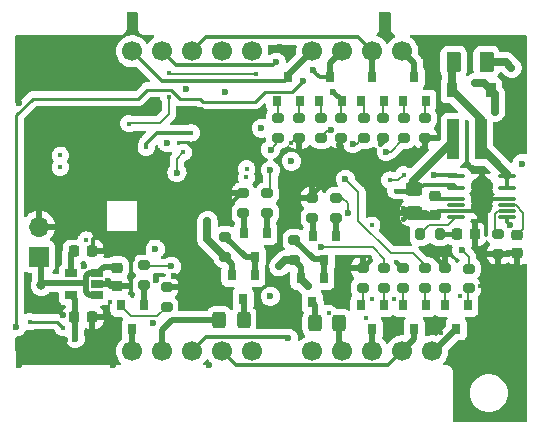
<source format=gbr>
%TF.GenerationSoftware,KiCad,Pcbnew,6.0.6-1.fc35*%
%TF.CreationDate,2022-07-26T21:01:35+02:00*%
%TF.ProjectId,Nixiewatch,4e697869-6577-4617-9463-682e6b696361,rev?*%
%TF.SameCoordinates,Original*%
%TF.FileFunction,Copper,L1,Top*%
%TF.FilePolarity,Positive*%
%FSLAX46Y46*%
G04 Gerber Fmt 4.6, Leading zero omitted, Abs format (unit mm)*
G04 Created by KiCad (PCBNEW 6.0.6-1.fc35) date 2022-07-26 21:01:35*
%MOMM*%
%LPD*%
G01*
G04 APERTURE LIST*
G04 Aperture macros list*
%AMRoundRect*
0 Rectangle with rounded corners*
0 $1 Rounding radius*
0 $2 $3 $4 $5 $6 $7 $8 $9 X,Y pos of 4 corners*
0 Add a 4 corners polygon primitive as box body*
4,1,4,$2,$3,$4,$5,$6,$7,$8,$9,$2,$3,0*
0 Add four circle primitives for the rounded corners*
1,1,$1+$1,$2,$3*
1,1,$1+$1,$4,$5*
1,1,$1+$1,$6,$7*
1,1,$1+$1,$8,$9*
0 Add four rect primitives between the rounded corners*
20,1,$1+$1,$2,$3,$4,$5,0*
20,1,$1+$1,$4,$5,$6,$7,0*
20,1,$1+$1,$6,$7,$8,$9,0*
20,1,$1+$1,$8,$9,$2,$3,0*%
G04 Aperture macros list end*
%TA.AperFunction,ComponentPad*%
%ADD10C,1.700000*%
%TD*%
%TA.AperFunction,ComponentPad*%
%ADD11R,1.700000X1.700000*%
%TD*%
%TA.AperFunction,ComponentPad*%
%ADD12O,1.700000X1.700000*%
%TD*%
%TA.AperFunction,SMDPad,CuDef*%
%ADD13RoundRect,0.225000X-0.250000X0.225000X-0.250000X-0.225000X0.250000X-0.225000X0.250000X0.225000X0*%
%TD*%
%TA.AperFunction,SMDPad,CuDef*%
%ADD14RoundRect,0.225000X-0.225000X-0.250000X0.225000X-0.250000X0.225000X0.250000X-0.225000X0.250000X0*%
%TD*%
%TA.AperFunction,SMDPad,CuDef*%
%ADD15RoundRect,0.200000X-0.275000X0.200000X-0.275000X-0.200000X0.275000X-0.200000X0.275000X0.200000X0*%
%TD*%
%TA.AperFunction,SMDPad,CuDef*%
%ADD16R,0.800000X0.900000*%
%TD*%
%TA.AperFunction,SMDPad,CuDef*%
%ADD17RoundRect,0.200000X0.275000X-0.200000X0.275000X0.200000X-0.275000X0.200000X-0.275000X-0.200000X0*%
%TD*%
%TA.AperFunction,SMDPad,CuDef*%
%ADD18RoundRect,0.250000X-0.325000X-0.450000X0.325000X-0.450000X0.325000X0.450000X-0.325000X0.450000X0*%
%TD*%
%TA.AperFunction,SMDPad,CuDef*%
%ADD19R,1.060000X0.650000*%
%TD*%
%TA.AperFunction,SMDPad,CuDef*%
%ADD20RoundRect,0.200000X-0.200000X-0.275000X0.200000X-0.275000X0.200000X0.275000X-0.200000X0.275000X0*%
%TD*%
%TA.AperFunction,SMDPad,CuDef*%
%ADD21RoundRect,0.250000X-0.450000X0.325000X-0.450000X-0.325000X0.450000X-0.325000X0.450000X0.325000X0*%
%TD*%
%TA.AperFunction,SMDPad,CuDef*%
%ADD22RoundRect,0.075000X-0.650000X-0.075000X0.650000X-0.075000X0.650000X0.075000X-0.650000X0.075000X0*%
%TD*%
%TA.AperFunction,ComponentPad*%
%ADD23C,0.550000*%
%TD*%
%TA.AperFunction,SMDPad,CuDef*%
%ADD24RoundRect,0.249999X-0.575501X-1.172501X0.575501X-1.172501X0.575501X1.172501X-0.575501X1.172501X0*%
%TD*%
%TA.AperFunction,SMDPad,CuDef*%
%ADD25R,0.980000X3.400000*%
%TD*%
%TA.AperFunction,SMDPad,CuDef*%
%ADD26RoundRect,0.250000X-0.375000X-0.625000X0.375000X-0.625000X0.375000X0.625000X-0.375000X0.625000X0*%
%TD*%
%TA.AperFunction,SMDPad,CuDef*%
%ADD27R,0.900000X1.200000*%
%TD*%
%TA.AperFunction,ViaPad*%
%ADD28C,0.600000*%
%TD*%
%TA.AperFunction,ViaPad*%
%ADD29C,0.450000*%
%TD*%
%TA.AperFunction,ViaPad*%
%ADD30C,0.800000*%
%TD*%
%TA.AperFunction,Conductor*%
%ADD31C,0.250000*%
%TD*%
%TA.AperFunction,Conductor*%
%ADD32C,0.500000*%
%TD*%
%TA.AperFunction,Conductor*%
%ADD33C,0.300000*%
%TD*%
%TA.AperFunction,Conductor*%
%ADD34C,0.700000*%
%TD*%
%TA.AperFunction,Conductor*%
%ADD35C,0.400000*%
%TD*%
%TA.AperFunction,Conductor*%
%ADD36C,0.200000*%
%TD*%
G04 APERTURE END LIST*
D10*
%TO.P,IC2,1,DIG1_E*%
%TO.N,Net-(IC2-Pad1)*%
X79492001Y-60794000D03*
%TO.P,IC2,2,DIG1_CA*%
%TO.N,Net-(IC2-Pad2)*%
X82032001Y-60794000D03*
%TO.P,IC2,3,DIG1_D*%
%TO.N,Net-(IC2-Pad3)*%
X84572001Y-60794000D03*
%TO.P,IC2,4,DIG1_C*%
%TO.N,Net-(IC2-Pad4)*%
X87112001Y-60794000D03*
%TO.P,IC2,5,DIG1_DP*%
%TO.N,Net-(IC2-Pad10)*%
X89652001Y-60794000D03*
%TO.P,IC2,6,DIG2_E*%
%TO.N,Net-(IC2-Pad1)*%
X94732001Y-60794000D03*
%TO.P,IC2,7,DIG2_CA*%
%TO.N,Net-(IC2-Pad7)*%
X97272001Y-60794000D03*
%TO.P,IC2,8,DIG2_D*%
%TO.N,Net-(IC2-Pad3)*%
X99812001Y-60794000D03*
%TO.P,IC2,9,DIG2_C*%
%TO.N,Net-(IC2-Pad4)*%
X102352001Y-60794000D03*
%TO.P,IC2,10,DIG2_DP*%
%TO.N,Net-(IC2-Pad10)*%
X104892001Y-60794000D03*
%TO.P,IC2,11,DIG2_B*%
%TO.N,Net-(IC2-Pad11)*%
X102352001Y-35394000D03*
%TO.P,IC2,12,DIG2_A*%
%TO.N,Net-(IC2-Pad12)*%
X99812001Y-35394000D03*
%TO.P,IC2,13,DIG2_F*%
%TO.N,Net-(IC2-Pad13)*%
X97272001Y-35394000D03*
%TO.P,IC2,14,DIG2_G*%
%TO.N,Net-(IC2-Pad14)*%
X94732001Y-35394000D03*
%TO.P,IC2,15*%
%TO.N,N/C*%
X89652001Y-35394000D03*
%TO.P,IC2,16,DIG1_B*%
%TO.N,Net-(IC2-Pad11)*%
X87112001Y-35394000D03*
%TO.P,IC2,17,DIG1_A*%
%TO.N,Net-(IC2-Pad12)*%
X84572001Y-35394000D03*
%TO.P,IC2,18,DIG1_F*%
%TO.N,Net-(IC2-Pad13)*%
X82032001Y-35394000D03*
%TO.P,IC2,19,DIG1_G*%
%TO.N,Net-(IC2-Pad14)*%
X79492001Y-35394000D03*
%TD*%
D11*
%TO.P,J1,1,Pin_1*%
%TO.N,+BATT*%
X71600000Y-52775000D03*
D12*
%TO.P,J1,2,Pin_2*%
%TO.N,GND*%
X71600000Y-50235000D03*
%TD*%
D13*
%TO.P,C11,1*%
%TO.N,+BATT*%
X78232000Y-53722000D03*
%TO.P,C11,2*%
%TO.N,GND*%
X78232000Y-55272000D03*
%TD*%
D14*
%TO.P,C12,1*%
%TO.N,Net-(C12-Pad1)*%
X74550000Y-52324000D03*
%TO.P,C12,2*%
%TO.N,GND*%
X76100000Y-52324000D03*
%TD*%
D15*
%TO.P,R20,1*%
%TO.N,Net-(Q3-Pad1)*%
X102500000Y-41075000D03*
%TO.P,R20,2*%
%TO.N,nixie_b*%
X102500000Y-42725000D03*
%TD*%
D16*
%TO.P,Q11,1,B*%
%TO.N,Net-(Q11-Pad1)*%
X95692000Y-54626000D03*
%TO.P,Q11,2,E*%
%TO.N,VAA*%
X93792000Y-54626000D03*
%TO.P,Q11,3,C*%
%TO.N,Net-(Q11-Pad3)*%
X94742000Y-56626000D03*
%TD*%
%TO.P,Q7,1,B*%
%TO.N,Net-(Q7-Pad1)*%
X95316000Y-39608000D03*
%TO.P,Q7,2,E*%
%TO.N,Net-(Q7-Pad2)*%
X97216000Y-39608000D03*
%TO.P,Q7,3,C*%
%TO.N,Net-(IC2-Pad13)*%
X96266000Y-37608000D03*
%TD*%
%TO.P,Q9,1,B*%
%TO.N,Net-(Q10-Pad3)*%
X89850000Y-54372000D03*
%TO.P,Q9,2,E*%
%TO.N,VAA*%
X87950000Y-54372000D03*
%TO.P,Q9,3,C*%
%TO.N,Net-(Q9-Pad3)*%
X88900000Y-56372000D03*
%TD*%
D17*
%TO.P,R19,1*%
%TO.N,Net-(Q4-Pad1)*%
X104300000Y-55400000D03*
%TO.P,R19,2*%
%TO.N,nixie_c*%
X104300000Y-53750000D03*
%TD*%
%TO.P,R18,1*%
%TO.N,Net-(Q5-Pad1)*%
X100800000Y-55425000D03*
%TO.P,R18,2*%
%TO.N,nixie_d*%
X100800000Y-53775000D03*
%TD*%
%TO.P,R17,1*%
%TO.N,Net-(Q6-Pad1)*%
X80518000Y-55181000D03*
%TO.P,R17,2*%
%TO.N,nixie_e*%
X80518000Y-53531000D03*
%TD*%
D16*
%TO.P,Q8,1,B*%
%TO.N,Net-(Q8-Pad1)*%
X91760000Y-39608000D03*
%TO.P,Q8,2,E*%
%TO.N,Net-(Q8-Pad2)*%
X93660000Y-39608000D03*
%TO.P,Q8,3,C*%
%TO.N,Net-(IC2-Pad14)*%
X92710000Y-37608000D03*
%TD*%
%TO.P,Q5,1,B*%
%TO.N,Net-(Q5-Pad1)*%
X100772000Y-56912000D03*
%TO.P,Q5,2,E*%
%TO.N,Net-(Q5-Pad2)*%
X98872000Y-56912000D03*
%TO.P,Q5,3,C*%
%TO.N,Net-(IC2-Pad3)*%
X99822000Y-58912000D03*
%TD*%
%TO.P,Q2,1,B*%
%TO.N,Net-(Q2-Pad1)*%
X98872000Y-39608000D03*
%TO.P,Q2,2,E*%
%TO.N,Net-(Q2-Pad2)*%
X100772000Y-39608000D03*
%TO.P,Q2,3,C*%
%TO.N,Net-(IC2-Pad12)*%
X99822000Y-37608000D03*
%TD*%
D17*
%TO.P,R25,1*%
%TO.N,Net-(Q10-Pad1)*%
X90932000Y-49085000D03*
%TO.P,R25,2*%
%TO.N,nixie_1*%
X90932000Y-47435000D03*
%TD*%
D18*
%TO.P,R24,1*%
%TO.N,Net-(IC2-Pad2)*%
X86868000Y-58166000D03*
%TO.P,R24,2*%
%TO.N,Net-(Q9-Pad3)*%
X88918000Y-58166000D03*
%TD*%
D14*
%TO.P,C17,1*%
%TO.N,+3V3*%
X74550000Y-57912000D03*
%TO.P,C17,2*%
%TO.N,GND*%
X76100000Y-57912000D03*
%TD*%
D16*
%TO.P,Q1,1,B*%
%TO.N,Net-(Q1-Pad1)*%
X107884000Y-56912000D03*
%TO.P,Q1,2,E*%
%TO.N,Net-(Q1-Pad2)*%
X105984000Y-56912000D03*
%TO.P,Q1,3,C*%
%TO.N,Net-(IC2-Pad10)*%
X106934000Y-58912000D03*
%TD*%
%TO.P,Q6,1,B*%
%TO.N,Net-(Q6-Pad1)*%
X80452000Y-56912000D03*
%TO.P,Q6,2,E*%
%TO.N,Net-(Q6-Pad2)*%
X78552000Y-56912000D03*
%TO.P,Q6,3,C*%
%TO.N,Net-(IC2-Pad1)*%
X79502000Y-58912000D03*
%TD*%
%TO.P,Q10,1,B*%
%TO.N,Net-(Q10-Pad1)*%
X90866000Y-50816000D03*
%TO.P,Q10,2,E*%
%TO.N,Net-(Q10-Pad2)*%
X88966000Y-50816000D03*
%TO.P,Q10,3,C*%
%TO.N,Net-(Q10-Pad3)*%
X89916000Y-52816000D03*
%TD*%
%TO.P,Q4,1,B*%
%TO.N,Net-(Q4-Pad1)*%
X104328000Y-56912000D03*
%TO.P,Q4,2,E*%
%TO.N,Net-(Q4-Pad2)*%
X102428000Y-56912000D03*
%TO.P,Q4,3,C*%
%TO.N,Net-(IC2-Pad4)*%
X103378000Y-58912000D03*
%TD*%
%TO.P,Q12,1,B*%
%TO.N,Net-(Q12-Pad1)*%
X96708000Y-51070000D03*
%TO.P,Q12,2,E*%
%TO.N,Net-(Q12-Pad2)*%
X94808000Y-51070000D03*
%TO.P,Q12,3,C*%
%TO.N,Net-(Q11-Pad1)*%
X95758000Y-53070000D03*
%TD*%
D15*
%TO.P,R27,1*%
%TO.N,Net-(Q11-Pad1)*%
X93218000Y-51386000D03*
%TO.P,R27,2*%
%TO.N,VAA*%
X93218000Y-53036000D03*
%TD*%
%TO.P,R26,1*%
%TO.N,GND*%
X88900000Y-47435000D03*
%TO.P,R26,2*%
%TO.N,Net-(Q10-Pad2)*%
X88900000Y-49085000D03*
%TD*%
%TO.P,R23,1*%
%TO.N,Net-(Q10-Pad3)*%
X87376000Y-51132000D03*
%TO.P,R23,2*%
%TO.N,VAA*%
X87376000Y-52782000D03*
%TD*%
D17*
%TO.P,R22,1*%
%TO.N,Net-(Q1-Pad1)*%
X108000000Y-55456000D03*
%TO.P,R22,2*%
%TO.N,nixie_dp*%
X108000000Y-53806000D03*
%TD*%
D15*
%TO.P,R16,1*%
%TO.N,Net-(Q7-Pad1)*%
X95500000Y-41075000D03*
%TO.P,R16,2*%
%TO.N,nixie_f*%
X95500000Y-42725000D03*
%TD*%
%TO.P,R15,1*%
%TO.N,Net-(Q8-Pad1)*%
X91800000Y-41075000D03*
%TO.P,R15,2*%
%TO.N,nixie_g*%
X91800000Y-42725000D03*
%TD*%
D19*
%TO.P,U3,1,IN*%
%TO.N,+BATT*%
X76538000Y-56068000D03*
%TO.P,U3,2,GND*%
%TO.N,GND*%
X76538000Y-55118000D03*
%TO.P,U3,3,EN*%
%TO.N,+BATT*%
X76538000Y-54168000D03*
%TO.P,U3,4,BP*%
%TO.N,Net-(C12-Pad1)*%
X74338000Y-54168000D03*
%TO.P,U3,5,OUT*%
%TO.N,+3V3*%
X74338000Y-56068000D03*
%TD*%
D15*
%TO.P,R30,1*%
%TO.N,GND*%
X94742000Y-47830000D03*
%TO.P,R30,2*%
%TO.N,Net-(Q12-Pad2)*%
X94742000Y-49480000D03*
%TD*%
D16*
%TO.P,Q3,1,B*%
%TO.N,Net-(Q3-Pad1)*%
X102428000Y-39608000D03*
%TO.P,Q3,2,E*%
%TO.N,Net-(Q3-Pad2)*%
X104328000Y-39608000D03*
%TO.P,Q3,3,C*%
%TO.N,Net-(IC2-Pad11)*%
X103378000Y-37608000D03*
%TD*%
D17*
%TO.P,R29,1*%
%TO.N,Net-(Q12-Pad1)*%
X96774000Y-49480000D03*
%TO.P,R29,2*%
%TO.N,nixie_2*%
X96774000Y-47830000D03*
%TD*%
D18*
%TO.P,R28,1*%
%TO.N,Net-(Q11-Pad3)*%
X94987000Y-58420000D03*
%TO.P,R28,2*%
%TO.N,Net-(IC2-Pad7)*%
X97037000Y-58420000D03*
%TD*%
D15*
%TO.P,R21,1*%
%TO.N,Net-(Q2-Pad1)*%
X99100000Y-41075000D03*
%TO.P,R21,2*%
%TO.N,nixie_a*%
X99100000Y-42725000D03*
%TD*%
%TO.P,R1,1*%
%TO.N,Net-(IC1-Pad10)*%
X110500000Y-50875000D03*
%TO.P,R1,2*%
%TO.N,GND*%
X110500000Y-52525000D03*
%TD*%
D20*
%TO.P,R2,1*%
%TO.N,Net-(IC1-Pad8)*%
X103875000Y-50890000D03*
%TO.P,R2,2*%
%TO.N,Net-(C3-Pad1)*%
X105525000Y-50890000D03*
%TD*%
D21*
%TO.P,C1,1*%
%TO.N,+12V*%
X103349000Y-47065000D03*
%TO.P,C1,2*%
%TO.N,GND*%
X103349000Y-49115000D03*
%TD*%
D14*
%TO.P,C3,1*%
%TO.N,Net-(C3-Pad1)*%
X106974000Y-50890000D03*
%TO.P,C3,2*%
%TO.N,GND*%
X108524000Y-50890000D03*
%TD*%
D13*
%TO.P,C4,1*%
%TO.N,Net-(C4-Pad1)*%
X105149000Y-47677000D03*
%TO.P,C4,2*%
%TO.N,GND*%
X105149000Y-49227000D03*
%TD*%
D22*
%TO.P,IC1,1,EN*%
%TO.N,/PSU/HV_EN*%
X106935000Y-45940000D03*
%TO.P,IC1,3,Vin*%
%TO.N,+12V*%
X106935000Y-46940000D03*
%TO.P,IC1,5,INTVcc*%
%TO.N,Net-(C4-Pad1)*%
X106935000Y-47940000D03*
%TO.P,IC1,6*%
%TO.N,N/C*%
X106935000Y-48440000D03*
%TO.P,IC1,7,BIAS*%
%TO.N,GND*%
X106935000Y-48940000D03*
%TO.P,IC1,8,Vc*%
%TO.N,Net-(IC1-Pad8)*%
X106935000Y-49440000D03*
%TO.P,IC1,9,FBX*%
%TO.N,Net-(IC1-Pad9)*%
X111235000Y-49440000D03*
%TO.P,IC1,10,RT*%
%TO.N,Net-(IC1-Pad10)*%
X111235000Y-48940000D03*
%TO.P,IC1,11,SS*%
%TO.N,Net-(C2-Pad1)*%
X111235000Y-48440000D03*
%TO.P,IC1,12,SYNC*%
%TO.N,GND*%
X111235000Y-47940000D03*
%TO.P,IC1,14,SW2*%
%TO.N,Net-(C5-Pad1)*%
X111235000Y-46940000D03*
%TO.P,IC1,16,SW1*%
X111235000Y-45940000D03*
D23*
%TO.P,IC1,17,GND*%
%TO.N,GND*%
X109635500Y-48837500D03*
X108534500Y-46542500D03*
D24*
X109085000Y-47690000D03*
D23*
X109635500Y-47690000D03*
X108534500Y-48837500D03*
X108534500Y-47690000D03*
X109635500Y-46542500D03*
%TD*%
D25*
%TO.P,L1,1,1*%
%TO.N,+12V*%
X106630000Y-42864000D03*
%TO.P,L1,2,2*%
%TO.N,Net-(C5-Pad1)*%
X109000000Y-42864000D03*
%TD*%
D13*
%TO.P,C2,1*%
%TO.N,Net-(C2-Pad1)*%
X112100000Y-50950000D03*
%TO.P,C2,2*%
%TO.N,GND*%
X112100000Y-52500000D03*
%TD*%
D26*
%TO.P,C5,1*%
%TO.N,Net-(C5-Pad1)*%
X106700000Y-36300000D03*
%TO.P,C5,2*%
%TO.N,Net-(C5-Pad2)*%
X109500000Y-36300000D03*
%TD*%
D17*
%TO.P,R36,1*%
%TO.N,Net-(Q4-Pad2)*%
X102400000Y-55425000D03*
%TO.P,R36,2*%
%TO.N,GND*%
X102400000Y-53775000D03*
%TD*%
%TO.P,R37,1*%
%TO.N,Net-(Q5-Pad2)*%
X99000000Y-55425000D03*
%TO.P,R37,2*%
%TO.N,GND*%
X99000000Y-53775000D03*
%TD*%
%TO.P,R33,1*%
%TO.N,Net-(Q1-Pad2)*%
X106000000Y-55400000D03*
%TO.P,R33,2*%
%TO.N,GND*%
X106000000Y-53750000D03*
%TD*%
D15*
%TO.P,R35,1*%
%TO.N,Net-(Q3-Pad2)*%
X104300000Y-41075000D03*
%TO.P,R35,2*%
%TO.N,GND*%
X104300000Y-42725000D03*
%TD*%
%TO.P,R39,1*%
%TO.N,Net-(Q7-Pad2)*%
X97200000Y-41075000D03*
%TO.P,R39,2*%
%TO.N,GND*%
X97200000Y-42725000D03*
%TD*%
D27*
%TO.P,D1,1,K*%
%TO.N,Net-(C6-Pad2)*%
X109850000Y-38700000D03*
%TO.P,D1,2,A*%
%TO.N,Net-(C5-Pad1)*%
X106550000Y-38700000D03*
%TD*%
D15*
%TO.P,R34,1*%
%TO.N,Net-(Q2-Pad2)*%
X100700000Y-41075000D03*
%TO.P,R34,2*%
%TO.N,GND*%
X100700000Y-42725000D03*
%TD*%
%TO.P,R40,1*%
%TO.N,Net-(Q8-Pad2)*%
X93600000Y-41075000D03*
%TO.P,R40,2*%
%TO.N,GND*%
X93600000Y-42725000D03*
%TD*%
D17*
%TO.P,R38,1*%
%TO.N,Net-(Q6-Pad2)*%
X82400000Y-57025000D03*
%TO.P,R38,2*%
%TO.N,GND*%
X82400000Y-55375000D03*
%TD*%
D28*
%TO.N,GND*%
X82484500Y-48134500D03*
X100284500Y-45734500D03*
X69884500Y-61934500D03*
X77884500Y-61934500D03*
%TO.N,/MCU/STAT*%
X69684500Y-58734500D03*
%TO.N,GND*%
X73484500Y-47134500D03*
X73684500Y-42134500D03*
X69884500Y-39734500D03*
X70284500Y-36734500D03*
X73588500Y-57686500D03*
%TO.N,/MCU/STAT*%
X93966500Y-37874500D03*
%TO.N,+BATT*%
X81280000Y-58420000D03*
D29*
%TO.N,/MCU/USB_N*%
X73406000Y-44196000D03*
%TO.N,/MCU/USB_P*%
X73406000Y-45212000D03*
%TO.N,GND*%
X77600000Y-56642000D03*
%TO.N,+5V*%
X73639002Y-58800000D03*
X70800000Y-58300000D03*
D30*
%TO.N,+BATT*%
X71800000Y-55200000D03*
D29*
%TO.N,GND*%
X105646056Y-59246056D03*
X92900000Y-43189330D03*
X102400000Y-49600000D03*
D28*
X108900000Y-49700000D03*
D29*
X102400000Y-48700000D03*
D28*
X79431561Y-52944748D03*
X102000000Y-59000000D03*
X76000000Y-41200000D03*
X103000000Y-45000000D03*
X109000000Y-61000000D03*
X90000000Y-44000000D03*
D29*
X108899500Y-55300000D03*
D28*
X77301523Y-57666415D03*
X81444000Y-47079979D03*
X108500000Y-51800000D03*
X111000000Y-61000000D03*
X75000000Y-35000000D03*
X100330000Y-48006000D03*
X84069023Y-38569023D03*
X95504000Y-46736000D03*
X109300000Y-52600000D03*
X77440000Y-54864000D03*
X104000000Y-35000000D03*
X108100000Y-34500000D03*
D29*
X101610885Y-56383155D03*
D28*
X77380000Y-52398000D03*
D29*
X99800000Y-56400000D03*
D28*
X93000000Y-56000000D03*
X73000000Y-35000000D03*
D29*
X101800000Y-53200000D03*
D28*
X85344000Y-40386000D03*
X111684500Y-56334500D03*
X77000000Y-35000000D03*
X75900000Y-43100000D03*
X107000000Y-61000000D03*
X75602000Y-47079979D03*
X92000000Y-35000000D03*
D29*
X107240031Y-56114609D03*
D28*
X83000000Y-54400000D03*
X85344000Y-54102000D03*
X73784500Y-59834500D03*
X111684500Y-59534500D03*
X111700000Y-34600000D03*
D29*
X96900000Y-43309500D03*
D28*
X88000000Y-41000000D03*
X81500000Y-54800000D03*
D29*
X105400000Y-58600000D03*
X105275498Y-53000000D03*
D28*
X87122000Y-49022000D03*
X71000000Y-35000000D03*
D29*
X104000000Y-43600000D03*
D28*
X82000000Y-50000000D03*
X86000000Y-62000000D03*
D29*
X100449580Y-43250421D03*
D28*
X109100000Y-45400000D03*
X112284500Y-55134500D03*
D29*
X99600000Y-53100000D03*
X85200000Y-41400000D03*
D28*
X100884500Y-33400000D03*
X79500000Y-33300000D03*
X85000000Y-47000000D03*
X75379680Y-53562399D03*
D29*
%TO.N,+12V*%
X101800000Y-47200000D03*
D28*
%TO.N,Net-(C5-Pad2)*%
X111600000Y-36800000D03*
%TO.N,Net-(C6-Pad2)*%
X108500000Y-38100000D03*
X110200000Y-40500000D03*
%TO.N,VAA*%
X94400000Y-55300000D03*
X85852000Y-49784000D03*
X112500000Y-44900000D03*
X91948000Y-53594000D03*
%TO.N,Net-(IC1-Pad9)*%
X111496007Y-50092869D03*
D29*
%TO.N,+BATT*%
X96150047Y-57596959D03*
D28*
%TO.N,+3V3*%
X74676000Y-59718500D03*
X81444000Y-52144000D03*
X90424000Y-41910000D03*
X91186000Y-56134000D03*
D29*
X83820000Y-43957979D03*
D28*
X82440000Y-43122000D03*
X92964000Y-44704000D03*
X83274924Y-45671254D03*
X87376000Y-38862000D03*
D29*
X75602000Y-51382000D03*
%TO.N,/PSU/HV_EN*%
X101300000Y-46300000D03*
X102464804Y-45835196D03*
D28*
X105021000Y-45912000D03*
D29*
X99770878Y-50129122D03*
X99300000Y-58000000D03*
D28*
%TO.N,Net-(IC2-Pad13)*%
X91694000Y-36322000D03*
X94756333Y-36991990D03*
%TO.N,Net-(IC2-Pad3)*%
X92710000Y-59690000D03*
D29*
%TO.N,SDA*%
X80682000Y-43508000D03*
X84500000Y-42300000D03*
D28*
%TO.N,nixie_g*%
X91198944Y-43713830D03*
%TO.N,nixie_f*%
X96300000Y-42100000D03*
%TO.N,nixie_e*%
X82804000Y-53594000D03*
%TO.N,nixie_d*%
X95500000Y-52000000D03*
%TO.N,nixie_c*%
X97536000Y-46228000D03*
%TO.N,nixie_b*%
X101000000Y-43900000D03*
%TO.N,nixie_a*%
X98172868Y-43211525D03*
%TO.N,nixie_dp*%
X107400000Y-52200000D03*
%TO.N,nixie_1*%
X91186000Y-45466000D03*
%TO.N,nixie_2*%
X97723203Y-49093584D03*
D29*
%TO.N,/MCU/USB_P*%
X89154000Y-46070000D03*
%TO.N,/MCU/USB_N*%
X89175239Y-45348761D03*
D28*
%TO.N,Net-(Q7-Pad2)*%
X96520000Y-38862000D03*
D29*
%TO.N,/MCU/BAT*%
X82600000Y-39261500D03*
X82600000Y-37224500D03*
X90000000Y-37300000D03*
X79189388Y-41518571D03*
%TD*%
D31*
%TO.N,/MCU/STAT*%
X89902500Y-39652500D02*
X90722000Y-38833000D01*
X85494384Y-39652500D02*
X89902500Y-39652500D01*
X93008000Y-38833000D02*
X93966500Y-37874500D01*
X85240384Y-39398500D02*
X85494384Y-39652500D01*
X80758500Y-38636500D02*
X82752818Y-38636500D01*
X71104384Y-39398500D02*
X79996500Y-39398500D01*
X82752818Y-38636500D02*
X83514818Y-39398500D01*
X69684500Y-58734500D02*
X69684500Y-40818384D01*
X79996500Y-39398500D02*
X80758500Y-38636500D01*
X69684500Y-40818384D02*
X71104384Y-39398500D01*
X83514818Y-39398500D02*
X85240384Y-39398500D01*
X90722000Y-38833000D02*
X93008000Y-38833000D01*
D32*
%TO.N,+3V3*%
X74676000Y-59718500D02*
X74676000Y-56406000D01*
X74676000Y-56406000D02*
X74338000Y-56068000D01*
D31*
%TO.N,+5V*%
X70800000Y-58300000D02*
X73139002Y-58300000D01*
X73139002Y-58300000D02*
X73639002Y-58800000D01*
D32*
%TO.N,+BATT*%
X71800000Y-55200000D02*
X71800000Y-52975000D01*
X71800000Y-52975000D02*
X71600000Y-52775000D01*
X72001999Y-54998001D02*
X71800000Y-55200000D01*
X73525999Y-54998001D02*
X72001999Y-54998001D01*
D33*
%TO.N,GND*%
X111235000Y-47940000D02*
X109885500Y-47940000D01*
X109885500Y-47940000D02*
X109635500Y-47690000D01*
X109480000Y-50992000D02*
X109480000Y-48993000D01*
X109480000Y-48993000D02*
X109635500Y-48837500D01*
X106935000Y-48940000D02*
X105408000Y-48940000D01*
X105408000Y-48940000D02*
X105021000Y-49327000D01*
X106935000Y-48940000D02*
X108432000Y-48940000D01*
X108432000Y-48940000D02*
X108534500Y-48837500D01*
D34*
X105021000Y-49327000D02*
X103610000Y-49327000D01*
X103610000Y-49327000D02*
X103243000Y-48960000D01*
D32*
X76538000Y-55118000D02*
X77978000Y-55118000D01*
D35*
X102400000Y-53775000D02*
X102375000Y-53775000D01*
X104300000Y-42725000D02*
X104300000Y-43300000D01*
X99000000Y-53775000D02*
X99000000Y-53700000D01*
D33*
X76200000Y-57912000D02*
X77055938Y-57912000D01*
D35*
X94742000Y-47498000D02*
X95504000Y-46736000D01*
X102885000Y-49115000D02*
X102400000Y-49600000D01*
X104300000Y-43300000D02*
X104000000Y-43600000D01*
D32*
X77978000Y-55118000D02*
X78232000Y-55372000D01*
D35*
X106000000Y-53750000D02*
X106000000Y-53724502D01*
D33*
X78232000Y-55372000D02*
X79248000Y-55372000D01*
D35*
X100700000Y-42725000D02*
X100700000Y-43000001D01*
D33*
X76200000Y-51308000D02*
X76454000Y-51054000D01*
D35*
X94742000Y-47780000D02*
X94742000Y-47498000D01*
X97200000Y-43009500D02*
X96900000Y-43309500D01*
D36*
X93600000Y-42725000D02*
X93364330Y-42725000D01*
D35*
X106000000Y-53724502D02*
X105275498Y-53000000D01*
D33*
X76200000Y-52324000D02*
X76200000Y-51308000D01*
D35*
X103349000Y-49115000D02*
X102885000Y-49115000D01*
X102815000Y-49115000D02*
X102400000Y-48700000D01*
X103349000Y-49115000D02*
X102815000Y-49115000D01*
D33*
X77055938Y-57912000D02*
X77301523Y-57666415D01*
D36*
X93364330Y-42725000D02*
X92900000Y-43189330D01*
D35*
X99000000Y-53700000D02*
X99600000Y-53100000D01*
X97200000Y-42725000D02*
X97200000Y-43009500D01*
D33*
X88759000Y-47385000D02*
X87122000Y-49022000D01*
D35*
X102375000Y-53775000D02*
X101800000Y-53200000D01*
X100700000Y-43000001D02*
X100449580Y-43250421D01*
D33*
X88900000Y-47385000D02*
X88759000Y-47385000D01*
%TO.N,+12V*%
X106935000Y-46940000D02*
X106696990Y-46701990D01*
X103943000Y-46910000D02*
X103243000Y-46910000D01*
X106696990Y-46701990D02*
X104151010Y-46701990D01*
X104151010Y-46701990D02*
X103943000Y-46910000D01*
D34*
X103243000Y-46357000D02*
X103243000Y-46910000D01*
D35*
X101800000Y-47200000D02*
X103214000Y-47200000D01*
X103214000Y-47200000D02*
X103349000Y-47065000D01*
D34*
X106630000Y-42970000D02*
X103243000Y-46357000D01*
X106630000Y-42864000D02*
X106630000Y-42970000D01*
D36*
%TO.N,Net-(C2-Pad1)*%
X112600000Y-49049670D02*
X112600000Y-50450000D01*
X112600000Y-50450000D02*
X112100000Y-50950000D01*
X111990330Y-48440000D02*
X112600000Y-49049670D01*
X111235000Y-48440000D02*
X111990330Y-48440000D01*
D35*
%TO.N,Net-(C3-Pad1)*%
X106974000Y-50890000D02*
X105525000Y-50890000D01*
D33*
%TO.N,Net-(C4-Pad1)*%
X106935000Y-47940000D02*
X105384000Y-47940000D01*
X105384000Y-47940000D02*
X105021000Y-47577000D01*
D34*
%TO.N,Net-(C5-Pad2)*%
X111100000Y-36300000D02*
X111600000Y-36800000D01*
X109500000Y-36300000D02*
X111100000Y-36300000D01*
D33*
%TO.N,Net-(C5-Pad1)*%
X111235000Y-45940000D02*
X111235000Y-46940000D01*
D34*
X109000000Y-43541000D02*
X109000000Y-42864000D01*
X109000000Y-42864000D02*
X109000000Y-41150000D01*
X106550000Y-38700000D02*
X106550000Y-36450000D01*
X111235000Y-45940000D02*
X111235000Y-45776000D01*
X111235000Y-45776000D02*
X109000000Y-43541000D01*
X109000000Y-41150000D02*
X106550000Y-38700000D01*
X106550000Y-36450000D02*
X106700000Y-36300000D01*
%TO.N,Net-(C6-Pad2)*%
X110200000Y-39050000D02*
X109850000Y-38700000D01*
X110200000Y-40500000D02*
X110200000Y-39050000D01*
X109250000Y-38100000D02*
X109850000Y-38700000D01*
X108500000Y-38100000D02*
X109250000Y-38100000D01*
%TO.N,VAA*%
X87376000Y-52832000D02*
X85852000Y-51308000D01*
X93792000Y-54692000D02*
X93792000Y-54626000D01*
X92456000Y-53086000D02*
X91948000Y-53594000D01*
X85852000Y-51308000D02*
X85852000Y-49784000D01*
D32*
X87950000Y-53406000D02*
X87376000Y-52832000D01*
X93792000Y-53660000D02*
X93218000Y-53086000D01*
D34*
X94400000Y-55300000D02*
X93792000Y-54692000D01*
D32*
X93792000Y-54626000D02*
X93792000Y-53660000D01*
D34*
X93218000Y-53086000D02*
X92456000Y-53086000D01*
D32*
X87950000Y-54372000D02*
X87950000Y-53406000D01*
D36*
%TO.N,Net-(IC1-Pad8)*%
X106260000Y-50115000D02*
X106935000Y-49440000D01*
X104650000Y-50115000D02*
X106260000Y-50115000D01*
X103875000Y-50890000D02*
X104650000Y-50115000D01*
D33*
%TO.N,Net-(IC1-Pad9)*%
X111235000Y-49440000D02*
X111235000Y-49831862D01*
X111235000Y-49831862D02*
X111496007Y-50092869D01*
D36*
%TO.N,Net-(IC1-Pad10)*%
X111235000Y-48940000D02*
X110479670Y-48940000D01*
X110210000Y-49209670D02*
X110210000Y-50585000D01*
X110210000Y-50585000D02*
X110500000Y-50875000D01*
X110479670Y-48940000D02*
X110210000Y-49209670D01*
D32*
%TO.N,+BATT*%
X75557999Y-54432999D02*
X75822998Y-54168000D01*
X78232000Y-53622000D02*
X77084000Y-53622000D01*
X75557999Y-54998001D02*
X73525999Y-54998001D01*
X75557999Y-54998001D02*
X75557999Y-54432999D01*
X75822998Y-54168000D02*
X76538000Y-54168000D01*
X75822998Y-56068000D02*
X75557999Y-55803001D01*
X77084000Y-53622000D02*
X76538000Y-54168000D01*
X76538000Y-56068000D02*
X75822998Y-56068000D01*
X75557999Y-55803001D02*
X75557999Y-54998001D01*
D36*
%TO.N,+3V3*%
X83274924Y-45671254D02*
X83274924Y-44503055D01*
X83274924Y-44503055D02*
X83820000Y-43957979D01*
D33*
%TO.N,/PSU/HV_EN*%
X105021000Y-45912000D02*
X106907000Y-45912000D01*
D36*
X102000000Y-46300000D02*
X102464804Y-45835196D01*
X101300000Y-46300000D02*
X102000000Y-46300000D01*
D33*
X106907000Y-45912000D02*
X106935000Y-45940000D01*
D32*
%TO.N,Net-(IC2-Pad14)*%
X92710000Y-37416001D02*
X94732001Y-35394000D01*
D33*
X81998001Y-37900000D02*
X79492001Y-35394000D01*
X92710000Y-37608000D02*
X92418000Y-37900000D01*
X92418000Y-37900000D02*
X81998001Y-37900000D01*
D32*
X92710000Y-37608000D02*
X92710000Y-37416001D01*
%TO.N,Net-(IC2-Pad13)*%
X96266000Y-37608000D02*
X96266000Y-36400001D01*
D33*
X96266000Y-37608000D02*
X95372343Y-37608000D01*
X95372343Y-37608000D02*
X95056332Y-37291989D01*
X83232002Y-36594001D02*
X91421999Y-36594001D01*
X82032001Y-35394000D02*
X83232002Y-36594001D01*
X91421999Y-36594001D02*
X91694000Y-36322000D01*
D32*
X96266000Y-36400001D02*
X97272001Y-35394000D01*
D33*
X95056332Y-37291989D02*
X94756333Y-36991990D01*
%TO.N,Net-(IC2-Pad12)*%
X84572001Y-35394000D02*
X85772002Y-34193999D01*
D32*
X99822000Y-37608000D02*
X99822000Y-35403999D01*
D33*
X85772002Y-34193999D02*
X98612000Y-34193999D01*
D32*
X99822000Y-35403999D02*
X99812001Y-35394000D01*
D33*
X98962002Y-34544001D02*
X99812001Y-35394000D01*
X98612000Y-34193999D02*
X98962002Y-34544001D01*
D32*
%TO.N,Net-(IC2-Pad11)*%
X103378000Y-36419999D02*
X102352001Y-35394000D01*
X103378000Y-37608000D02*
X103378000Y-36419999D01*
%TO.N,Net-(IC2-Pad10)*%
X104892001Y-60794000D02*
X105052000Y-60794000D01*
X105052000Y-60794000D02*
X106934000Y-58912000D01*
%TO.N,Net-(IC2-Pad7)*%
X97037000Y-58420000D02*
X97037000Y-60558999D01*
X97037000Y-60558999D02*
X97272001Y-60794000D01*
%TO.N,Net-(IC2-Pad4)*%
X103378000Y-58912000D02*
X103378000Y-59768001D01*
D33*
X101502002Y-61643999D02*
X102352001Y-60794000D01*
X87112001Y-60794000D02*
X88312002Y-61994001D01*
X88312002Y-61994001D02*
X101152000Y-61994001D01*
X101152000Y-61994001D02*
X101502002Y-61643999D01*
D32*
X103378000Y-59768001D02*
X102352001Y-60794000D01*
%TO.N,Net-(IC2-Pad3)*%
X99812001Y-60794000D02*
X99812001Y-58921999D01*
D33*
X92613999Y-59593999D02*
X92710000Y-59690000D01*
X84572001Y-60794000D02*
X85772002Y-59593999D01*
X85772002Y-59593999D02*
X92613999Y-59593999D01*
D32*
X99812001Y-58921999D02*
X99822000Y-58912000D01*
%TO.N,Net-(IC2-Pad2)*%
X82032001Y-60794000D02*
X82032001Y-58967999D01*
X82834000Y-58166000D02*
X86868000Y-58166000D01*
X82032001Y-58967999D02*
X82834000Y-58166000D01*
%TO.N,Net-(IC2-Pad1)*%
X79502000Y-58912000D02*
X79502000Y-60784001D01*
X79502000Y-60784001D02*
X79492001Y-60794000D01*
D36*
%TO.N,Net-(Q1-Pad1)*%
X107884000Y-56912000D02*
X107884000Y-55572000D01*
D32*
X107934000Y-55466000D02*
X108000000Y-55400000D01*
D36*
X107884000Y-55572000D02*
X108000000Y-55456000D01*
%TO.N,Net-(Q2-Pad1)*%
X99100000Y-41075000D02*
X99100000Y-39836000D01*
X99100000Y-39836000D02*
X98872000Y-39608000D01*
D32*
X98806000Y-39674000D02*
X98872000Y-39608000D01*
D36*
%TO.N,Net-(Q3-Pad1)*%
X102500000Y-41075000D02*
X102500000Y-39680000D01*
X102500000Y-39680000D02*
X102428000Y-39608000D01*
D32*
X102362000Y-39674000D02*
X102428000Y-39608000D01*
%TO.N,Net-(C12-Pad1)*%
X74338000Y-52436000D02*
X74450000Y-52324000D01*
X74338000Y-54168000D02*
X74338000Y-52436000D01*
D33*
%TO.N,SDA*%
X80682000Y-43218000D02*
X81400000Y-42500000D01*
X81400000Y-42500000D02*
X81600000Y-42300000D01*
X81600000Y-42300000D02*
X84500000Y-42300000D01*
X80682000Y-43508000D02*
X80682000Y-43218000D01*
D36*
%TO.N,Net-(Q4-Pad1)*%
X104300000Y-56884000D02*
X104328000Y-56912000D01*
D32*
X104394000Y-56846000D02*
X104328000Y-56912000D01*
D36*
X104300000Y-55400000D02*
X104300000Y-56884000D01*
D32*
%TO.N,Net-(Q5-Pad1)*%
X100772000Y-55297000D02*
X100838000Y-55231000D01*
D36*
X100800000Y-56884000D02*
X100772000Y-56912000D01*
X100800000Y-55425000D02*
X100800000Y-56884000D01*
D32*
%TO.N,Net-(Q6-Pad1)*%
X80452000Y-56912000D02*
X80452000Y-55297000D01*
X80452000Y-55297000D02*
X80518000Y-55231000D01*
D36*
%TO.N,Net-(Q7-Pad1)*%
X95500000Y-41075000D02*
X95500000Y-39792000D01*
D32*
X95250000Y-39674000D02*
X95316000Y-39608000D01*
D36*
X95500000Y-39792000D02*
X95316000Y-39608000D01*
%TO.N,Net-(Q8-Pad1)*%
X91800000Y-41075000D02*
X91800000Y-39648000D01*
D32*
X91694000Y-39674000D02*
X91760000Y-39608000D01*
D36*
X91800000Y-39648000D02*
X91760000Y-39608000D01*
D32*
%TO.N,Net-(Q9-Pad3)*%
X88918000Y-58166000D02*
X88918000Y-56390000D01*
X88918000Y-56390000D02*
X88900000Y-56372000D01*
%TO.N,Net-(Q10-Pad3)*%
X89850000Y-54372000D02*
X89850000Y-52882000D01*
X87376000Y-51082000D02*
X89110000Y-52816000D01*
X89850000Y-52882000D02*
X89916000Y-52816000D01*
X89110000Y-52816000D02*
X89916000Y-52816000D01*
%TO.N,Net-(Q10-Pad2)*%
X88966000Y-50816000D02*
X88966000Y-49201000D01*
X88966000Y-49201000D02*
X88900000Y-49135000D01*
%TO.N,Net-(Q10-Pad1)*%
X90866000Y-50816000D02*
X90866000Y-49201000D01*
X90866000Y-49201000D02*
X90932000Y-49135000D01*
%TO.N,Net-(Q11-Pad3)*%
X94987000Y-56871000D02*
X94742000Y-56626000D01*
X94987000Y-58420000D02*
X94987000Y-56871000D01*
%TO.N,Net-(Q11-Pad1)*%
X93218000Y-51336000D02*
X94882000Y-53000000D01*
X95692000Y-53136000D02*
X95758000Y-53070000D01*
X94882000Y-53000000D02*
X95688000Y-53000000D01*
X95692000Y-54626000D02*
X95692000Y-53136000D01*
X95688000Y-53000000D02*
X95758000Y-53070000D01*
%TO.N,Net-(Q12-Pad2)*%
X94808000Y-49596000D02*
X94742000Y-49530000D01*
X94808000Y-51070000D02*
X94808000Y-49596000D01*
%TO.N,Net-(Q12-Pad1)*%
X96708000Y-51070000D02*
X96708000Y-49596000D01*
X96708000Y-49596000D02*
X96774000Y-49530000D01*
D36*
%TO.N,nixie_g*%
X91198944Y-43713830D02*
X91694000Y-43218774D01*
X91694000Y-43218774D02*
X91694000Y-42898000D01*
%TO.N,nixie_f*%
X96048000Y-42100000D02*
X95250000Y-42898000D01*
X96300000Y-42100000D02*
X96048000Y-42100000D01*
%TO.N,nixie_e*%
X80631000Y-53594000D02*
X80518000Y-53481000D01*
X82804000Y-53594000D02*
X80631000Y-53594000D01*
%TO.N,nixie_d*%
X99882000Y-52000000D02*
X100838000Y-52956000D01*
X100838000Y-52956000D02*
X100838000Y-53481000D01*
X95500000Y-52000000D02*
X99882000Y-52000000D01*
%TO.N,nixie_c*%
X97536000Y-46228000D02*
X98644000Y-47336000D01*
X101400000Y-52500000D02*
X103300000Y-52500000D01*
X103300000Y-52500000D02*
X104394000Y-53594000D01*
X98644000Y-49744000D02*
X101400000Y-52500000D01*
X98644000Y-47336000D02*
X98644000Y-49744000D01*
%TO.N,nixie_b*%
X101000000Y-43900000D02*
X101360000Y-43900000D01*
X101360000Y-43900000D02*
X102362000Y-42898000D01*
%TO.N,nixie_a*%
X98172868Y-43211525D02*
X98492475Y-43211525D01*
X98492475Y-43211525D02*
X98806000Y-42898000D01*
%TO.N,nixie_dp*%
X108000000Y-52800000D02*
X108000000Y-53650000D01*
X107400000Y-52200000D02*
X108000000Y-52800000D01*
%TO.N,nixie_1*%
X91186000Y-47131000D02*
X90932000Y-47385000D01*
X91186000Y-45466000D02*
X91186000Y-47131000D01*
%TO.N,nixie_2*%
X97723203Y-49093584D02*
X97723203Y-48254203D01*
X97723203Y-48254203D02*
X97249000Y-47780000D01*
X97249000Y-47780000D02*
X96774000Y-47780000D01*
%TO.N,Net-(Q1-Pad2)*%
X105984000Y-55416000D02*
X106000000Y-55400000D01*
X105984000Y-56912000D02*
X105984000Y-55416000D01*
%TO.N,Net-(Q2-Pad2)*%
X100700000Y-39680000D02*
X100772000Y-39608000D01*
X100700000Y-41075000D02*
X100700000Y-39680000D01*
%TO.N,Net-(Q3-Pad2)*%
X104300000Y-39636000D02*
X104328000Y-39608000D01*
X104300000Y-41075000D02*
X104300000Y-39636000D01*
%TO.N,Net-(Q4-Pad2)*%
X102400000Y-55425000D02*
X102400000Y-56884000D01*
X102400000Y-56884000D02*
X102428000Y-56912000D01*
%TO.N,Net-(Q5-Pad2)*%
X99000000Y-56784000D02*
X98872000Y-56912000D01*
X99000000Y-55425000D02*
X99000000Y-56784000D01*
%TO.N,Net-(Q6-Pad2)*%
X79400000Y-57800000D02*
X81625000Y-57800000D01*
X81625000Y-57800000D02*
X82400000Y-57025000D01*
X78552000Y-56912000D02*
X78552000Y-56952000D01*
X78552000Y-56952000D02*
X79400000Y-57800000D01*
%TO.N,Net-(Q7-Pad2)*%
X97200000Y-39624000D02*
X97216000Y-39608000D01*
X97200000Y-41075000D02*
X97200000Y-39624000D01*
D35*
X97216000Y-39558000D02*
X96520000Y-38862000D01*
X97216000Y-39608000D02*
X97216000Y-39558000D01*
D36*
%TO.N,Net-(Q8-Pad2)*%
X93600000Y-41075000D02*
X93600000Y-39668000D01*
X93600000Y-39668000D02*
X93660000Y-39608000D01*
%TO.N,/MCU/BAT*%
X79207959Y-41500000D02*
X79189388Y-41518571D01*
X90000000Y-37300000D02*
X82675500Y-37300000D01*
X81800000Y-41500000D02*
X79207959Y-41500000D01*
X82600000Y-39261500D02*
X82600000Y-40700000D01*
X82675500Y-37300000D02*
X82600000Y-37224500D01*
X82600000Y-40700000D02*
X81800000Y-41500000D01*
%TD*%
%TA.AperFunction,Conductor*%
%TO.N,GND*%
G36*
X107837012Y-41201568D02*
G01*
X107843595Y-41207697D01*
X107964595Y-41328697D01*
X107998621Y-41391009D01*
X108001500Y-41417792D01*
X108001500Y-44612134D01*
X108008255Y-44674316D01*
X108059385Y-44810705D01*
X108146739Y-44927261D01*
X108263295Y-45014615D01*
X108399684Y-45065745D01*
X108461866Y-45072500D01*
X109265208Y-45072500D01*
X109333329Y-45092502D01*
X109354303Y-45109405D01*
X109789303Y-45544405D01*
X109823329Y-45606717D01*
X109818264Y-45677532D01*
X109775717Y-45734368D01*
X109709197Y-45759179D01*
X109700208Y-45759500D01*
X109689875Y-45759500D01*
X109674956Y-45758614D01*
X109647993Y-45755399D01*
X109633997Y-45755301D01*
X109600613Y-45758810D01*
X109587442Y-45759500D01*
X109357115Y-45759500D01*
X109341876Y-45763975D01*
X109340671Y-45765365D01*
X109339000Y-45773048D01*
X109339000Y-45868675D01*
X109346530Y-45894320D01*
X110000443Y-46548233D01*
X110034469Y-46610545D01*
X110027756Y-46685547D01*
X110016519Y-46712676D01*
X110015442Y-46720860D01*
X110015441Y-46720862D01*
X110003972Y-46807979D01*
X110001500Y-46826756D01*
X110001500Y-46963520D01*
X109981498Y-47031641D01*
X109927842Y-47078134D01*
X109857568Y-47088238D01*
X109792988Y-47058744D01*
X109786405Y-47052615D01*
X109648312Y-46914522D01*
X109634368Y-46906908D01*
X109632535Y-46907039D01*
X109625920Y-46911290D01*
X109433772Y-47103438D01*
X109426158Y-47117382D01*
X109426289Y-47119215D01*
X109430540Y-47125830D01*
X109622688Y-47317978D01*
X109636632Y-47325592D01*
X109638465Y-47325461D01*
X109645080Y-47321210D01*
X109819459Y-47146831D01*
X109881771Y-47112805D01*
X109952586Y-47117870D01*
X110009422Y-47160417D01*
X110024962Y-47187707D01*
X110028690Y-47196707D01*
X110072152Y-47301636D01*
X110072153Y-47301637D01*
X110075314Y-47309268D01*
X110130621Y-47381345D01*
X110138355Y-47391424D01*
X110163955Y-47457645D01*
X110149690Y-47527194D01*
X110127487Y-47557223D01*
X110007522Y-47677188D01*
X109999908Y-47691132D01*
X110000039Y-47692965D01*
X110004290Y-47699580D01*
X110081901Y-47777191D01*
X110106825Y-47790801D01*
X110157027Y-47841004D01*
X110172117Y-47910378D01*
X110146400Y-47978091D01*
X110080344Y-48064177D01*
X110080342Y-48064180D01*
X110075314Y-48070733D01*
X110024962Y-48192294D01*
X109980415Y-48247573D01*
X109913052Y-48269994D01*
X109844260Y-48252436D01*
X109819459Y-48233169D01*
X109648312Y-48062022D01*
X109634368Y-48054408D01*
X109632535Y-48054539D01*
X109625920Y-48058790D01*
X109433772Y-48250938D01*
X109426158Y-48264882D01*
X109426289Y-48266715D01*
X109430540Y-48273330D01*
X109622688Y-48465478D01*
X109636632Y-48473092D01*
X109638465Y-48472961D01*
X109645080Y-48468710D01*
X109786405Y-48327385D01*
X109848717Y-48293359D01*
X109919532Y-48298424D01*
X109976368Y-48340971D01*
X110001179Y-48407491D01*
X110001500Y-48416480D01*
X110001500Y-48505431D01*
X109981498Y-48573552D01*
X109964595Y-48594526D01*
X109813766Y-48745355D01*
X109801375Y-48756222D01*
X109776013Y-48775683D01*
X109751526Y-48807595D01*
X109751523Y-48807598D01*
X109751517Y-48807606D01*
X109693648Y-48883022D01*
X109678476Y-48902794D01*
X109617162Y-49050819D01*
X109616911Y-49052727D01*
X109606564Y-49131319D01*
X109601500Y-49169785D01*
X109601500Y-49169790D01*
X109597847Y-49197540D01*
X109569126Y-49262467D01*
X109562020Y-49270190D01*
X109351812Y-49480398D01*
X109339000Y-49503860D01*
X109339000Y-49602385D01*
X109343475Y-49617624D01*
X109344865Y-49618829D01*
X109352548Y-49620500D01*
X109475500Y-49620500D01*
X109543621Y-49640502D01*
X109590114Y-49694158D01*
X109601500Y-49746500D01*
X109601500Y-50181548D01*
X109581498Y-50249669D01*
X109527842Y-50296162D01*
X109457568Y-50306266D01*
X109392988Y-50276772D01*
X109368356Y-50247851D01*
X109331212Y-50187827D01*
X109322176Y-50176426D01*
X109211571Y-50066014D01*
X109200160Y-50057002D01*
X109067120Y-49974996D01*
X109053939Y-49968849D01*
X108905186Y-49919509D01*
X108891810Y-49916642D01*
X108800903Y-49907328D01*
X108795874Y-49907071D01*
X108780876Y-49911475D01*
X108779671Y-49912865D01*
X108778000Y-49920548D01*
X108778000Y-51854885D01*
X108782475Y-51870124D01*
X108783865Y-51871329D01*
X108791548Y-51873000D01*
X108794438Y-51873000D01*
X108800953Y-51872663D01*
X108893057Y-51863106D01*
X108906456Y-51860212D01*
X109055107Y-51810619D01*
X109068286Y-51804445D01*
X109201173Y-51722212D01*
X109212574Y-51713176D01*
X109322986Y-51602571D01*
X109331998Y-51591160D01*
X109414082Y-51457994D01*
X109466854Y-51410501D01*
X109536925Y-51399077D01*
X109602049Y-51427351D01*
X109629118Y-51458839D01*
X109663361Y-51515381D01*
X109759239Y-51611259D01*
X109793265Y-51673571D01*
X109788200Y-51744386D01*
X109759239Y-51789449D01*
X109669131Y-51879557D01*
X109659824Y-51891426D01*
X109578921Y-52025012D01*
X109572715Y-52038757D01*
X109525745Y-52188640D01*
X109523131Y-52201694D01*
X109518087Y-52256586D01*
X109521475Y-52268124D01*
X109522865Y-52269329D01*
X109530548Y-52271000D01*
X111058885Y-52271000D01*
X111103280Y-52257965D01*
X111113957Y-52251103D01*
X111149452Y-52246000D01*
X112228000Y-52246000D01*
X112296121Y-52266002D01*
X112342614Y-52319658D01*
X112354000Y-52372000D01*
X112354000Y-53439885D01*
X112358475Y-53455124D01*
X112359865Y-53456329D01*
X112367548Y-53458000D01*
X112395438Y-53458000D01*
X112401953Y-53457663D01*
X112494057Y-53448106D01*
X112507456Y-53445212D01*
X112656107Y-53395619D01*
X112669283Y-53389446D01*
X112699198Y-53370935D01*
X112767650Y-53352098D01*
X112835419Y-53373260D01*
X112880990Y-53427701D01*
X112891500Y-53478080D01*
X112891500Y-66700000D01*
X112871498Y-66768121D01*
X112817842Y-66814614D01*
X112765500Y-66826000D01*
X106734500Y-66826000D01*
X106666379Y-66805998D01*
X106619886Y-66752342D01*
X106608500Y-66700000D01*
X106608500Y-64334500D01*
X108071026Y-64334500D01*
X108090891Y-64586903D01*
X108149995Y-64833091D01*
X108246884Y-65067002D01*
X108379172Y-65282876D01*
X108543602Y-65475398D01*
X108736124Y-65639828D01*
X108951998Y-65772116D01*
X108956568Y-65774009D01*
X108956572Y-65774011D01*
X109181336Y-65867111D01*
X109185909Y-65869005D01*
X109270532Y-65889321D01*
X109427284Y-65926954D01*
X109427290Y-65926955D01*
X109432097Y-65928109D01*
X109531916Y-65935965D01*
X109618845Y-65942807D01*
X109618852Y-65942807D01*
X109621301Y-65943000D01*
X109747699Y-65943000D01*
X109750148Y-65942807D01*
X109750155Y-65942807D01*
X109837084Y-65935965D01*
X109936903Y-65928109D01*
X109941710Y-65926955D01*
X109941716Y-65926954D01*
X110098468Y-65889321D01*
X110183091Y-65869005D01*
X110187664Y-65867111D01*
X110412428Y-65774011D01*
X110412432Y-65774009D01*
X110417002Y-65772116D01*
X110632876Y-65639828D01*
X110825398Y-65475398D01*
X110989828Y-65282876D01*
X111122116Y-65067002D01*
X111219005Y-64833091D01*
X111278109Y-64586903D01*
X111297974Y-64334500D01*
X111278109Y-64082097D01*
X111219005Y-63835909D01*
X111122116Y-63601998D01*
X110989828Y-63386124D01*
X110825398Y-63193602D01*
X110632876Y-63029172D01*
X110417002Y-62896884D01*
X110412432Y-62894991D01*
X110412428Y-62894989D01*
X110187664Y-62801889D01*
X110187662Y-62801888D01*
X110183091Y-62799995D01*
X110073818Y-62773761D01*
X109941716Y-62742046D01*
X109941710Y-62742045D01*
X109936903Y-62740891D01*
X109837084Y-62733035D01*
X109750155Y-62726193D01*
X109750148Y-62726193D01*
X109747699Y-62726000D01*
X109621301Y-62726000D01*
X109618852Y-62726193D01*
X109618845Y-62726193D01*
X109531916Y-62733035D01*
X109432097Y-62740891D01*
X109427290Y-62742045D01*
X109427284Y-62742046D01*
X109295182Y-62773761D01*
X109185909Y-62799995D01*
X109181338Y-62801888D01*
X109181336Y-62801889D01*
X108956572Y-62894989D01*
X108956568Y-62894991D01*
X108951998Y-62896884D01*
X108736124Y-63029172D01*
X108543602Y-63193602D01*
X108379172Y-63386124D01*
X108246884Y-63601998D01*
X108149995Y-63835909D01*
X108090891Y-64082097D01*
X108071026Y-64334500D01*
X106608500Y-64334500D01*
X106608500Y-62508531D01*
X106608502Y-62507750D01*
X106608926Y-62439300D01*
X106608982Y-62430326D01*
X106606518Y-62421701D01*
X106606517Y-62421695D01*
X106600851Y-62401866D01*
X106597278Y-62385128D01*
X106593080Y-62355813D01*
X106589362Y-62347635D01*
X106582464Y-62332464D01*
X106576011Y-62314925D01*
X106568968Y-62290272D01*
X106564181Y-62282684D01*
X106564180Y-62282681D01*
X106553176Y-62265238D01*
X106545048Y-62250172D01*
X106532792Y-62223218D01*
X106526932Y-62216417D01*
X106526930Y-62216414D01*
X106516051Y-62203788D01*
X106504936Y-62188767D01*
X106496043Y-62174670D01*
X106491254Y-62167078D01*
X106469070Y-62147482D01*
X106457041Y-62135304D01*
X106437713Y-62112873D01*
X106416186Y-62098920D01*
X106401306Y-62087624D01*
X106388816Y-62076591D01*
X106388815Y-62076591D01*
X106382088Y-62070648D01*
X106355302Y-62058069D01*
X106340330Y-62049752D01*
X106323015Y-62038529D01*
X106315485Y-62033648D01*
X106290903Y-62026297D01*
X106273461Y-62019635D01*
X106250245Y-62008733D01*
X106241378Y-62007352D01*
X106241376Y-62007351D01*
X106221007Y-62004178D01*
X106204301Y-62000397D01*
X106184538Y-61994487D01*
X106184536Y-61994487D01*
X106175934Y-61991914D01*
X106166960Y-61991859D01*
X106166959Y-61991859D01*
X106160244Y-61991818D01*
X106141494Y-61991704D01*
X106140739Y-61991672D01*
X106139661Y-61991504D01*
X106112414Y-61991501D01*
X106108801Y-61991501D01*
X106108043Y-61991499D01*
X106097100Y-61991432D01*
X106030279Y-61991024D01*
X106028952Y-61991404D01*
X106027624Y-61991494D01*
X105968136Y-61991488D01*
X105919935Y-61991484D01*
X105851816Y-61971476D01*
X105805329Y-61917816D01*
X105795231Y-61847541D01*
X105824730Y-61782963D01*
X105831008Y-61776233D01*
X105926430Y-61681144D01*
X105926436Y-61681137D01*
X105930097Y-61677489D01*
X105989595Y-61594689D01*
X106057436Y-61500277D01*
X106060454Y-61496077D01*
X106081321Y-61453857D01*
X106157137Y-61300453D01*
X106157138Y-61300451D01*
X106159431Y-61295811D01*
X106224371Y-61082069D01*
X106253530Y-60860590D01*
X106255157Y-60794000D01*
X106250026Y-60731593D01*
X106264379Y-60662063D01*
X106286507Y-60632174D01*
X107011276Y-59907405D01*
X107073588Y-59873379D01*
X107100371Y-59870500D01*
X107382134Y-59870500D01*
X107444316Y-59863745D01*
X107580705Y-59812615D01*
X107697261Y-59725261D01*
X107784615Y-59608705D01*
X107835745Y-59472316D01*
X107842500Y-59410134D01*
X107842500Y-58413866D01*
X107835745Y-58351684D01*
X107784615Y-58215295D01*
X107697261Y-58098739D01*
X107690081Y-58093358D01*
X107683731Y-58087008D01*
X107685978Y-58084761D01*
X107652857Y-58040456D01*
X107647838Y-57969637D01*
X107681903Y-57907347D01*
X107744238Y-57873362D01*
X107770941Y-57870500D01*
X108332134Y-57870500D01*
X108394316Y-57863745D01*
X108530705Y-57812615D01*
X108647261Y-57725261D01*
X108734615Y-57608705D01*
X108785745Y-57472316D01*
X108792500Y-57410134D01*
X108792500Y-56413866D01*
X108785745Y-56351684D01*
X108758486Y-56278970D01*
X108753303Y-56208165D01*
X108787373Y-56145647D01*
X108836639Y-56096381D01*
X108925472Y-55949699D01*
X108928512Y-55940000D01*
X108957072Y-55848863D01*
X108976753Y-55786062D01*
X108983500Y-55712635D01*
X108983499Y-55199366D01*
X108981579Y-55178460D01*
X108977364Y-55132592D01*
X108976753Y-55125938D01*
X108955195Y-55057147D01*
X108927744Y-54969550D01*
X108927743Y-54969548D01*
X108925472Y-54962301D01*
X108836639Y-54815619D01*
X108741115Y-54720095D01*
X108707089Y-54657783D01*
X108712154Y-54586968D01*
X108741115Y-54541905D01*
X108836639Y-54446381D01*
X108925472Y-54299699D01*
X108928635Y-54289608D01*
X108964814Y-54174158D01*
X108976753Y-54136062D01*
X108983500Y-54062635D01*
X108983499Y-53549366D01*
X108976753Y-53475938D01*
X108968031Y-53448106D01*
X108927744Y-53319550D01*
X108927743Y-53319548D01*
X108925472Y-53312301D01*
X108836639Y-53165619D01*
X108715381Y-53044361D01*
X108669228Y-53016410D01*
X108621323Y-52964015D01*
X108608500Y-52908635D01*
X108608500Y-52848136D01*
X108609578Y-52831690D01*
X108612672Y-52808188D01*
X108613750Y-52800000D01*
X108612341Y-52789294D01*
X109517709Y-52789294D01*
X109523132Y-52848315D01*
X109525743Y-52861351D01*
X109572715Y-53011243D01*
X109578921Y-53024988D01*
X109659824Y-53158574D01*
X109669131Y-53170443D01*
X109779557Y-53280869D01*
X109791426Y-53290176D01*
X109925012Y-53371079D01*
X109938757Y-53377285D01*
X110088644Y-53424256D01*
X110101694Y-53426869D01*
X110165521Y-53432734D01*
X110171309Y-53433000D01*
X110227885Y-53433000D01*
X110243124Y-53428525D01*
X110244329Y-53427135D01*
X110246000Y-53419452D01*
X110246000Y-53414884D01*
X110754000Y-53414884D01*
X110758475Y-53430123D01*
X110759865Y-53431328D01*
X110767548Y-53432999D01*
X110828705Y-53432999D01*
X110834454Y-53432736D01*
X110898315Y-53426868D01*
X110911351Y-53424257D01*
X111061243Y-53377285D01*
X111074988Y-53371079D01*
X111208574Y-53290176D01*
X111216000Y-53284353D01*
X111281948Y-53258059D01*
X111351642Y-53271593D01*
X111382767Y-53294333D01*
X111387424Y-53298982D01*
X111398840Y-53307998D01*
X111531880Y-53390004D01*
X111545061Y-53396151D01*
X111693814Y-53445491D01*
X111707190Y-53448358D01*
X111798097Y-53457672D01*
X111804513Y-53458000D01*
X111827885Y-53458000D01*
X111843124Y-53453525D01*
X111844329Y-53452135D01*
X111846000Y-53444452D01*
X111846000Y-52772115D01*
X111841525Y-52756876D01*
X111840135Y-52755671D01*
X111832452Y-52754000D01*
X111541115Y-52754000D01*
X111496720Y-52767035D01*
X111486043Y-52773897D01*
X111450548Y-52779000D01*
X110772115Y-52779000D01*
X110756876Y-52783475D01*
X110755671Y-52784865D01*
X110754000Y-52792548D01*
X110754000Y-53414884D01*
X110246000Y-53414884D01*
X110246000Y-52797114D01*
X110241525Y-52781876D01*
X110240135Y-52780671D01*
X110232452Y-52779000D01*
X109535116Y-52779000D01*
X109519877Y-52783475D01*
X109518672Y-52784865D01*
X109517709Y-52789294D01*
X108612341Y-52789294D01*
X108608500Y-52760120D01*
X108608500Y-52760115D01*
X108603714Y-52723759D01*
X108594891Y-52656741D01*
X108594890Y-52656739D01*
X108592838Y-52641150D01*
X108592838Y-52641149D01*
X108531524Y-52493124D01*
X108513919Y-52470180D01*
X108458483Y-52397936D01*
X108458477Y-52397928D01*
X108458474Y-52397925D01*
X108433987Y-52366013D01*
X108421922Y-52356755D01*
X108408621Y-52346548D01*
X108396230Y-52335681D01*
X108238888Y-52178339D01*
X108204862Y-52116027D01*
X108202768Y-52103289D01*
X108194183Y-52026749D01*
X108194182Y-52026746D01*
X108193397Y-52019745D01*
X108191292Y-52013700D01*
X108195686Y-51943099D01*
X108237706Y-51885872D01*
X108263340Y-51872893D01*
X108268329Y-51867135D01*
X108270000Y-51859452D01*
X108270000Y-49925115D01*
X108265525Y-49909876D01*
X108264135Y-49908671D01*
X108256452Y-49907000D01*
X108253551Y-49907000D01*
X108249130Y-49907229D01*
X108180065Y-49890778D01*
X108130859Y-49839599D01*
X108117134Y-49769942D01*
X108126203Y-49733181D01*
X108153481Y-49667325D01*
X108156569Y-49668604D01*
X108185379Y-49621300D01*
X108249229Y-49590255D01*
X108309835Y-49594910D01*
X108348206Y-49607637D01*
X108361585Y-49610505D01*
X108455937Y-49620172D01*
X108462353Y-49620500D01*
X108473798Y-49620500D01*
X108490463Y-49621607D01*
X108511017Y-49624350D01*
X108525013Y-49624643D01*
X108564829Y-49621019D01*
X108576249Y-49620500D01*
X108812885Y-49620500D01*
X108828124Y-49616025D01*
X108829329Y-49614635D01*
X108831000Y-49606952D01*
X108831000Y-49511325D01*
X108823470Y-49485680D01*
X108220812Y-48883022D01*
X108192370Y-48867491D01*
X108142169Y-48817288D01*
X108127078Y-48747914D01*
X108136349Y-48708684D01*
X108150321Y-48674953D01*
X108153481Y-48667324D01*
X108155104Y-48655000D01*
X108167962Y-48557331D01*
X108167962Y-48557330D01*
X108168500Y-48553244D01*
X108168500Y-48416480D01*
X108188502Y-48348359D01*
X108242158Y-48301866D01*
X108312432Y-48291762D01*
X108377012Y-48321256D01*
X108383595Y-48327385D01*
X108521688Y-48465478D01*
X108535632Y-48473092D01*
X108537465Y-48472961D01*
X108544080Y-48468710D01*
X108736228Y-48276562D01*
X108743842Y-48262618D01*
X108743711Y-48260785D01*
X108739460Y-48254170D01*
X108547312Y-48062022D01*
X108533368Y-48054408D01*
X108531535Y-48054539D01*
X108524920Y-48058790D01*
X108376087Y-48207623D01*
X108313775Y-48241649D01*
X108242960Y-48236584D01*
X108186124Y-48194037D01*
X108161313Y-48127517D01*
X108162070Y-48102081D01*
X108162593Y-48098115D01*
X108168500Y-48053244D01*
X108168500Y-47826756D01*
X108159548Y-47758759D01*
X108170204Y-47690426D01*
X108169961Y-47687035D01*
X108165710Y-47680420D01*
X108139749Y-47654459D01*
X108112435Y-47613582D01*
X108101859Y-47588049D01*
X108094686Y-47570732D01*
X108053227Y-47516702D01*
X108027628Y-47450483D01*
X108041893Y-47380935D01*
X108053229Y-47363296D01*
X108089656Y-47315823D01*
X108089658Y-47315819D01*
X108094686Y-47309267D01*
X108145038Y-47187706D01*
X108189585Y-47132427D01*
X108256948Y-47110006D01*
X108325740Y-47127564D01*
X108350541Y-47146831D01*
X108521688Y-47317978D01*
X108535632Y-47325592D01*
X108537465Y-47325461D01*
X108544080Y-47321210D01*
X108736228Y-47129062D01*
X108743842Y-47115118D01*
X108743711Y-47113285D01*
X108739460Y-47106670D01*
X108547312Y-46914522D01*
X108533368Y-46906908D01*
X108531535Y-46907039D01*
X108524920Y-46911290D01*
X108383595Y-47052615D01*
X108321283Y-47086641D01*
X108250468Y-47081576D01*
X108193632Y-47039029D01*
X108168821Y-46972509D01*
X108168500Y-46963520D01*
X108168500Y-46826756D01*
X108166028Y-46807979D01*
X108154559Y-46720862D01*
X108154558Y-46720860D01*
X108153481Y-46712676D01*
X108142244Y-46685547D01*
X108134653Y-46614959D01*
X108169557Y-46548233D01*
X108818188Y-45899602D01*
X108831000Y-45876140D01*
X108831000Y-45777615D01*
X108826525Y-45762376D01*
X108825135Y-45761171D01*
X108817452Y-45759500D01*
X108588875Y-45759500D01*
X108573956Y-45758614D01*
X108546993Y-45755399D01*
X108532997Y-45755301D01*
X108499613Y-45758810D01*
X108486442Y-45759500D01*
X108462402Y-45759500D01*
X108455887Y-45759837D01*
X108360295Y-45769756D01*
X108346891Y-45772651D01*
X108310027Y-45784950D01*
X108239077Y-45787536D01*
X108177993Y-45751352D01*
X108155975Y-45711643D01*
X108153481Y-45712676D01*
X108142625Y-45686468D01*
X108094686Y-45570732D01*
X108001157Y-45448843D01*
X107983942Y-45435633D01*
X107922637Y-45388593D01*
X107879267Y-45355314D01*
X107737324Y-45296519D01*
X107655488Y-45285745D01*
X107627331Y-45282038D01*
X107627330Y-45282038D01*
X107623244Y-45281500D01*
X107349841Y-45281500D01*
X107281720Y-45261498D01*
X107235227Y-45207842D01*
X107225123Y-45137568D01*
X107254617Y-45072988D01*
X107305612Y-45037518D01*
X107358295Y-45017768D01*
X107358296Y-45017767D01*
X107366705Y-45014615D01*
X107483261Y-44927261D01*
X107570615Y-44810705D01*
X107621745Y-44674316D01*
X107628500Y-44612134D01*
X107628500Y-41296792D01*
X107648502Y-41228671D01*
X107702158Y-41182178D01*
X107772432Y-41172074D01*
X107837012Y-41201568D01*
G37*
%TD.AperFunction*%
%TA.AperFunction,Conductor*%
G36*
X85924027Y-61469144D02*
G01*
X85951876Y-61500994D01*
X86011988Y-61599088D01*
X86158251Y-61767938D01*
X86162234Y-61771245D01*
X86164673Y-61773633D01*
X86199351Y-61835584D01*
X86195031Y-61906449D01*
X86153084Y-61963729D01*
X86086828Y-61989238D01*
X86076508Y-61989660D01*
X85630117Y-61989620D01*
X85601810Y-61989617D01*
X85533691Y-61969609D01*
X85487203Y-61915949D01*
X85477105Y-61845674D01*
X85506604Y-61781096D01*
X85512881Y-61774366D01*
X85606436Y-61681137D01*
X85610097Y-61677489D01*
X85669595Y-61594689D01*
X85740454Y-61496077D01*
X85741777Y-61497028D01*
X85788646Y-61453857D01*
X85858581Y-61441625D01*
X85924027Y-61469144D01*
G37*
%TD.AperFunction*%
%TA.AperFunction,Conductor*%
G36*
X77561532Y-56728357D02*
G01*
X77618368Y-56770904D01*
X77643179Y-56837424D01*
X77643500Y-56846413D01*
X77643500Y-57410134D01*
X77650255Y-57472316D01*
X77701385Y-57608705D01*
X77788739Y-57725261D01*
X77905295Y-57812615D01*
X78041684Y-57863745D01*
X78103866Y-57870500D01*
X78557761Y-57870500D01*
X78625882Y-57890502D01*
X78646856Y-57907405D01*
X78704098Y-57964647D01*
X78738124Y-58026959D01*
X78733059Y-58097774D01*
X78715829Y-58129307D01*
X78656771Y-58208108D01*
X78656770Y-58208110D01*
X78651385Y-58215295D01*
X78600255Y-58351684D01*
X78593500Y-58413866D01*
X78593500Y-59410134D01*
X78600255Y-59472316D01*
X78629617Y-59550638D01*
X78651385Y-59608705D01*
X78648715Y-59609706D01*
X78660783Y-59664856D01*
X78636054Y-59731406D01*
X78610748Y-59756779D01*
X78586966Y-59774635D01*
X78583394Y-59778373D01*
X78460505Y-59906969D01*
X78432630Y-59936138D01*
X78306744Y-60120680D01*
X78265793Y-60208901D01*
X78218013Y-60311836D01*
X78212689Y-60323305D01*
X78152990Y-60538570D01*
X78129252Y-60760695D01*
X78129549Y-60765848D01*
X78129549Y-60765851D01*
X78135012Y-60860590D01*
X78142111Y-60983715D01*
X78143248Y-60988761D01*
X78143249Y-60988767D01*
X78163120Y-61076939D01*
X78191223Y-61201639D01*
X78275267Y-61408616D01*
X78326020Y-61491438D01*
X78389292Y-61594688D01*
X78391988Y-61599088D01*
X78538251Y-61767938D01*
X78542233Y-61771244D01*
X78543958Y-61772933D01*
X78578636Y-61834885D01*
X78574316Y-61905750D01*
X78532369Y-61963029D01*
X78466113Y-61988538D01*
X78455792Y-61988960D01*
X74905986Y-61988634D01*
X69733832Y-61988159D01*
X69665715Y-61968151D01*
X69619227Y-61914491D01*
X69607845Y-61862269D01*
X69605924Y-59668702D01*
X69625866Y-59600564D01*
X69679481Y-59554024D01*
X69720503Y-59543111D01*
X69841079Y-59532137D01*
X69848100Y-59531498D01*
X69854802Y-59529320D01*
X69854804Y-59529320D01*
X70013909Y-59477624D01*
X70013912Y-59477623D01*
X70020608Y-59475447D01*
X70130171Y-59410134D01*
X70170360Y-59386177D01*
X70170362Y-59386176D01*
X70176412Y-59382569D01*
X70307766Y-59257482D01*
X70408143Y-59106402D01*
X70410645Y-59099817D01*
X70410647Y-59099812D01*
X70420130Y-59074847D01*
X70463019Y-59018268D01*
X70529687Y-58993859D01*
X70581837Y-59001492D01*
X70614824Y-59013760D01*
X70614832Y-59013762D01*
X70621428Y-59016215D01*
X70628409Y-59017146D01*
X70628411Y-59017147D01*
X70777561Y-59037048D01*
X70777565Y-59037048D01*
X70784542Y-59037979D01*
X70791553Y-59037341D01*
X70791557Y-59037341D01*
X70941403Y-59023704D01*
X70941404Y-59023704D01*
X70948424Y-59023065D01*
X70981358Y-59012364D01*
X71098230Y-58974390D01*
X71098233Y-58974389D01*
X71104929Y-58972213D01*
X71140059Y-58951271D01*
X71204577Y-58933500D01*
X72819474Y-58933500D01*
X72887595Y-58953502D01*
X72934088Y-59007158D01*
X72939032Y-59019728D01*
X72965673Y-59099812D01*
X72968934Y-59109615D01*
X73004773Y-59168791D01*
X73043925Y-59233438D01*
X73054181Y-59250373D01*
X73059072Y-59255438D01*
X73059073Y-59255439D01*
X73097616Y-59295351D01*
X73168493Y-59368747D01*
X73306191Y-59458854D01*
X73460430Y-59516215D01*
X73467411Y-59517146D01*
X73467413Y-59517147D01*
X73616563Y-59537048D01*
X73616567Y-59537048D01*
X73623544Y-59537979D01*
X73630556Y-59537341D01*
X73630560Y-59537341D01*
X73730794Y-59528219D01*
X73800447Y-59541965D01*
X73851611Y-59591186D01*
X73868042Y-59660255D01*
X73867219Y-59669492D01*
X73862463Y-59707140D01*
X73880163Y-59887660D01*
X73937418Y-60059773D01*
X73941065Y-60065795D01*
X73941066Y-60065797D01*
X73985170Y-60138621D01*
X74031380Y-60214924D01*
X74036269Y-60219987D01*
X74036270Y-60219988D01*
X74104818Y-60290971D01*
X74157382Y-60345402D01*
X74163278Y-60349260D01*
X74288109Y-60430947D01*
X74309159Y-60444722D01*
X74315763Y-60447178D01*
X74315765Y-60447179D01*
X74472558Y-60505490D01*
X74472560Y-60505490D01*
X74479168Y-60507948D01*
X74562995Y-60519133D01*
X74651980Y-60531007D01*
X74651984Y-60531007D01*
X74658961Y-60531938D01*
X74665972Y-60531300D01*
X74665976Y-60531300D01*
X74808459Y-60518332D01*
X74839600Y-60515498D01*
X74846302Y-60513320D01*
X74846304Y-60513320D01*
X75005409Y-60461624D01*
X75005412Y-60461623D01*
X75012108Y-60459447D01*
X75167912Y-60366569D01*
X75299266Y-60241482D01*
X75399643Y-60090402D01*
X75464055Y-59920838D01*
X75466459Y-59903736D01*
X75488748Y-59745139D01*
X75488748Y-59745136D01*
X75489299Y-59741217D01*
X75489616Y-59718500D01*
X75469397Y-59538245D01*
X75467048Y-59531498D01*
X75441509Y-59458162D01*
X75434500Y-59416725D01*
X75434500Y-58962730D01*
X75454502Y-58894609D01*
X75508158Y-58848116D01*
X75578432Y-58838012D01*
X75600168Y-58843137D01*
X75718814Y-58882491D01*
X75732190Y-58885358D01*
X75823097Y-58894672D01*
X75828126Y-58894929D01*
X75843124Y-58890525D01*
X75844329Y-58889135D01*
X75846000Y-58881452D01*
X75846000Y-58876885D01*
X76354000Y-58876885D01*
X76358475Y-58892124D01*
X76359865Y-58893329D01*
X76367548Y-58895000D01*
X76370438Y-58895000D01*
X76376953Y-58894663D01*
X76469057Y-58885106D01*
X76482456Y-58882212D01*
X76631107Y-58832619D01*
X76644286Y-58826445D01*
X76777173Y-58744212D01*
X76788574Y-58735176D01*
X76898986Y-58624571D01*
X76907998Y-58613160D01*
X76990004Y-58480120D01*
X76996151Y-58466939D01*
X77045491Y-58318186D01*
X77048358Y-58304810D01*
X77057672Y-58213903D01*
X77058000Y-58207487D01*
X77058000Y-58184115D01*
X77053525Y-58168876D01*
X77052135Y-58167671D01*
X77044452Y-58166000D01*
X76372115Y-58166000D01*
X76356876Y-58170475D01*
X76355671Y-58171865D01*
X76354000Y-58179548D01*
X76354000Y-58876885D01*
X75846000Y-58876885D01*
X75846000Y-57784000D01*
X75866002Y-57715879D01*
X75919658Y-57669386D01*
X75972000Y-57658000D01*
X77039885Y-57658000D01*
X77055124Y-57653525D01*
X77056329Y-57652135D01*
X77058000Y-57644452D01*
X77058000Y-57616562D01*
X77057663Y-57610047D01*
X77048106Y-57517943D01*
X77045212Y-57504544D01*
X76995619Y-57355893D01*
X76989445Y-57342714D01*
X76907212Y-57209827D01*
X76898176Y-57198426D01*
X76816280Y-57116673D01*
X76782201Y-57054391D01*
X76787204Y-56983571D01*
X76829701Y-56926698D01*
X76896199Y-56901829D01*
X76905298Y-56901500D01*
X77116134Y-56901500D01*
X77178316Y-56894745D01*
X77314705Y-56843615D01*
X77431261Y-56756261D01*
X77431899Y-56755410D01*
X77490717Y-56723292D01*
X77561532Y-56728357D01*
G37*
%TD.AperFunction*%
%TA.AperFunction,Conductor*%
G36*
X101660324Y-57723580D02*
G01*
X101675565Y-57733375D01*
X101742506Y-57783544D01*
X101781295Y-57812615D01*
X101917684Y-57863745D01*
X101979866Y-57870500D01*
X102541059Y-57870500D01*
X102609180Y-57890502D01*
X102655673Y-57944158D01*
X102665777Y-58014432D01*
X102636283Y-58079012D01*
X102627995Y-58086734D01*
X102628269Y-58087008D01*
X102621919Y-58093358D01*
X102614739Y-58098739D01*
X102527385Y-58215295D01*
X102476255Y-58351684D01*
X102469500Y-58413866D01*
X102469500Y-59309213D01*
X102449498Y-59377334D01*
X102395842Y-59423827D01*
X102341961Y-59435204D01*
X102262082Y-59434228D01*
X102262080Y-59434228D01*
X102256912Y-59434165D01*
X102036092Y-59467955D01*
X101823757Y-59537357D01*
X101777283Y-59561550D01*
X101702851Y-59600297D01*
X101625608Y-59640507D01*
X101621475Y-59643610D01*
X101621472Y-59643612D01*
X101451101Y-59771530D01*
X101446966Y-59774635D01*
X101443394Y-59778373D01*
X101320505Y-59906969D01*
X101292630Y-59936138D01*
X101185202Y-60093621D01*
X101130294Y-60138621D01*
X101059769Y-60146792D01*
X100996022Y-60115538D01*
X100975325Y-60091054D01*
X100894823Y-59966617D01*
X100894821Y-59966614D01*
X100892015Y-59962277D01*
X100741671Y-59797051D01*
X100737616Y-59793848D01*
X100704019Y-59767315D01*
X100662957Y-59709397D01*
X100659725Y-59638474D01*
X100669861Y-59612379D01*
X100672615Y-59608705D01*
X100684405Y-59577257D01*
X100716746Y-59490985D01*
X100723745Y-59472316D01*
X100730500Y-59410134D01*
X100730500Y-58413866D01*
X100723745Y-58351684D01*
X100672615Y-58215295D01*
X100585261Y-58098739D01*
X100578081Y-58093358D01*
X100571731Y-58087008D01*
X100573978Y-58084761D01*
X100540857Y-58040456D01*
X100535838Y-57969637D01*
X100569903Y-57907347D01*
X100632238Y-57873362D01*
X100658941Y-57870500D01*
X101220134Y-57870500D01*
X101282316Y-57863745D01*
X101418705Y-57812615D01*
X101457495Y-57783544D01*
X101524435Y-57733375D01*
X101590942Y-57708527D01*
X101660324Y-57723580D01*
G37*
%TD.AperFunction*%
%TA.AperFunction,Conductor*%
G36*
X112833621Y-34028502D02*
G01*
X112880114Y-34082158D01*
X112891500Y-34134500D01*
X112891500Y-44002515D01*
X112871498Y-44070636D01*
X112817842Y-44117129D01*
X112747568Y-44127233D01*
X112723235Y-44121214D01*
X112709916Y-44116472D01*
X112692424Y-44110243D01*
X112692422Y-44110243D01*
X112685790Y-44107881D01*
X112678802Y-44107048D01*
X112678799Y-44107047D01*
X112545028Y-44091096D01*
X112505680Y-44086404D01*
X112498677Y-44087140D01*
X112498676Y-44087140D01*
X112332288Y-44104628D01*
X112332286Y-44104629D01*
X112325288Y-44105364D01*
X112153579Y-44163818D01*
X112101767Y-44195693D01*
X112005095Y-44255166D01*
X112005092Y-44255168D01*
X111999088Y-44258862D01*
X111994053Y-44263793D01*
X111994050Y-44263795D01*
X111896722Y-44359106D01*
X111869493Y-44385771D01*
X111771235Y-44538238D01*
X111768826Y-44544858D01*
X111768824Y-44544861D01*
X111711957Y-44701103D01*
X111709197Y-44708685D01*
X111705346Y-44739173D01*
X111704710Y-44744204D01*
X111676329Y-44809280D01*
X111617269Y-44848682D01*
X111546283Y-44849899D01*
X111490609Y-44817507D01*
X110842413Y-44169310D01*
X110035405Y-43362302D01*
X110001379Y-43299990D01*
X109998500Y-43273207D01*
X109998500Y-41485412D01*
X110018502Y-41417291D01*
X110072158Y-41370798D01*
X110138175Y-41362022D01*
X110138248Y-41360720D01*
X110145059Y-41361101D01*
X110151795Y-41362216D01*
X110158611Y-41361859D01*
X110158615Y-41361859D01*
X110303475Y-41354266D01*
X110338067Y-41352453D01*
X110517898Y-41302920D01*
X110682898Y-41215925D01*
X110688111Y-41211520D01*
X110688115Y-41211517D01*
X110820153Y-41099936D01*
X110820157Y-41099932D01*
X110825367Y-41095529D01*
X110836482Y-41080991D01*
X110934516Y-40952769D01*
X110934519Y-40952765D01*
X110938660Y-40947348D01*
X111017490Y-40778296D01*
X111058180Y-40596260D01*
X111058500Y-40590537D01*
X111058500Y-39091391D01*
X111058942Y-39080848D01*
X111062733Y-39035700D01*
X111063304Y-39028902D01*
X111052562Y-38948396D01*
X111052192Y-38945340D01*
X111044154Y-38871343D01*
X111044153Y-38871339D01*
X111043417Y-38864563D01*
X111041242Y-38858100D01*
X111040522Y-38854824D01*
X111040452Y-38854428D01*
X111040329Y-38854004D01*
X111039538Y-38850784D01*
X111038634Y-38844011D01*
X111010851Y-38767677D01*
X111009844Y-38764802D01*
X110991546Y-38710432D01*
X110983922Y-38687777D01*
X110980404Y-38681923D01*
X110979015Y-38678916D01*
X110978848Y-38678511D01*
X110978643Y-38678135D01*
X110977173Y-38675148D01*
X110974838Y-38668732D01*
X110931270Y-38600080D01*
X110929745Y-38597611D01*
X110887853Y-38527891D01*
X110883166Y-38522934D01*
X110881149Y-38520277D01*
X110880639Y-38519543D01*
X110877661Y-38515605D01*
X110874891Y-38511241D01*
X110871071Y-38506968D01*
X110845405Y-38481302D01*
X110811379Y-38418990D01*
X110808500Y-38392207D01*
X110808500Y-38051866D01*
X110801745Y-37989684D01*
X110750615Y-37853295D01*
X110663261Y-37736739D01*
X110546705Y-37649385D01*
X110535425Y-37645156D01*
X110494703Y-37629890D01*
X110437939Y-37587248D01*
X110413239Y-37520686D01*
X110428447Y-37451338D01*
X110449759Y-37422892D01*
X110474305Y-37398303D01*
X110478146Y-37392072D01*
X110563275Y-37253968D01*
X110563276Y-37253966D01*
X110567115Y-37247738D01*
X110569419Y-37240791D01*
X110572513Y-37234156D01*
X110574749Y-37235199D01*
X110608523Y-37186462D01*
X110674091Y-37159234D01*
X110687672Y-37158500D01*
X110692207Y-37158500D01*
X110760328Y-37178502D01*
X110781302Y-37195405D01*
X111025897Y-37440000D01*
X111028555Y-37442137D01*
X111028556Y-37442138D01*
X111126251Y-37520686D01*
X111134738Y-37527510D01*
X111140844Y-37530541D01*
X111140847Y-37530543D01*
X111295703Y-37607414D01*
X111295707Y-37607415D01*
X111301814Y-37610447D01*
X111482801Y-37655572D01*
X111489619Y-37655762D01*
X111489623Y-37655763D01*
X111570575Y-37658024D01*
X111669257Y-37660781D01*
X111852481Y-37625829D01*
X112023926Y-37552348D01*
X112029468Y-37548380D01*
X112029472Y-37548378D01*
X112170049Y-37447734D01*
X112175593Y-37443765D01*
X112300404Y-37305147D01*
X112392538Y-37142962D01*
X112401726Y-37113283D01*
X112445678Y-36971295D01*
X112445678Y-36971293D01*
X112447696Y-36964775D01*
X112463304Y-36778902D01*
X112460512Y-36757973D01*
X112439537Y-36600780D01*
X112438634Y-36594011D01*
X112396242Y-36477539D01*
X112377174Y-36425149D01*
X112377172Y-36425146D01*
X112374838Y-36418732D01*
X112274891Y-36261241D01*
X112271071Y-36256968D01*
X111736320Y-35722217D01*
X111729177Y-35714450D01*
X111717103Y-35700162D01*
X111695529Y-35674633D01*
X111674133Y-35658274D01*
X111631038Y-35625326D01*
X111628615Y-35623427D01*
X111626097Y-35621402D01*
X111572807Y-35578556D01*
X111570583Y-35576768D01*
X111570582Y-35576767D01*
X111565262Y-35572490D01*
X111559143Y-35569453D01*
X111556348Y-35567665D01*
X111555987Y-35567412D01*
X111555620Y-35567210D01*
X111552762Y-35565479D01*
X111547348Y-35561340D01*
X111473736Y-35527014D01*
X111470964Y-35525680D01*
X111404296Y-35492586D01*
X111398186Y-35489553D01*
X111391565Y-35487902D01*
X111388437Y-35486751D01*
X111388044Y-35486587D01*
X111387639Y-35486468D01*
X111384475Y-35485391D01*
X111378296Y-35482510D01*
X111299000Y-35464785D01*
X111296002Y-35464076D01*
X111223821Y-35446079D01*
X111223820Y-35446079D01*
X111217199Y-35444428D01*
X111210378Y-35444237D01*
X111207075Y-35443785D01*
X111206191Y-35443626D01*
X111201308Y-35442948D01*
X111196260Y-35441820D01*
X111190537Y-35441500D01*
X111114156Y-35441500D01*
X111110637Y-35441451D01*
X111030743Y-35439219D01*
X111024039Y-35440498D01*
X111017238Y-35441045D01*
X111017196Y-35440525D01*
X111006875Y-35441500D01*
X110687516Y-35441500D01*
X110619395Y-35421498D01*
X110572902Y-35367842D01*
X110569863Y-35360126D01*
X110568868Y-35358002D01*
X110566550Y-35351054D01*
X110473478Y-35200652D01*
X110348303Y-35075695D01*
X110342072Y-35071854D01*
X110203968Y-34986725D01*
X110203966Y-34986724D01*
X110197738Y-34982885D01*
X110037254Y-34929655D01*
X110036389Y-34929368D01*
X110036387Y-34929368D01*
X110029861Y-34927203D01*
X110023025Y-34926503D01*
X110023022Y-34926502D01*
X109979969Y-34922091D01*
X109925400Y-34916500D01*
X109074600Y-34916500D01*
X109071354Y-34916837D01*
X109071350Y-34916837D01*
X108975692Y-34926762D01*
X108975688Y-34926763D01*
X108968834Y-34927474D01*
X108962298Y-34929655D01*
X108962296Y-34929655D01*
X108936525Y-34938253D01*
X108801054Y-34983450D01*
X108650652Y-35076522D01*
X108525695Y-35201697D01*
X108432885Y-35352262D01*
X108420154Y-35390646D01*
X108380819Y-35509238D01*
X108377203Y-35520139D01*
X108376503Y-35526975D01*
X108376502Y-35526978D01*
X108376290Y-35529047D01*
X108366500Y-35624600D01*
X108366500Y-36975400D01*
X108377474Y-37081166D01*
X108379655Y-37087704D01*
X108379656Y-37087707D01*
X108383968Y-37100632D01*
X108386552Y-37171581D01*
X108350367Y-37232665D01*
X108304634Y-37259925D01*
X108137777Y-37316078D01*
X107977891Y-37412147D01*
X107972936Y-37416833D01*
X107972929Y-37416838D01*
X107927301Y-37459986D01*
X107864063Y-37492257D01*
X107793417Y-37485217D01*
X107737791Y-37441099D01*
X107714848Y-37373912D01*
X107733470Y-37302320D01*
X107763274Y-37253970D01*
X107763275Y-37253967D01*
X107767115Y-37247738D01*
X107801194Y-37144992D01*
X107820632Y-37086389D01*
X107820632Y-37086387D01*
X107822797Y-37079861D01*
X107833500Y-36975400D01*
X107833500Y-35624600D01*
X107830378Y-35594506D01*
X107823238Y-35525692D01*
X107823237Y-35525688D01*
X107822526Y-35518834D01*
X107819047Y-35508404D01*
X107771484Y-35365844D01*
X107766550Y-35351054D01*
X107673478Y-35200652D01*
X107548303Y-35075695D01*
X107542072Y-35071854D01*
X107403968Y-34986725D01*
X107403966Y-34986724D01*
X107397738Y-34982885D01*
X107237254Y-34929655D01*
X107236389Y-34929368D01*
X107236387Y-34929368D01*
X107229861Y-34927203D01*
X107223025Y-34926503D01*
X107223022Y-34926502D01*
X107179969Y-34922091D01*
X107125400Y-34916500D01*
X106274600Y-34916500D01*
X106271354Y-34916837D01*
X106271350Y-34916837D01*
X106175692Y-34926762D01*
X106175688Y-34926763D01*
X106168834Y-34927474D01*
X106162298Y-34929655D01*
X106162296Y-34929655D01*
X106136525Y-34938253D01*
X106001054Y-34983450D01*
X105850652Y-35076522D01*
X105725695Y-35201697D01*
X105632885Y-35352262D01*
X105620154Y-35390646D01*
X105580819Y-35509238D01*
X105577203Y-35520139D01*
X105576503Y-35526975D01*
X105576502Y-35526978D01*
X105576290Y-35529047D01*
X105566500Y-35624600D01*
X105566500Y-36975400D01*
X105566837Y-36978646D01*
X105566837Y-36978650D01*
X105576762Y-37074308D01*
X105576763Y-37074312D01*
X105577474Y-37081166D01*
X105633450Y-37248946D01*
X105672645Y-37312283D01*
X105691500Y-37378585D01*
X105691500Y-37755126D01*
X105671498Y-37823247D01*
X105666339Y-37830673D01*
X105649385Y-37853295D01*
X105598255Y-37989684D01*
X105591500Y-38051866D01*
X105591500Y-39348134D01*
X105598255Y-39410316D01*
X105649385Y-39546705D01*
X105736739Y-39663261D01*
X105853295Y-39750615D01*
X105989684Y-39801745D01*
X106051866Y-39808500D01*
X106392208Y-39808500D01*
X106460329Y-39828502D01*
X106481303Y-39845405D01*
X107076303Y-40440405D01*
X107110329Y-40502717D01*
X107105264Y-40573532D01*
X107062717Y-40630368D01*
X106996197Y-40655179D01*
X106987208Y-40655500D01*
X106091866Y-40655500D01*
X106029684Y-40662255D01*
X105893295Y-40713385D01*
X105776739Y-40800739D01*
X105689385Y-40917295D01*
X105638255Y-41053684D01*
X105631500Y-41115866D01*
X105631500Y-42702208D01*
X105611498Y-42770329D01*
X105594595Y-42791303D01*
X105428712Y-42957186D01*
X105366400Y-42991212D01*
X105308652Y-42987082D01*
X105308559Y-42987507D01*
X105305600Y-42986863D01*
X105295585Y-42986147D01*
X105291695Y-42983838D01*
X105269452Y-42979000D01*
X104572115Y-42979000D01*
X104556876Y-42983475D01*
X104555671Y-42984865D01*
X104554000Y-42992548D01*
X104554000Y-43614884D01*
X104558475Y-43630123D01*
X104561903Y-43633094D01*
X104600286Y-43692820D01*
X104600286Y-43763817D01*
X104568485Y-43817413D01*
X103115705Y-45270193D01*
X103053393Y-45304219D01*
X102982578Y-45299154D01*
X102937205Y-45269883D01*
X102935160Y-45267824D01*
X102927326Y-45259935D01*
X102788384Y-45171759D01*
X102692365Y-45137568D01*
X102639993Y-45118919D01*
X102639991Y-45118918D01*
X102633359Y-45116557D01*
X102626373Y-45115724D01*
X102626369Y-45115723D01*
X102511875Y-45102071D01*
X102469957Y-45097073D01*
X102462954Y-45097809D01*
X102462953Y-45097809D01*
X102419739Y-45102351D01*
X102306299Y-45114274D01*
X102299631Y-45116544D01*
X102157186Y-45165036D01*
X102157183Y-45165037D01*
X102150519Y-45167306D01*
X102010359Y-45253533D01*
X101981251Y-45282038D01*
X101906424Y-45355314D01*
X101892786Y-45368669D01*
X101803642Y-45506993D01*
X101801231Y-45513616D01*
X101801230Y-45513619D01*
X101784029Y-45560880D01*
X101741935Y-45618052D01*
X101675614Y-45643390D01*
X101623361Y-45636485D01*
X101475189Y-45583723D01*
X101475187Y-45583722D01*
X101468555Y-45581361D01*
X101461569Y-45580528D01*
X101461565Y-45580527D01*
X101347071Y-45566875D01*
X101305153Y-45561877D01*
X101298150Y-45562613D01*
X101298149Y-45562613D01*
X101254935Y-45567155D01*
X101141495Y-45579078D01*
X101134827Y-45581348D01*
X100992382Y-45629840D01*
X100992379Y-45629841D01*
X100985715Y-45632110D01*
X100897647Y-45686290D01*
X100857197Y-45711175D01*
X100845555Y-45718337D01*
X100800584Y-45762376D01*
X100754737Y-45807273D01*
X100727982Y-45833473D01*
X100638838Y-45971797D01*
X100636427Y-45978420D01*
X100636426Y-45978423D01*
X100584966Y-46119809D01*
X100584965Y-46119814D01*
X100582556Y-46126432D01*
X100561931Y-46289694D01*
X100577989Y-46453468D01*
X100629932Y-46609615D01*
X100647575Y-46638747D01*
X100699464Y-46724424D01*
X100715179Y-46750373D01*
X100720070Y-46755438D01*
X100720071Y-46755439D01*
X100770808Y-46807979D01*
X100829491Y-46868747D01*
X100967189Y-46958854D01*
X100973793Y-46961310D01*
X100991930Y-46968055D01*
X101048806Y-47010548D01*
X101073680Y-47077044D01*
X101073017Y-47101939D01*
X101061931Y-47189694D01*
X101077989Y-47353468D01*
X101129932Y-47509615D01*
X101133581Y-47515640D01*
X101162981Y-47564184D01*
X101215179Y-47650373D01*
X101220070Y-47655438D01*
X101220071Y-47655439D01*
X101253858Y-47690426D01*
X101329491Y-47768747D01*
X101467189Y-47858854D01*
X101621428Y-47916215D01*
X101628409Y-47917146D01*
X101628411Y-47917147D01*
X101777561Y-47937048D01*
X101777565Y-47937048D01*
X101784542Y-47937979D01*
X101791553Y-47937341D01*
X101791557Y-47937341D01*
X101941406Y-47923704D01*
X101941409Y-47923703D01*
X101948424Y-47923065D01*
X101974270Y-47914667D01*
X102013207Y-47908500D01*
X102292624Y-47908500D01*
X102360745Y-47928502D01*
X102381641Y-47945327D01*
X102420510Y-47984128D01*
X102420515Y-47984132D01*
X102425697Y-47989305D01*
X102430235Y-47992102D01*
X102470824Y-48049353D01*
X102474054Y-48120276D01*
X102438428Y-48181687D01*
X102429932Y-48189062D01*
X102419793Y-48197098D01*
X102305261Y-48311829D01*
X102296249Y-48323240D01*
X102211184Y-48461243D01*
X102205037Y-48474424D01*
X102153862Y-48628710D01*
X102150995Y-48642086D01*
X102141328Y-48736438D01*
X102141000Y-48742855D01*
X102141000Y-48842885D01*
X102145475Y-48858124D01*
X102146865Y-48859329D01*
X102154548Y-48861000D01*
X104475111Y-48861000D01*
X104543232Y-48881002D01*
X104589725Y-48934658D01*
X104596007Y-48951502D01*
X104601475Y-48970124D01*
X104602865Y-48971329D01*
X104610548Y-48973000D01*
X105277000Y-48973000D01*
X105345121Y-48993002D01*
X105391614Y-49046658D01*
X105403000Y-49099000D01*
X105403000Y-49355000D01*
X105382998Y-49423121D01*
X105329342Y-49469614D01*
X105277000Y-49481000D01*
X104247889Y-49481000D01*
X104179768Y-49460998D01*
X104133275Y-49407342D01*
X104126993Y-49390498D01*
X104121525Y-49371876D01*
X104120135Y-49370671D01*
X104112452Y-49369000D01*
X102159116Y-49369000D01*
X102143877Y-49373475D01*
X102142672Y-49374865D01*
X102141001Y-49382548D01*
X102141001Y-49487095D01*
X102141338Y-49493614D01*
X102151257Y-49589206D01*
X102154149Y-49602600D01*
X102205588Y-49756784D01*
X102211761Y-49769962D01*
X102297063Y-49907807D01*
X102306099Y-49919208D01*
X102420829Y-50033739D01*
X102432240Y-50042751D01*
X102570243Y-50127816D01*
X102583424Y-50133963D01*
X102737710Y-50185138D01*
X102751086Y-50188005D01*
X102845438Y-50197672D01*
X102851854Y-50198000D01*
X102891640Y-50198000D01*
X102959761Y-50218002D01*
X103006254Y-50271658D01*
X103016358Y-50341932D01*
X103011874Y-50361679D01*
X103008234Y-50373295D01*
X102973247Y-50484938D01*
X102966500Y-50558365D01*
X102966501Y-51221634D01*
X102966764Y-51224492D01*
X102966764Y-51224501D01*
X102967830Y-51236100D01*
X102973247Y-51295062D01*
X102975246Y-51301440D01*
X102975246Y-51301441D01*
X103011304Y-51416500D01*
X103024528Y-51458699D01*
X103113361Y-51605381D01*
X103184385Y-51676405D01*
X103218411Y-51738717D01*
X103213346Y-51809532D01*
X103170799Y-51866368D01*
X103104279Y-51891179D01*
X103095290Y-51891500D01*
X101704239Y-51891500D01*
X101636118Y-51871498D01*
X101615144Y-51854595D01*
X100420353Y-50659804D01*
X100386327Y-50597492D01*
X100391392Y-50526677D01*
X100404501Y-50500981D01*
X100423495Y-50472393D01*
X100423497Y-50472388D01*
X100427393Y-50466525D01*
X100431896Y-50454672D01*
X100483327Y-50319276D01*
X100485829Y-50312690D01*
X100495548Y-50243532D01*
X100508180Y-50153656D01*
X100508181Y-50153649D01*
X100508731Y-50149732D01*
X100508873Y-50139552D01*
X100508964Y-50133084D01*
X100508964Y-50133078D01*
X100509019Y-50129122D01*
X100490676Y-49965588D01*
X100486736Y-49954272D01*
X100438876Y-49816839D01*
X100436558Y-49810182D01*
X100430743Y-49800875D01*
X100353087Y-49676601D01*
X100349354Y-49670627D01*
X100269541Y-49590255D01*
X100238364Y-49558859D01*
X100238360Y-49558856D01*
X100233400Y-49553861D01*
X100094458Y-49465685D01*
X99974925Y-49423121D01*
X99946067Y-49412845D01*
X99946065Y-49412844D01*
X99939433Y-49410483D01*
X99932447Y-49409650D01*
X99932443Y-49409649D01*
X99817949Y-49395997D01*
X99776031Y-49390999D01*
X99769028Y-49391735D01*
X99769027Y-49391735D01*
X99725813Y-49396277D01*
X99612373Y-49408200D01*
X99605705Y-49410470D01*
X99463260Y-49458962D01*
X99463257Y-49458963D01*
X99456593Y-49461232D01*
X99450594Y-49464923D01*
X99450589Y-49464925D01*
X99444521Y-49468658D01*
X99376020Y-49487316D01*
X99308306Y-49465977D01*
X99262878Y-49411416D01*
X99252500Y-49361340D01*
X99252500Y-47384144D01*
X99253578Y-47367698D01*
X99256673Y-47344188D01*
X99257751Y-47336000D01*
X99236838Y-47177149D01*
X99175524Y-47029124D01*
X99102478Y-46933929D01*
X99102474Y-46933925D01*
X99100033Y-46930744D01*
X99083016Y-46908566D01*
X99083013Y-46908563D01*
X99077987Y-46902013D01*
X99071432Y-46896983D01*
X99052621Y-46882548D01*
X99040230Y-46871681D01*
X98374888Y-46206339D01*
X98340862Y-46144027D01*
X98338768Y-46131289D01*
X98330182Y-46054744D01*
X98329397Y-46047745D01*
X98327080Y-46041091D01*
X98272064Y-45883106D01*
X98272062Y-45883103D01*
X98269745Y-45876448D01*
X98245659Y-45837902D01*
X98177359Y-45728598D01*
X98173626Y-45722624D01*
X98166247Y-45715193D01*
X98050778Y-45598915D01*
X98050774Y-45598912D01*
X98045815Y-45593918D01*
X98034697Y-45586862D01*
X97923834Y-45516507D01*
X97892666Y-45496727D01*
X97845520Y-45479939D01*
X97728425Y-45438243D01*
X97728420Y-45438242D01*
X97721790Y-45435881D01*
X97714802Y-45435048D01*
X97714799Y-45435047D01*
X97591698Y-45420368D01*
X97541680Y-45414404D01*
X97534677Y-45415140D01*
X97534676Y-45415140D01*
X97368288Y-45432628D01*
X97368286Y-45432629D01*
X97361288Y-45433364D01*
X97189579Y-45491818D01*
X97127109Y-45530250D01*
X97041095Y-45583166D01*
X97041092Y-45583168D01*
X97035088Y-45586862D01*
X97030053Y-45591793D01*
X97030050Y-45591795D01*
X96933374Y-45686468D01*
X96905493Y-45713771D01*
X96807235Y-45866238D01*
X96804826Y-45872858D01*
X96804824Y-45872861D01*
X96758612Y-45999827D01*
X96745197Y-46036685D01*
X96722463Y-46216640D01*
X96740163Y-46397160D01*
X96797418Y-46569273D01*
X96801065Y-46575295D01*
X96801066Y-46575297D01*
X96821850Y-46609615D01*
X96887963Y-46718783D01*
X96887964Y-46718784D01*
X96891380Y-46724424D01*
X96890390Y-46725024D01*
X96913619Y-46784790D01*
X96899480Y-46854364D01*
X96849970Y-46905250D01*
X96788075Y-46921500D01*
X96448333Y-46921501D01*
X96442366Y-46921501D01*
X96439508Y-46921764D01*
X96439499Y-46921764D01*
X96405619Y-46924877D01*
X96368938Y-46928247D01*
X96362560Y-46930246D01*
X96362559Y-46930246D01*
X96212550Y-46977256D01*
X96212548Y-46977257D01*
X96205301Y-46979528D01*
X96058619Y-47068361D01*
X95937361Y-47189619D01*
X95930467Y-47201002D01*
X95865484Y-47308303D01*
X95813087Y-47356210D01*
X95743107Y-47368183D01*
X95677763Y-47340422D01*
X95649932Y-47308304D01*
X95582176Y-47196426D01*
X95572869Y-47184557D01*
X95462443Y-47074131D01*
X95450574Y-47064824D01*
X95316988Y-46983921D01*
X95303243Y-46977715D01*
X95153356Y-46930744D01*
X95140306Y-46928131D01*
X95076479Y-46922266D01*
X95070691Y-46922000D01*
X95014115Y-46922000D01*
X94998876Y-46926475D01*
X94997671Y-46927865D01*
X94996000Y-46935548D01*
X94996000Y-47958000D01*
X94975998Y-48026121D01*
X94922342Y-48072614D01*
X94870000Y-48084000D01*
X93777116Y-48084000D01*
X93761877Y-48088475D01*
X93760672Y-48089865D01*
X93759709Y-48094294D01*
X93765132Y-48153315D01*
X93767743Y-48166351D01*
X93814715Y-48316243D01*
X93820921Y-48329988D01*
X93901824Y-48463574D01*
X93911131Y-48475443D01*
X94001239Y-48565551D01*
X94035265Y-48627863D01*
X94030200Y-48698678D01*
X94001239Y-48743741D01*
X93905361Y-48839619D01*
X93816528Y-48986301D01*
X93814257Y-48993548D01*
X93814256Y-48993550D01*
X93810440Y-49005728D01*
X93765247Y-49149938D01*
X93758500Y-49223365D01*
X93758501Y-49736634D01*
X93758764Y-49739492D01*
X93758764Y-49739501D01*
X93759407Y-49746500D01*
X93765247Y-49810062D01*
X93767246Y-49816440D01*
X93767246Y-49816441D01*
X93801303Y-49925115D01*
X93816528Y-49973699D01*
X93905361Y-50120381D01*
X93966200Y-50181220D01*
X94000226Y-50243532D01*
X93995161Y-50314347D01*
X93977932Y-50345879D01*
X93957385Y-50373295D01*
X93954233Y-50381703D01*
X93926878Y-50454672D01*
X93884236Y-50511436D01*
X93817675Y-50536136D01*
X93771217Y-50530676D01*
X93680621Y-50502285D01*
X93623062Y-50484247D01*
X93549635Y-50477500D01*
X93546737Y-50477500D01*
X93217140Y-50477501D01*
X92886366Y-50477501D01*
X92883508Y-50477764D01*
X92883499Y-50477764D01*
X92847996Y-50481026D01*
X92812938Y-50484247D01*
X92806560Y-50486246D01*
X92806559Y-50486246D01*
X92656550Y-50533256D01*
X92656548Y-50533257D01*
X92649301Y-50535528D01*
X92502619Y-50624361D01*
X92381361Y-50745619D01*
X92292528Y-50892301D01*
X92241247Y-51055938D01*
X92234500Y-51129365D01*
X92234501Y-51642634D01*
X92234764Y-51645492D01*
X92234764Y-51645501D01*
X92237117Y-51671109D01*
X92241247Y-51716062D01*
X92243246Y-51722440D01*
X92243246Y-51722441D01*
X92288663Y-51867365D01*
X92292528Y-51879699D01*
X92381361Y-52026381D01*
X92386737Y-52031757D01*
X92389980Y-52035893D01*
X92416273Y-52101842D01*
X92402738Y-52171536D01*
X92353672Y-52222849D01*
X92304434Y-52238904D01*
X92289859Y-52240487D01*
X92277345Y-52241846D01*
X92277343Y-52241847D01*
X92270563Y-52242583D01*
X92264098Y-52244758D01*
X92260825Y-52245478D01*
X92260427Y-52245548D01*
X92260004Y-52245671D01*
X92256785Y-52246462D01*
X92250011Y-52247366D01*
X92173680Y-52275148D01*
X92170830Y-52276145D01*
X92100245Y-52299900D01*
X92100235Y-52299905D01*
X92093777Y-52302078D01*
X92087931Y-52305590D01*
X92084898Y-52306992D01*
X92084514Y-52307150D01*
X92084124Y-52307363D01*
X92081145Y-52308828D01*
X92074732Y-52311163D01*
X92068974Y-52314817D01*
X92068968Y-52314820D01*
X92006147Y-52354687D01*
X92003529Y-52356304D01*
X91939742Y-52394631D01*
X91939740Y-52394633D01*
X91933891Y-52398147D01*
X91928932Y-52402837D01*
X91926280Y-52404850D01*
X91925555Y-52405354D01*
X91921617Y-52408332D01*
X91917241Y-52411109D01*
X91912968Y-52414930D01*
X91911722Y-52416176D01*
X91858969Y-52468928D01*
X91856448Y-52471380D01*
X91798364Y-52526308D01*
X91794530Y-52531949D01*
X91790107Y-52537147D01*
X91789708Y-52536807D01*
X91783100Y-52544798D01*
X91308000Y-53019897D01*
X91305873Y-53022542D01*
X91305868Y-53022548D01*
X91224764Y-53123422D01*
X91220490Y-53128738D01*
X91217459Y-53134844D01*
X91217457Y-53134847D01*
X91140586Y-53289703D01*
X91140585Y-53289707D01*
X91137553Y-53295814D01*
X91092428Y-53476801D01*
X91092238Y-53483619D01*
X91092237Y-53483623D01*
X91091011Y-53527527D01*
X91087219Y-53663257D01*
X91088498Y-53669961D01*
X91120891Y-53839774D01*
X91120893Y-53839779D01*
X91122171Y-53846481D01*
X91124859Y-53852752D01*
X91124860Y-53852756D01*
X91146395Y-53903000D01*
X91195653Y-54017926D01*
X91226227Y-54060631D01*
X91274362Y-54127866D01*
X91304235Y-54169593D01*
X91309305Y-54174158D01*
X91437528Y-54289608D01*
X91442853Y-54294403D01*
X91448784Y-54297772D01*
X91448785Y-54297773D01*
X91463612Y-54306196D01*
X91605038Y-54386538D01*
X91611556Y-54388556D01*
X91611559Y-54388557D01*
X91776705Y-54439678D01*
X91776707Y-54439678D01*
X91783225Y-54441696D01*
X91969099Y-54457304D01*
X91975859Y-54456402D01*
X91975861Y-54456402D01*
X92099684Y-54439880D01*
X92153989Y-54432634D01*
X92160397Y-54430302D01*
X92160400Y-54430301D01*
X92322851Y-54371174D01*
X92322854Y-54371172D01*
X92329268Y-54368838D01*
X92486759Y-54268891D01*
X92491032Y-54265070D01*
X92668405Y-54087697D01*
X92730717Y-54053671D01*
X92801532Y-54058736D01*
X92858368Y-54101283D01*
X92883179Y-54167803D01*
X92883500Y-54176792D01*
X92883500Y-55124134D01*
X92890255Y-55186316D01*
X92941385Y-55322705D01*
X93028739Y-55439261D01*
X93145295Y-55526615D01*
X93281684Y-55577745D01*
X93343866Y-55584500D01*
X93418207Y-55584500D01*
X93486328Y-55604502D01*
X93507302Y-55621405D01*
X93813247Y-55927350D01*
X93847272Y-55989662D01*
X93842896Y-56050136D01*
X93844855Y-56050602D01*
X93843027Y-56058290D01*
X93840255Y-56065684D01*
X93839402Y-56073532D01*
X93839402Y-56073534D01*
X93837268Y-56093178D01*
X93833500Y-56127866D01*
X93833500Y-57124134D01*
X93840255Y-57186316D01*
X93891385Y-57322705D01*
X93978739Y-57439261D01*
X93983554Y-57442870D01*
X94016867Y-57503876D01*
X94011802Y-57574691D01*
X94001010Y-57596769D01*
X93969885Y-57647262D01*
X93950955Y-57704334D01*
X93916827Y-57807229D01*
X93914203Y-57815139D01*
X93903500Y-57919600D01*
X93903500Y-58920400D01*
X93903837Y-58923646D01*
X93903837Y-58923650D01*
X93913655Y-59018268D01*
X93914474Y-59026166D01*
X93916655Y-59032702D01*
X93916655Y-59032704D01*
X93941243Y-59106402D01*
X93970450Y-59193946D01*
X94063522Y-59344348D01*
X94068704Y-59349521D01*
X94116937Y-59397670D01*
X94151016Y-59459953D01*
X94146013Y-59530773D01*
X94103516Y-59587645D01*
X94086099Y-59598606D01*
X94005608Y-59640507D01*
X94001475Y-59643610D01*
X94001472Y-59643612D01*
X93831101Y-59771530D01*
X93826966Y-59774635D01*
X93740996Y-59864598D01*
X93731059Y-59874996D01*
X93669535Y-59910426D01*
X93598622Y-59906969D01*
X93540836Y-59865723D01*
X93514522Y-59799783D01*
X93515191Y-59770409D01*
X93522748Y-59716640D01*
X93522748Y-59716635D01*
X93523299Y-59712717D01*
X93523616Y-59690000D01*
X93503397Y-59509745D01*
X93494582Y-59484432D01*
X93446064Y-59345106D01*
X93446062Y-59345103D01*
X93443745Y-59338448D01*
X93408585Y-59282180D01*
X93351359Y-59190598D01*
X93347626Y-59184624D01*
X93331903Y-59168791D01*
X93224778Y-59060915D01*
X93224774Y-59060912D01*
X93219815Y-59055918D01*
X93211688Y-59050760D01*
X93132991Y-59000818D01*
X93066666Y-58958727D01*
X93034255Y-58947186D01*
X92902425Y-58900243D01*
X92902420Y-58900242D01*
X92895790Y-58897881D01*
X92888802Y-58897048D01*
X92888799Y-58897047D01*
X92758013Y-58881452D01*
X92715680Y-58876404D01*
X92708677Y-58877140D01*
X92708676Y-58877140D01*
X92542288Y-58894628D01*
X92542286Y-58894629D01*
X92535288Y-58895364D01*
X92452198Y-58923650D01*
X92437137Y-58928777D01*
X92396532Y-58935499D01*
X90110611Y-58935499D01*
X90042490Y-58915497D01*
X89995997Y-58861841D01*
X89985893Y-58791567D01*
X89987410Y-58783087D01*
X89988631Y-58777391D01*
X89990797Y-58770861D01*
X90001500Y-58666400D01*
X90001500Y-57665600D01*
X90001104Y-57661780D01*
X89991238Y-57566692D01*
X89991237Y-57566688D01*
X89990526Y-57559834D01*
X89974649Y-57512243D01*
X89936868Y-57399002D01*
X89934550Y-57392054D01*
X89841478Y-57241652D01*
X89811602Y-57211828D01*
X89785648Y-57185919D01*
X89751569Y-57123636D01*
X89756684Y-57052516D01*
X89788190Y-56968474D01*
X89801745Y-56932316D01*
X89808500Y-56870134D01*
X89808500Y-56122640D01*
X90372463Y-56122640D01*
X90390163Y-56303160D01*
X90447418Y-56475273D01*
X90451065Y-56481295D01*
X90451066Y-56481297D01*
X90487449Y-56541372D01*
X90541380Y-56630424D01*
X90546269Y-56635487D01*
X90546270Y-56635488D01*
X90597521Y-56688559D01*
X90667382Y-56760902D01*
X90721488Y-56796308D01*
X90798598Y-56846767D01*
X90819159Y-56860222D01*
X90825763Y-56862678D01*
X90825765Y-56862679D01*
X90982558Y-56920990D01*
X90982560Y-56920990D01*
X90989168Y-56923448D01*
X91064668Y-56933522D01*
X91161980Y-56946507D01*
X91161984Y-56946507D01*
X91168961Y-56947438D01*
X91175972Y-56946800D01*
X91175976Y-56946800D01*
X91335118Y-56932316D01*
X91349600Y-56930998D01*
X91356302Y-56928820D01*
X91356304Y-56928820D01*
X91515409Y-56877124D01*
X91515412Y-56877123D01*
X91522108Y-56874947D01*
X91648341Y-56799697D01*
X91671860Y-56785677D01*
X91671862Y-56785676D01*
X91677912Y-56782069D01*
X91809266Y-56656982D01*
X91909643Y-56505902D01*
X91974055Y-56336338D01*
X91975035Y-56329366D01*
X91998748Y-56160639D01*
X91998748Y-56160636D01*
X91999299Y-56156717D01*
X91999616Y-56134000D01*
X91979397Y-55953745D01*
X91977080Y-55947091D01*
X91922064Y-55789106D01*
X91922062Y-55789103D01*
X91919745Y-55782448D01*
X91909662Y-55766312D01*
X91827359Y-55634598D01*
X91823626Y-55628624D01*
X91809941Y-55614843D01*
X91700778Y-55504915D01*
X91700774Y-55504912D01*
X91695815Y-55499918D01*
X91684697Y-55492862D01*
X91636538Y-55462300D01*
X91542666Y-55402727D01*
X91478108Y-55379739D01*
X91378425Y-55344243D01*
X91378420Y-55344242D01*
X91371790Y-55341881D01*
X91364802Y-55341048D01*
X91364799Y-55341047D01*
X91241698Y-55326368D01*
X91191680Y-55320404D01*
X91184677Y-55321140D01*
X91184676Y-55321140D01*
X91018288Y-55338628D01*
X91018286Y-55338629D01*
X91011288Y-55339364D01*
X90839579Y-55397818D01*
X90787858Y-55429637D01*
X90691095Y-55489166D01*
X90691092Y-55489168D01*
X90685088Y-55492862D01*
X90680053Y-55497793D01*
X90680050Y-55497795D01*
X90588588Y-55587362D01*
X90555493Y-55619771D01*
X90457235Y-55772238D01*
X90454826Y-55778858D01*
X90454824Y-55778861D01*
X90397606Y-55936066D01*
X90395197Y-55942685D01*
X90372463Y-56122640D01*
X89808500Y-56122640D01*
X89808500Y-55873866D01*
X89801745Y-55811684D01*
X89750615Y-55675295D01*
X89663261Y-55558739D01*
X89656081Y-55553358D01*
X89649731Y-55547008D01*
X89651978Y-55544761D01*
X89618857Y-55500456D01*
X89613838Y-55429637D01*
X89647903Y-55367347D01*
X89710238Y-55333362D01*
X89736941Y-55330500D01*
X90298134Y-55330500D01*
X90360316Y-55323745D01*
X90496705Y-55272615D01*
X90613261Y-55185261D01*
X90700615Y-55068705D01*
X90751745Y-54932316D01*
X90758500Y-54870134D01*
X90758500Y-53873866D01*
X90751745Y-53811684D01*
X90748973Y-53804288D01*
X90748971Y-53804282D01*
X90706207Y-53690210D01*
X90701024Y-53619403D01*
X90723363Y-53570416D01*
X90739604Y-53548746D01*
X90766615Y-53512705D01*
X90817745Y-53376316D01*
X90824500Y-53314134D01*
X90824500Y-52317866D01*
X90817745Y-52255684D01*
X90766615Y-52119295D01*
X90679261Y-52002739D01*
X90672081Y-51997358D01*
X90665731Y-51991008D01*
X90667978Y-51988761D01*
X90634857Y-51944456D01*
X90629838Y-51873637D01*
X90663903Y-51811347D01*
X90726238Y-51777362D01*
X90752941Y-51774500D01*
X91314134Y-51774500D01*
X91376316Y-51767745D01*
X91512705Y-51716615D01*
X91629261Y-51629261D01*
X91716615Y-51512705D01*
X91767745Y-51376316D01*
X91774500Y-51314134D01*
X91774500Y-50317866D01*
X91767745Y-50255684D01*
X91716615Y-50119295D01*
X91649674Y-50029976D01*
X91624826Y-49963470D01*
X91624500Y-49954411D01*
X91624500Y-49921710D01*
X91644502Y-49853589D01*
X91661405Y-49832615D01*
X91768639Y-49725381D01*
X91857472Y-49578699D01*
X91908753Y-49415062D01*
X91915500Y-49341635D01*
X91915499Y-48828366D01*
X91915234Y-48825474D01*
X91909364Y-48761592D01*
X91908753Y-48754938D01*
X91904966Y-48742855D01*
X91859744Y-48598550D01*
X91859743Y-48598548D01*
X91857472Y-48591301D01*
X91768639Y-48444619D01*
X91673115Y-48349095D01*
X91639089Y-48286783D01*
X91644154Y-48215968D01*
X91673115Y-48170905D01*
X91768639Y-48075381D01*
X91857472Y-47928699D01*
X91861385Y-47916215D01*
X91900687Y-47790801D01*
X91908753Y-47765062D01*
X91915500Y-47691635D01*
X91915500Y-47561586D01*
X93760087Y-47561586D01*
X93763475Y-47573124D01*
X93764865Y-47574329D01*
X93772548Y-47576000D01*
X94469885Y-47576000D01*
X94485124Y-47571525D01*
X94486329Y-47570135D01*
X94488000Y-47562452D01*
X94488000Y-46940116D01*
X94483525Y-46924877D01*
X94482135Y-46923672D01*
X94474452Y-46922001D01*
X94413295Y-46922001D01*
X94407546Y-46922264D01*
X94343685Y-46928132D01*
X94330649Y-46930743D01*
X94180757Y-46977715D01*
X94167012Y-46983921D01*
X94033426Y-47064824D01*
X94021557Y-47074131D01*
X93911131Y-47184557D01*
X93901824Y-47196426D01*
X93820921Y-47330012D01*
X93814715Y-47343757D01*
X93767744Y-47493644D01*
X93765131Y-47506694D01*
X93760087Y-47561586D01*
X91915500Y-47561586D01*
X91915499Y-47178366D01*
X91915186Y-47174953D01*
X91910672Y-47125830D01*
X91908753Y-47104938D01*
X91898975Y-47073737D01*
X91859744Y-46948550D01*
X91859743Y-46948548D01*
X91857472Y-46941301D01*
X91812724Y-46867412D01*
X91794500Y-46802142D01*
X91794500Y-46049248D01*
X91815552Y-45979521D01*
X91878874Y-45884213D01*
X91909643Y-45837902D01*
X91956256Y-45715193D01*
X91971555Y-45674920D01*
X91971556Y-45674918D01*
X91974055Y-45668338D01*
X91977561Y-45643390D01*
X91998748Y-45492639D01*
X91998748Y-45492636D01*
X91999299Y-45488717D01*
X91999616Y-45466000D01*
X91979397Y-45285745D01*
X91977080Y-45279091D01*
X91922064Y-45121106D01*
X91922062Y-45121103D01*
X91919745Y-45114448D01*
X91865051Y-45026919D01*
X91827359Y-44966598D01*
X91823626Y-44960624D01*
X91776254Y-44912920D01*
X91700778Y-44836915D01*
X91700774Y-44836912D01*
X91695815Y-44831918D01*
X91684697Y-44824862D01*
X91604369Y-44773885D01*
X91542666Y-44734727D01*
X91476625Y-44711211D01*
X91451030Y-44692640D01*
X92150463Y-44692640D01*
X92168163Y-44873160D01*
X92225418Y-45045273D01*
X92229065Y-45051295D01*
X92229066Y-45051297D01*
X92306147Y-45178573D01*
X92319380Y-45200424D01*
X92324269Y-45205487D01*
X92324270Y-45205488D01*
X92395348Y-45279091D01*
X92445382Y-45330902D01*
X92503096Y-45368669D01*
X92572987Y-45414404D01*
X92597159Y-45430222D01*
X92603763Y-45432678D01*
X92603765Y-45432679D01*
X92760558Y-45490990D01*
X92760560Y-45490990D01*
X92767168Y-45493448D01*
X92850995Y-45504633D01*
X92939980Y-45516507D01*
X92939984Y-45516507D01*
X92946961Y-45517438D01*
X92953972Y-45516800D01*
X92953976Y-45516800D01*
X93096459Y-45503832D01*
X93127600Y-45500998D01*
X93134302Y-45498820D01*
X93134304Y-45498820D01*
X93293409Y-45447124D01*
X93293412Y-45447123D01*
X93300108Y-45444947D01*
X93396513Y-45387478D01*
X93449860Y-45355677D01*
X93449862Y-45355676D01*
X93455912Y-45352069D01*
X93587266Y-45226982D01*
X93687643Y-45075902D01*
X93733332Y-44955627D01*
X93749555Y-44912920D01*
X93749556Y-44912918D01*
X93752055Y-44906338D01*
X93755443Y-44882234D01*
X93776748Y-44730639D01*
X93776748Y-44730636D01*
X93777299Y-44726717D01*
X93777497Y-44712507D01*
X93777561Y-44707962D01*
X93777561Y-44707957D01*
X93777616Y-44704000D01*
X93757397Y-44523745D01*
X93755080Y-44517091D01*
X93700064Y-44359106D01*
X93700062Y-44359103D01*
X93697745Y-44352448D01*
X93630635Y-44245048D01*
X93605359Y-44204598D01*
X93601626Y-44198624D01*
X93571937Y-44168727D01*
X93478778Y-44074915D01*
X93478774Y-44074912D01*
X93473815Y-44069918D01*
X93462697Y-44062862D01*
X93398989Y-44022432D01*
X93320666Y-43972727D01*
X93269897Y-43954649D01*
X93156425Y-43914243D01*
X93156420Y-43914242D01*
X93149790Y-43911881D01*
X93142802Y-43911048D01*
X93142799Y-43911047D01*
X93013699Y-43895653D01*
X92969680Y-43890404D01*
X92962677Y-43891140D01*
X92962676Y-43891140D01*
X92796288Y-43908628D01*
X92796286Y-43908629D01*
X92789288Y-43909364D01*
X92617579Y-43967818D01*
X92611575Y-43971512D01*
X92469095Y-44059166D01*
X92469092Y-44059168D01*
X92463088Y-44062862D01*
X92458053Y-44067793D01*
X92458050Y-44067795D01*
X92344798Y-44178700D01*
X92333493Y-44189771D01*
X92235235Y-44342238D01*
X92232826Y-44348858D01*
X92232824Y-44348861D01*
X92178204Y-44498929D01*
X92173197Y-44512685D01*
X92150463Y-44692640D01*
X91451030Y-44692640D01*
X91419161Y-44669517D01*
X91393361Y-44603374D01*
X91407416Y-44533783D01*
X91456864Y-44482837D01*
X91479955Y-44472679D01*
X91528355Y-44456953D01*
X91535052Y-44454777D01*
X91650168Y-44386154D01*
X91684804Y-44365507D01*
X91684806Y-44365506D01*
X91690856Y-44361899D01*
X91822210Y-44236812D01*
X91922587Y-44085732D01*
X91986999Y-43916168D01*
X91990421Y-43891823D01*
X92002364Y-43806838D01*
X92031652Y-43742164D01*
X92038043Y-43735279D01*
X92090226Y-43683096D01*
X92102617Y-43672229D01*
X92127107Y-43653437D01*
X92192284Y-43627927D01*
X92198407Y-43627365D01*
X92198412Y-43627364D01*
X92205062Y-43626753D01*
X92298405Y-43597501D01*
X92361450Y-43577744D01*
X92361452Y-43577743D01*
X92368699Y-43575472D01*
X92515381Y-43486639D01*
X92611259Y-43390761D01*
X92673571Y-43356735D01*
X92744386Y-43361800D01*
X92789449Y-43390761D01*
X92879557Y-43480869D01*
X92891426Y-43490176D01*
X93025012Y-43571079D01*
X93038757Y-43577285D01*
X93188644Y-43624256D01*
X93201694Y-43626869D01*
X93265521Y-43632734D01*
X93271309Y-43633000D01*
X93327885Y-43633000D01*
X93343124Y-43628525D01*
X93344329Y-43627135D01*
X93346000Y-43619452D01*
X93346000Y-42597000D01*
X93366002Y-42528879D01*
X93419658Y-42482386D01*
X93472000Y-42471000D01*
X93728000Y-42471000D01*
X93796121Y-42491002D01*
X93842614Y-42544658D01*
X93854000Y-42597000D01*
X93854000Y-43614884D01*
X93858475Y-43630123D01*
X93859865Y-43631328D01*
X93867548Y-43632999D01*
X93928705Y-43632999D01*
X93934454Y-43632736D01*
X93998315Y-43626868D01*
X94011351Y-43624257D01*
X94161243Y-43577285D01*
X94174988Y-43571079D01*
X94308574Y-43490176D01*
X94320443Y-43480869D01*
X94430869Y-43370443D01*
X94440178Y-43358571D01*
X94441933Y-43355674D01*
X94443760Y-43354003D01*
X94444867Y-43352592D01*
X94445102Y-43352776D01*
X94494331Y-43307768D01*
X94564311Y-43295796D01*
X94629655Y-43323558D01*
X94657482Y-43355674D01*
X94663361Y-43365381D01*
X94784619Y-43486639D01*
X94931301Y-43575472D01*
X94938548Y-43577743D01*
X94938550Y-43577744D01*
X95001595Y-43597501D01*
X95094938Y-43626753D01*
X95168365Y-43633500D01*
X95171263Y-43633500D01*
X95500860Y-43633499D01*
X95831634Y-43633499D01*
X95834492Y-43633236D01*
X95834501Y-43633236D01*
X95870004Y-43629974D01*
X95905062Y-43626753D01*
X95924253Y-43620739D01*
X96061450Y-43577744D01*
X96061452Y-43577743D01*
X96068699Y-43575472D01*
X96215381Y-43486639D01*
X96261259Y-43440761D01*
X96323571Y-43406735D01*
X96394386Y-43411800D01*
X96439449Y-43440761D01*
X96479557Y-43480869D01*
X96491426Y-43490176D01*
X96625012Y-43571079D01*
X96638757Y-43577285D01*
X96788644Y-43624256D01*
X96801694Y-43626869D01*
X96865521Y-43632734D01*
X96871309Y-43633000D01*
X96927885Y-43633000D01*
X96943124Y-43628525D01*
X96944329Y-43627135D01*
X96946000Y-43619452D01*
X96946000Y-42626805D01*
X96967052Y-42557078D01*
X96986856Y-42527271D01*
X97041214Y-42481602D01*
X97091803Y-42471000D01*
X97328000Y-42471000D01*
X97396121Y-42491002D01*
X97442614Y-42544658D01*
X97454000Y-42597000D01*
X97454000Y-42802039D01*
X97442908Y-42849328D01*
X97444103Y-42849763D01*
X97387952Y-43004037D01*
X97382065Y-43020210D01*
X97359331Y-43200165D01*
X97377031Y-43380685D01*
X97434286Y-43552798D01*
X97437934Y-43558822D01*
X97440890Y-43565219D01*
X97438823Y-43566174D01*
X97447670Y-43597861D01*
X97448896Y-43597501D01*
X97458475Y-43630123D01*
X97484170Y-43652388D01*
X97483417Y-43653257D01*
X97494553Y-43659337D01*
X97513241Y-43683170D01*
X97528248Y-43707949D01*
X97533137Y-43713012D01*
X97533138Y-43713013D01*
X97554640Y-43735279D01*
X97654250Y-43838427D01*
X97723460Y-43883717D01*
X97788776Y-43926458D01*
X97806027Y-43937747D01*
X97812631Y-43940203D01*
X97812633Y-43940204D01*
X97969426Y-43998515D01*
X97969428Y-43998515D01*
X97976036Y-44000973D01*
X98059863Y-44012158D01*
X98148848Y-44024032D01*
X98148852Y-44024032D01*
X98155829Y-44024963D01*
X98162840Y-44024325D01*
X98162844Y-44024325D01*
X98305327Y-44011357D01*
X98336468Y-44008523D01*
X98343170Y-44006345D01*
X98343172Y-44006345D01*
X98502277Y-43954649D01*
X98502280Y-43954648D01*
X98508976Y-43952472D01*
X98664780Y-43859594D01*
X98760839Y-43768118D01*
X98784727Y-43750247D01*
X98791719Y-43746210D01*
X98799351Y-43743049D01*
X98805904Y-43738021D01*
X98805907Y-43738019D01*
X98894547Y-43670002D01*
X98894550Y-43669999D01*
X98908183Y-43659538D01*
X98974403Y-43633937D01*
X98984887Y-43633500D01*
X99404185Y-43633499D01*
X99431634Y-43633499D01*
X99434492Y-43633236D01*
X99434501Y-43633236D01*
X99470004Y-43629974D01*
X99505062Y-43626753D01*
X99524253Y-43620739D01*
X99661450Y-43577744D01*
X99661452Y-43577743D01*
X99668699Y-43575472D01*
X99815381Y-43486639D01*
X99820757Y-43481263D01*
X99822661Y-43479770D01*
X99888609Y-43453477D01*
X99958304Y-43467011D01*
X99978161Y-43479774D01*
X99991425Y-43490175D01*
X100125011Y-43571078D01*
X100136473Y-43576253D01*
X100190329Y-43622514D01*
X100210626Y-43690547D01*
X100208512Y-43708598D01*
X100209197Y-43708685D01*
X100186463Y-43888640D01*
X100204163Y-44069160D01*
X100261418Y-44241273D01*
X100265065Y-44247295D01*
X100265066Y-44247297D01*
X100345172Y-44379568D01*
X100355380Y-44396424D01*
X100360269Y-44401487D01*
X100360270Y-44401488D01*
X100417827Y-44461089D01*
X100481382Y-44526902D01*
X100518500Y-44551191D01*
X100610619Y-44611472D01*
X100633159Y-44626222D01*
X100639763Y-44628678D01*
X100639765Y-44628679D01*
X100796558Y-44686990D01*
X100796560Y-44686990D01*
X100803168Y-44689448D01*
X100882715Y-44700062D01*
X100975980Y-44712507D01*
X100975984Y-44712507D01*
X100982961Y-44713438D01*
X100989972Y-44712800D01*
X100989976Y-44712800D01*
X101134427Y-44699653D01*
X101163600Y-44696998D01*
X101170302Y-44694820D01*
X101170304Y-44694820D01*
X101329409Y-44643124D01*
X101329412Y-44643123D01*
X101336108Y-44640947D01*
X101491912Y-44548069D01*
X101529069Y-44512685D01*
X101556827Y-44486252D01*
X101595500Y-44461089D01*
X101619446Y-44451170D01*
X101666876Y-44431524D01*
X101706020Y-44401488D01*
X101762072Y-44358477D01*
X101762075Y-44358474D01*
X101793987Y-44333987D01*
X101799017Y-44327432D01*
X101813452Y-44308621D01*
X101824319Y-44296230D01*
X102450144Y-43670405D01*
X102512456Y-43636379D01*
X102539239Y-43633500D01*
X102813595Y-43633499D01*
X102831634Y-43633499D01*
X102834492Y-43633236D01*
X102834501Y-43633236D01*
X102870004Y-43629974D01*
X102905062Y-43626753D01*
X102924253Y-43620739D01*
X103061450Y-43577744D01*
X103061452Y-43577743D01*
X103068699Y-43575472D01*
X103215381Y-43486639D01*
X103311259Y-43390761D01*
X103373571Y-43356735D01*
X103444386Y-43361800D01*
X103489449Y-43390761D01*
X103579557Y-43480869D01*
X103591426Y-43490176D01*
X103725012Y-43571079D01*
X103738757Y-43577285D01*
X103888644Y-43624256D01*
X103901694Y-43626869D01*
X103965521Y-43632734D01*
X103971309Y-43633000D01*
X104027885Y-43633000D01*
X104043124Y-43628525D01*
X104044329Y-43627135D01*
X104046000Y-43619452D01*
X104046000Y-42597000D01*
X104066002Y-42528879D01*
X104119658Y-42482386D01*
X104172000Y-42471000D01*
X105264884Y-42471000D01*
X105280123Y-42466525D01*
X105281328Y-42465135D01*
X105282291Y-42460706D01*
X105276868Y-42401685D01*
X105274257Y-42388649D01*
X105227285Y-42238757D01*
X105221079Y-42225012D01*
X105140176Y-42091426D01*
X105130869Y-42079557D01*
X105040761Y-41989449D01*
X105006735Y-41927137D01*
X105011800Y-41856322D01*
X105040761Y-41811259D01*
X105136639Y-41715381D01*
X105225472Y-41568699D01*
X105276753Y-41405062D01*
X105283500Y-41331635D01*
X105283499Y-40818366D01*
X105283234Y-40815474D01*
X105279818Y-40778296D01*
X105276753Y-40744938D01*
X105250000Y-40659570D01*
X105227744Y-40588550D01*
X105227743Y-40588548D01*
X105225472Y-40581301D01*
X105155951Y-40466507D01*
X105137772Y-40397879D01*
X105162901Y-40325672D01*
X105178615Y-40304705D01*
X105229745Y-40168316D01*
X105236500Y-40106134D01*
X105236500Y-39109866D01*
X105229745Y-39047684D01*
X105178615Y-38911295D01*
X105091261Y-38794739D01*
X104974705Y-38707385D01*
X104838316Y-38656255D01*
X104776134Y-38649500D01*
X104214941Y-38649500D01*
X104146820Y-38629498D01*
X104100327Y-38575842D01*
X104090223Y-38505568D01*
X104119717Y-38440988D01*
X104128005Y-38433266D01*
X104127731Y-38432992D01*
X104134081Y-38426642D01*
X104141261Y-38421261D01*
X104228615Y-38304705D01*
X104279745Y-38168316D01*
X104286500Y-38106134D01*
X104286500Y-37109866D01*
X104279745Y-37047684D01*
X104228615Y-36911295D01*
X104161674Y-36821976D01*
X104136826Y-36755470D01*
X104136500Y-36746411D01*
X104136500Y-36487069D01*
X104137933Y-36468119D01*
X104140099Y-36453884D01*
X104140099Y-36453880D01*
X104141199Y-36446650D01*
X104140510Y-36438171D01*
X104136915Y-36393981D01*
X104136500Y-36383766D01*
X104136500Y-36375706D01*
X104135980Y-36371241D01*
X104133211Y-36347496D01*
X104132778Y-36343120D01*
X104127453Y-36277659D01*
X104126860Y-36270363D01*
X104124605Y-36263402D01*
X104123418Y-36257462D01*
X104122029Y-36251587D01*
X104121182Y-36244318D01*
X104096264Y-36175669D01*
X104094847Y-36171541D01*
X104074607Y-36109063D01*
X104074606Y-36109061D01*
X104072351Y-36102100D01*
X104068555Y-36095845D01*
X104066049Y-36090371D01*
X104063330Y-36084941D01*
X104060833Y-36078062D01*
X104054986Y-36069144D01*
X104020814Y-36017023D01*
X104018467Y-36013304D01*
X104018295Y-36013020D01*
X103980595Y-35950892D01*
X103973197Y-35942515D01*
X103973224Y-35942491D01*
X103970571Y-35939499D01*
X103967868Y-35936266D01*
X103963856Y-35930147D01*
X103907617Y-35876871D01*
X103905175Y-35874493D01*
X103731610Y-35700928D01*
X103697584Y-35638616D01*
X103695783Y-35595389D01*
X103713530Y-35460590D01*
X103713941Y-35443785D01*
X103715075Y-35397365D01*
X103715075Y-35397361D01*
X103715157Y-35394000D01*
X103696853Y-35171361D01*
X103642432Y-34954702D01*
X103553355Y-34749840D01*
X103432015Y-34562277D01*
X103281671Y-34397051D01*
X103277620Y-34393852D01*
X103277616Y-34393848D01*
X103110415Y-34261800D01*
X103110411Y-34261798D01*
X103106360Y-34258598D01*
X103081381Y-34244809D01*
X103031410Y-34194376D01*
X103016638Y-34124934D01*
X103041754Y-34058528D01*
X103098785Y-34016243D01*
X103142274Y-34008500D01*
X112765500Y-34008500D01*
X112833621Y-34028502D01*
G37*
%TD.AperFunction*%
%TA.AperFunction,Conductor*%
G36*
X105216324Y-57723580D02*
G01*
X105231565Y-57733375D01*
X105298506Y-57783544D01*
X105337295Y-57812615D01*
X105473684Y-57863745D01*
X105535866Y-57870500D01*
X106097059Y-57870500D01*
X106165180Y-57890502D01*
X106211673Y-57944158D01*
X106221777Y-58014432D01*
X106192283Y-58079012D01*
X106183995Y-58086734D01*
X106184269Y-58087008D01*
X106177919Y-58093358D01*
X106170739Y-58098739D01*
X106083385Y-58215295D01*
X106032255Y-58351684D01*
X106025500Y-58413866D01*
X106025500Y-58695629D01*
X106005498Y-58763750D01*
X105988595Y-58784724D01*
X105335105Y-59438214D01*
X105272793Y-59472240D01*
X105223915Y-59473166D01*
X105143568Y-59458854D01*
X105025374Y-59437800D01*
X105025368Y-59437799D01*
X105020285Y-59436894D01*
X104946453Y-59435992D01*
X104802082Y-59434228D01*
X104802080Y-59434228D01*
X104796912Y-59434165D01*
X104576092Y-59467955D01*
X104451644Y-59508631D01*
X104380682Y-59510782D01*
X104319820Y-59474226D01*
X104288383Y-59410569D01*
X104286500Y-59388866D01*
X104286500Y-58413866D01*
X104279745Y-58351684D01*
X104228615Y-58215295D01*
X104141261Y-58098739D01*
X104134081Y-58093358D01*
X104127731Y-58087008D01*
X104129978Y-58084761D01*
X104096857Y-58040456D01*
X104091838Y-57969637D01*
X104125903Y-57907347D01*
X104188238Y-57873362D01*
X104214941Y-57870500D01*
X104776134Y-57870500D01*
X104838316Y-57863745D01*
X104974705Y-57812615D01*
X105013495Y-57783544D01*
X105080435Y-57733375D01*
X105146942Y-57708527D01*
X105216324Y-57723580D01*
G37*
%TD.AperFunction*%
%TA.AperFunction,Conductor*%
G36*
X70500432Y-54073470D02*
G01*
X70503295Y-54075615D01*
X70511696Y-54078764D01*
X70511699Y-54078766D01*
X70556522Y-54095569D01*
X70639684Y-54126745D01*
X70701866Y-54133500D01*
X70915500Y-54133500D01*
X70983621Y-54153502D01*
X71030114Y-54207158D01*
X71041500Y-54259500D01*
X71041500Y-54663001D01*
X71024619Y-54726001D01*
X70972878Y-54815619D01*
X70965473Y-54828444D01*
X70906458Y-55010072D01*
X70905768Y-55016633D01*
X70905768Y-55016635D01*
X70895269Y-55116525D01*
X70886496Y-55200000D01*
X70887186Y-55206565D01*
X70904822Y-55374358D01*
X70906458Y-55389928D01*
X70965473Y-55571556D01*
X70968776Y-55577278D01*
X70968777Y-55577279D01*
X70984494Y-55604502D01*
X71060960Y-55736944D01*
X71065378Y-55741851D01*
X71065379Y-55741852D01*
X71101932Y-55782448D01*
X71188747Y-55878866D01*
X71258156Y-55929295D01*
X71315224Y-55970757D01*
X71343248Y-55991118D01*
X71349276Y-55993802D01*
X71349278Y-55993803D01*
X71511681Y-56066109D01*
X71517712Y-56068794D01*
X71611113Y-56088647D01*
X71698056Y-56107128D01*
X71698061Y-56107128D01*
X71704513Y-56108500D01*
X71895487Y-56108500D01*
X71901939Y-56107128D01*
X71901944Y-56107128D01*
X71988887Y-56088647D01*
X72082288Y-56068794D01*
X72088319Y-56066109D01*
X72250722Y-55993803D01*
X72250724Y-55993802D01*
X72256752Y-55991118D01*
X72284777Y-55970757D01*
X72341844Y-55929295D01*
X72411253Y-55878866D01*
X72483893Y-55798191D01*
X72544339Y-55760951D01*
X72577529Y-55756501D01*
X73173500Y-55756501D01*
X73241621Y-55776503D01*
X73288114Y-55830159D01*
X73299500Y-55882501D01*
X73299500Y-56441134D01*
X73306255Y-56503316D01*
X73357385Y-56639705D01*
X73444739Y-56756261D01*
X73561295Y-56843615D01*
X73697684Y-56894745D01*
X73705536Y-56895598D01*
X73705540Y-56895599D01*
X73752698Y-56900721D01*
X73758403Y-56901341D01*
X73823966Y-56928583D01*
X73864392Y-56986945D01*
X73866848Y-57057900D01*
X73833969Y-57115621D01*
X73750623Y-57199113D01*
X73750619Y-57199118D01*
X73745448Y-57204298D01*
X73741608Y-57210528D01*
X73741607Y-57210529D01*
X73662633Y-57338649D01*
X73655698Y-57349899D01*
X73601851Y-57512243D01*
X73591500Y-57613268D01*
X73591500Y-57616488D01*
X73591360Y-57619227D01*
X73567910Y-57686239D01*
X73511953Y-57729935D01*
X73441255Y-57736442D01*
X73404825Y-57723216D01*
X73381011Y-57710124D01*
X73381003Y-57710121D01*
X73374062Y-57706305D01*
X73354439Y-57701267D01*
X73335736Y-57694863D01*
X73324422Y-57689967D01*
X73324421Y-57689967D01*
X73317147Y-57686819D01*
X73309324Y-57685580D01*
X73309314Y-57685577D01*
X73273478Y-57679901D01*
X73261858Y-57677495D01*
X73226713Y-57668472D01*
X73226712Y-57668472D01*
X73219032Y-57666500D01*
X73198778Y-57666500D01*
X73179067Y-57664949D01*
X73166888Y-57663020D01*
X73159059Y-57661780D01*
X73151167Y-57662526D01*
X73115041Y-57665941D01*
X73103183Y-57666500D01*
X71207359Y-57666500D01*
X71139848Y-57646887D01*
X71123580Y-57636563D01*
X71045346Y-57608705D01*
X70975189Y-57583723D01*
X70975187Y-57583722D01*
X70968555Y-57581361D01*
X70961569Y-57580528D01*
X70961565Y-57580527D01*
X70845534Y-57566692D01*
X70805153Y-57561877D01*
X70798150Y-57562613D01*
X70798149Y-57562613D01*
X70759341Y-57566692D01*
X70641495Y-57579078D01*
X70485715Y-57632110D01*
X70484779Y-57629360D01*
X70427508Y-57638270D01*
X70362591Y-57609523D01*
X70323521Y-57550244D01*
X70318000Y-57513354D01*
X70318000Y-54185349D01*
X70338002Y-54117228D01*
X70391658Y-54070735D01*
X70461932Y-54060631D01*
X70500432Y-54073470D01*
G37*
%TD.AperFunction*%
%TA.AperFunction,Conductor*%
G36*
X81817646Y-39290002D02*
G01*
X81864139Y-39343658D01*
X81874924Y-39383705D01*
X81877989Y-39414968D01*
X81929932Y-39571115D01*
X81933581Y-39577140D01*
X81973276Y-39642684D01*
X81991500Y-39707956D01*
X81991500Y-40395761D01*
X81971498Y-40463882D01*
X81954595Y-40484856D01*
X81584856Y-40854595D01*
X81522544Y-40888621D01*
X81495761Y-40891500D01*
X79606878Y-40891500D01*
X79539363Y-40871885D01*
X79512968Y-40855134D01*
X79463835Y-40837639D01*
X79364577Y-40802294D01*
X79364575Y-40802293D01*
X79357943Y-40799932D01*
X79350957Y-40799099D01*
X79350953Y-40799098D01*
X79228355Y-40784480D01*
X79194541Y-40780448D01*
X79187538Y-40781184D01*
X79187537Y-40781184D01*
X79144323Y-40785726D01*
X79030883Y-40797649D01*
X79024215Y-40799919D01*
X78881770Y-40848411D01*
X78881767Y-40848412D01*
X78875103Y-40850681D01*
X78734943Y-40936908D01*
X78672454Y-40998102D01*
X78625704Y-41043883D01*
X78617370Y-41052044D01*
X78528226Y-41190368D01*
X78525815Y-41196991D01*
X78525814Y-41196994D01*
X78474354Y-41338380D01*
X78474353Y-41338385D01*
X78471944Y-41345003D01*
X78451319Y-41508265D01*
X78467377Y-41672039D01*
X78519320Y-41828186D01*
X78524439Y-41836639D01*
X78589480Y-41944032D01*
X78604567Y-41968944D01*
X78609458Y-41974009D01*
X78609459Y-41974010D01*
X78624368Y-41989449D01*
X78718879Y-42087318D01*
X78856577Y-42177425D01*
X79010816Y-42234786D01*
X79017797Y-42235717D01*
X79017799Y-42235718D01*
X79166949Y-42255619D01*
X79166953Y-42255619D01*
X79173930Y-42256550D01*
X79180941Y-42255912D01*
X79180945Y-42255912D01*
X79330791Y-42242275D01*
X79330792Y-42242275D01*
X79337812Y-42241636D01*
X79388975Y-42225012D01*
X79487618Y-42192961D01*
X79487621Y-42192960D01*
X79494317Y-42190784D01*
X79602538Y-42126271D01*
X79667056Y-42108500D01*
X80556050Y-42108500D01*
X80624171Y-42128502D01*
X80670664Y-42182158D01*
X80680768Y-42252432D01*
X80651274Y-42317012D01*
X80645150Y-42323591D01*
X80441469Y-42527271D01*
X80274391Y-42694349D01*
X80265612Y-42702337D01*
X80258920Y-42706584D01*
X80253495Y-42712361D01*
X80210395Y-42758258D01*
X80207640Y-42761100D01*
X80187073Y-42781667D01*
X80184356Y-42785170D01*
X80176648Y-42794195D01*
X80145028Y-42827867D01*
X80141207Y-42834818D01*
X80141206Y-42834819D01*
X80134697Y-42846658D01*
X80123843Y-42863182D01*
X80116018Y-42873271D01*
X80110696Y-42880132D01*
X80107549Y-42887404D01*
X80107548Y-42887406D01*
X80092346Y-42922535D01*
X80087124Y-42933195D01*
X80073018Y-42958854D01*
X80064876Y-42973663D01*
X80059541Y-42994441D01*
X80053142Y-43013131D01*
X80044620Y-43032824D01*
X80043380Y-43040655D01*
X80037394Y-43078448D01*
X80034987Y-43090071D01*
X80027800Y-43118064D01*
X80023500Y-43134812D01*
X80023500Y-43150267D01*
X80015901Y-43193361D01*
X79966966Y-43327809D01*
X79966965Y-43327814D01*
X79964556Y-43334432D01*
X79943931Y-43497694D01*
X79959989Y-43661468D01*
X80011932Y-43817615D01*
X80015581Y-43823640D01*
X80091421Y-43948865D01*
X80097179Y-43958373D01*
X80102070Y-43963438D01*
X80102071Y-43963439D01*
X80138317Y-44000973D01*
X80211491Y-44076747D01*
X80349189Y-44166854D01*
X80503428Y-44224215D01*
X80510409Y-44225146D01*
X80510411Y-44225147D01*
X80659561Y-44245048D01*
X80659565Y-44245048D01*
X80666542Y-44245979D01*
X80673553Y-44245341D01*
X80673557Y-44245341D01*
X80823403Y-44231704D01*
X80823404Y-44231704D01*
X80830424Y-44231065D01*
X80894473Y-44210254D01*
X80980230Y-44182390D01*
X80980233Y-44182389D01*
X80986929Y-44180213D01*
X81128279Y-44095951D01*
X81247449Y-43982468D01*
X81254728Y-43971512D01*
X81334614Y-43851275D01*
X81334615Y-43851273D01*
X81338515Y-43845403D01*
X81396951Y-43691568D01*
X81412948Y-43577744D01*
X81419302Y-43532534D01*
X81419303Y-43532527D01*
X81419853Y-43528610D01*
X81420141Y-43508000D01*
X81417129Y-43481151D01*
X81429412Y-43411227D01*
X81453249Y-43378011D01*
X81473930Y-43357330D01*
X81536242Y-43323304D01*
X81607057Y-43328369D01*
X81663893Y-43370916D01*
X81682583Y-43406652D01*
X81701418Y-43463273D01*
X81705065Y-43469295D01*
X81705066Y-43469297D01*
X81782927Y-43597861D01*
X81795380Y-43618424D01*
X81800269Y-43623487D01*
X81800270Y-43623488D01*
X81836947Y-43661468D01*
X81921382Y-43748902D01*
X81980811Y-43787791D01*
X82058781Y-43838813D01*
X82073159Y-43848222D01*
X82079763Y-43850678D01*
X82079765Y-43850679D01*
X82236558Y-43908990D01*
X82236560Y-43908990D01*
X82243168Y-43911448D01*
X82326995Y-43922633D01*
X82415980Y-43934507D01*
X82415984Y-43934507D01*
X82422961Y-43935438D01*
X82429972Y-43934800D01*
X82429976Y-43934800D01*
X82572459Y-43921832D01*
X82603600Y-43918998D01*
X82687237Y-43891823D01*
X82758202Y-43889795D01*
X82819000Y-43926458D01*
X82850326Y-43990170D01*
X82842233Y-44060704D01*
X82826139Y-44088353D01*
X82816450Y-44100980D01*
X82816443Y-44100988D01*
X82753981Y-44182390D01*
X82743400Y-44196179D01*
X82724722Y-44241273D01*
X82685624Y-44335664D01*
X82682204Y-44343920D01*
X82682086Y-44344205D01*
X82666424Y-44463170D01*
X82666424Y-44463175D01*
X82661174Y-44503055D01*
X82662252Y-44511243D01*
X82665346Y-44534745D01*
X82666424Y-44551191D01*
X82666424Y-45086418D01*
X82646422Y-45154539D01*
X82645112Y-45156344D01*
X82644417Y-45157025D01*
X82642818Y-45159507D01*
X82642816Y-45159509D01*
X82552821Y-45299154D01*
X82546159Y-45309492D01*
X82543750Y-45316112D01*
X82543748Y-45316115D01*
X82490628Y-45462062D01*
X82484121Y-45479939D01*
X82461387Y-45659894D01*
X82479087Y-45840414D01*
X82536342Y-46012527D01*
X82539989Y-46018549D01*
X82539990Y-46018551D01*
X82615981Y-46144027D01*
X82630304Y-46167678D01*
X82635193Y-46172741D01*
X82635194Y-46172742D01*
X82677586Y-46216640D01*
X82756306Y-46298156D01*
X82773287Y-46309268D01*
X82882806Y-46380935D01*
X82908083Y-46397476D01*
X82914687Y-46399932D01*
X82914689Y-46399933D01*
X83071482Y-46458244D01*
X83071484Y-46458244D01*
X83078092Y-46460702D01*
X83161919Y-46471887D01*
X83250904Y-46483761D01*
X83250908Y-46483761D01*
X83257885Y-46484692D01*
X83264896Y-46484054D01*
X83264900Y-46484054D01*
X83407383Y-46471086D01*
X83438524Y-46468252D01*
X83445226Y-46466074D01*
X83445228Y-46466074D01*
X83604333Y-46414378D01*
X83604336Y-46414377D01*
X83611032Y-46412201D01*
X83766836Y-46319323D01*
X83898190Y-46194236D01*
X83998567Y-46043156D01*
X84056819Y-45889809D01*
X84060479Y-45880174D01*
X84060480Y-45880172D01*
X84062979Y-45873592D01*
X84064013Y-45866238D01*
X84087672Y-45697893D01*
X84087672Y-45697890D01*
X84088223Y-45693971D01*
X84088410Y-45680597D01*
X84088485Y-45675216D01*
X84088485Y-45675211D01*
X84088540Y-45671254D01*
X84068321Y-45490999D01*
X84066004Y-45484345D01*
X84010988Y-45326360D01*
X84010986Y-45326357D01*
X84008669Y-45319702D01*
X83912550Y-45165878D01*
X83910139Y-45163450D01*
X83884041Y-45098970D01*
X83883424Y-45086517D01*
X83883424Y-44807294D01*
X83903426Y-44739173D01*
X83920329Y-44718199D01*
X83930828Y-44707700D01*
X83980987Y-44676962D01*
X84118230Y-44632369D01*
X84118233Y-44632368D01*
X84124929Y-44630192D01*
X84266279Y-44545930D01*
X84385449Y-44432447D01*
X84412526Y-44391693D01*
X84472614Y-44301254D01*
X84472615Y-44301252D01*
X84476515Y-44295382D01*
X84534951Y-44141547D01*
X84550709Y-44029424D01*
X84557302Y-43982513D01*
X84557303Y-43982506D01*
X84557853Y-43978589D01*
X84558141Y-43957979D01*
X84539798Y-43794445D01*
X84531310Y-43770069D01*
X84507769Y-43702470D01*
X84485680Y-43639039D01*
X84481907Y-43633000D01*
X84402209Y-43505458D01*
X84398476Y-43499484D01*
X84306291Y-43406653D01*
X84287486Y-43387716D01*
X84287482Y-43387713D01*
X84282522Y-43382718D01*
X84143580Y-43294542D01*
X84092317Y-43276288D01*
X83995189Y-43241702D01*
X83995187Y-43241701D01*
X83988555Y-43239340D01*
X83981569Y-43238507D01*
X83981565Y-43238506D01*
X83867071Y-43224854D01*
X83825153Y-43219856D01*
X83818150Y-43220592D01*
X83818149Y-43220592D01*
X83774935Y-43225134D01*
X83661495Y-43237057D01*
X83654827Y-43239327D01*
X83512382Y-43287819D01*
X83512379Y-43287820D01*
X83505715Y-43290089D01*
X83439463Y-43330848D01*
X83435108Y-43333527D01*
X83366607Y-43352186D01*
X83298893Y-43330848D01*
X83253464Y-43276288D01*
X83244311Y-43208675D01*
X83252748Y-43148642D01*
X83252749Y-43148632D01*
X83253299Y-43144717D01*
X83253452Y-43133738D01*
X83253561Y-43125962D01*
X83253561Y-43125957D01*
X83253616Y-43122000D01*
X83250985Y-43098546D01*
X83263269Y-43028620D01*
X83311408Y-42976435D01*
X83376200Y-42958500D01*
X84143565Y-42958500D01*
X84187485Y-42966402D01*
X84321428Y-43016215D01*
X84328409Y-43017146D01*
X84328411Y-43017147D01*
X84477561Y-43037048D01*
X84477565Y-43037048D01*
X84484542Y-43037979D01*
X84491553Y-43037341D01*
X84491557Y-43037341D01*
X84641403Y-43023704D01*
X84641404Y-43023704D01*
X84648424Y-43023065D01*
X84706986Y-43004037D01*
X84798230Y-42974390D01*
X84798233Y-42974389D01*
X84804929Y-42972213D01*
X84946279Y-42887951D01*
X85065449Y-42774468D01*
X85078784Y-42754398D01*
X85152614Y-42643275D01*
X85152615Y-42643273D01*
X85156515Y-42637403D01*
X85214951Y-42483568D01*
X85237853Y-42320610D01*
X85238141Y-42300000D01*
X85219798Y-42136466D01*
X85204115Y-42091429D01*
X85167998Y-41987717D01*
X85165680Y-41981060D01*
X85154621Y-41963361D01*
X85082209Y-41847479D01*
X85078476Y-41841505D01*
X85020499Y-41783122D01*
X84967486Y-41729737D01*
X84967482Y-41729734D01*
X84962522Y-41724739D01*
X84823580Y-41636563D01*
X84751114Y-41610759D01*
X84675189Y-41583723D01*
X84675187Y-41583722D01*
X84668555Y-41581361D01*
X84661569Y-41580528D01*
X84661565Y-41580527D01*
X84547071Y-41566875D01*
X84505153Y-41561877D01*
X84498150Y-41562613D01*
X84498149Y-41562613D01*
X84454935Y-41567155D01*
X84341495Y-41579078D01*
X84185715Y-41632110D01*
X84185413Y-41631222D01*
X84139440Y-41641500D01*
X82823239Y-41641500D01*
X82755118Y-41621498D01*
X82708625Y-41567842D01*
X82698521Y-41497568D01*
X82728015Y-41432988D01*
X82734144Y-41426405D01*
X82996234Y-41164315D01*
X83008625Y-41153448D01*
X83027437Y-41139013D01*
X83033987Y-41133987D01*
X83058474Y-41102075D01*
X83058478Y-41102071D01*
X83131524Y-41006876D01*
X83192838Y-40858851D01*
X83194213Y-40848411D01*
X83200488Y-40800740D01*
X83200488Y-40800739D01*
X83208500Y-40739885D01*
X83208500Y-40739880D01*
X83212672Y-40708189D01*
X83213750Y-40700000D01*
X83209578Y-40668307D01*
X83208500Y-40651864D01*
X83208500Y-40138908D01*
X83228502Y-40070787D01*
X83282158Y-40024294D01*
X83354213Y-40014460D01*
X83380342Y-40018599D01*
X83391962Y-40021005D01*
X83423777Y-40029173D01*
X83434788Y-40032000D01*
X83455042Y-40032000D01*
X83474752Y-40033551D01*
X83494761Y-40036720D01*
X83502653Y-40035974D01*
X83521398Y-40034202D01*
X83538780Y-40032559D01*
X83550637Y-40032000D01*
X84923193Y-40032000D01*
X84991314Y-40052002D01*
X85009445Y-40066149D01*
X85028344Y-40083896D01*
X85052026Y-40106134D01*
X85052050Y-40106157D01*
X85054893Y-40108913D01*
X85074614Y-40128634D01*
X85077809Y-40131112D01*
X85086831Y-40138818D01*
X85119063Y-40169086D01*
X85126012Y-40172906D01*
X85136816Y-40178846D01*
X85153340Y-40189699D01*
X85169343Y-40202113D01*
X85209927Y-40219676D01*
X85220557Y-40224883D01*
X85259324Y-40246195D01*
X85267001Y-40248166D01*
X85267006Y-40248168D01*
X85278942Y-40251232D01*
X85297650Y-40257637D01*
X85316239Y-40265681D01*
X85324067Y-40266921D01*
X85324074Y-40266923D01*
X85359908Y-40272599D01*
X85371528Y-40275005D01*
X85403343Y-40283173D01*
X85414354Y-40286000D01*
X85434608Y-40286000D01*
X85454318Y-40287551D01*
X85474327Y-40290720D01*
X85482219Y-40289974D01*
X85500964Y-40288202D01*
X85518346Y-40286559D01*
X85530203Y-40286000D01*
X89823733Y-40286000D01*
X89834916Y-40286527D01*
X89842409Y-40288202D01*
X89850335Y-40287953D01*
X89850336Y-40287953D01*
X89910486Y-40286062D01*
X89914445Y-40286000D01*
X89942356Y-40286000D01*
X89946291Y-40285503D01*
X89946356Y-40285495D01*
X89958193Y-40284562D01*
X89990451Y-40283548D01*
X89994470Y-40283422D01*
X90002389Y-40283173D01*
X90021843Y-40277521D01*
X90041200Y-40273513D01*
X90053430Y-40271968D01*
X90053431Y-40271968D01*
X90061297Y-40270974D01*
X90068668Y-40268055D01*
X90068670Y-40268055D01*
X90102412Y-40254696D01*
X90113642Y-40250851D01*
X90148483Y-40240729D01*
X90148484Y-40240729D01*
X90156093Y-40238518D01*
X90162912Y-40234485D01*
X90162917Y-40234483D01*
X90173528Y-40228207D01*
X90191276Y-40219512D01*
X90210117Y-40212052D01*
X90230487Y-40197253D01*
X90245887Y-40186064D01*
X90255807Y-40179548D01*
X90287035Y-40161080D01*
X90287038Y-40161078D01*
X90293862Y-40157042D01*
X90308183Y-40142721D01*
X90323217Y-40129880D01*
X90324932Y-40128634D01*
X90339607Y-40117972D01*
X90344658Y-40111867D01*
X90344663Y-40111862D01*
X90367799Y-40083896D01*
X90375787Y-40075118D01*
X90636405Y-39814500D01*
X90698717Y-39780474D01*
X90769532Y-39785539D01*
X90826368Y-39828086D01*
X90851179Y-39894606D01*
X90851500Y-39903595D01*
X90851500Y-40106134D01*
X90858255Y-40168316D01*
X90909385Y-40304705D01*
X90914765Y-40311884D01*
X90914767Y-40311887D01*
X90931736Y-40334529D01*
X90956583Y-40401035D01*
X90938685Y-40475364D01*
X90932937Y-40484856D01*
X90874528Y-40581301D01*
X90872257Y-40588548D01*
X90872256Y-40588550D01*
X90859151Y-40630368D01*
X90823247Y-40744938D01*
X90816500Y-40818365D01*
X90816501Y-41006876D01*
X90816501Y-41012870D01*
X90796499Y-41080991D01*
X90742844Y-41127484D01*
X90672570Y-41137589D01*
X90648239Y-41131572D01*
X90609790Y-41117881D01*
X90602802Y-41117048D01*
X90602799Y-41117047D01*
X90477171Y-41102067D01*
X90429680Y-41096404D01*
X90422677Y-41097140D01*
X90422676Y-41097140D01*
X90256288Y-41114628D01*
X90256286Y-41114629D01*
X90249288Y-41115364D01*
X90077579Y-41173818D01*
X90060312Y-41184441D01*
X89929095Y-41265166D01*
X89929092Y-41265168D01*
X89923088Y-41268862D01*
X89918053Y-41273793D01*
X89918050Y-41273795D01*
X89798525Y-41390843D01*
X89793493Y-41395771D01*
X89695235Y-41548238D01*
X89692826Y-41554858D01*
X89692824Y-41554861D01*
X89636766Y-41708880D01*
X89633197Y-41718685D01*
X89610463Y-41898640D01*
X89628163Y-42079160D01*
X89685418Y-42251273D01*
X89689065Y-42257295D01*
X89689066Y-42257297D01*
X89727410Y-42320610D01*
X89779380Y-42406424D01*
X89905382Y-42536902D01*
X90057159Y-42636222D01*
X90063763Y-42638678D01*
X90063765Y-42638679D01*
X90220558Y-42696990D01*
X90220560Y-42696990D01*
X90227168Y-42699448D01*
X90310995Y-42710633D01*
X90399980Y-42722507D01*
X90399984Y-42722507D01*
X90406961Y-42723438D01*
X90413972Y-42722800D01*
X90413976Y-42722800D01*
X90556459Y-42709832D01*
X90587600Y-42706998D01*
X90594303Y-42704820D01*
X90594308Y-42704819D01*
X90651566Y-42686215D01*
X90722533Y-42684188D01*
X90783331Y-42720851D01*
X90814656Y-42784563D01*
X90816501Y-42806048D01*
X90816501Y-42929391D01*
X90796499Y-42997512D01*
X90756526Y-43036706D01*
X90698032Y-43072692D01*
X90692997Y-43077623D01*
X90692994Y-43077625D01*
X90618815Y-43150267D01*
X90568437Y-43199601D01*
X90470179Y-43352068D01*
X90467770Y-43358688D01*
X90467768Y-43358691D01*
X90414349Y-43505458D01*
X90408141Y-43522515D01*
X90385407Y-43702470D01*
X90403107Y-43882990D01*
X90460362Y-44055103D01*
X90464009Y-44061125D01*
X90464010Y-44061127D01*
X90550421Y-44203809D01*
X90554324Y-44210254D01*
X90559213Y-44215317D01*
X90559214Y-44215318D01*
X90606028Y-44263795D01*
X90680326Y-44340732D01*
X90832103Y-44440052D01*
X90838707Y-44442508D01*
X90838709Y-44442509D01*
X90910810Y-44469323D01*
X90967686Y-44511815D01*
X90992560Y-44578312D01*
X90977535Y-44647700D01*
X90927380Y-44697950D01*
X90907498Y-44706697D01*
X90839579Y-44729818D01*
X90784983Y-44763406D01*
X90691095Y-44821166D01*
X90691092Y-44821168D01*
X90685088Y-44824862D01*
X90680053Y-44829793D01*
X90680050Y-44829795D01*
X90575027Y-44932642D01*
X90555493Y-44951771D01*
X90477689Y-45072500D01*
X90461853Y-45097073D01*
X90457235Y-45104238D01*
X90454826Y-45110858D01*
X90454824Y-45110861D01*
X90399997Y-45261498D01*
X90395197Y-45274685D01*
X90372463Y-45454640D01*
X90390163Y-45635160D01*
X90447418Y-45807273D01*
X90451065Y-45813295D01*
X90451066Y-45813297D01*
X90537730Y-45956398D01*
X90537733Y-45956401D01*
X90541380Y-45962424D01*
X90546275Y-45967492D01*
X90550571Y-45973071D01*
X90548243Y-45974864D01*
X90575071Y-46026115D01*
X90577500Y-46050734D01*
X90577500Y-46424846D01*
X90557498Y-46492967D01*
X90503842Y-46539460D01*
X90489179Y-46545080D01*
X90370550Y-46582256D01*
X90370548Y-46582257D01*
X90363301Y-46584528D01*
X90216619Y-46673361D01*
X90095361Y-46794619D01*
X90075898Y-46826756D01*
X90023484Y-46913303D01*
X89971087Y-46961210D01*
X89901107Y-46973183D01*
X89835763Y-46945422D01*
X89807932Y-46913304D01*
X89740176Y-46801426D01*
X89730869Y-46789557D01*
X89691059Y-46749747D01*
X89657033Y-46687435D01*
X89662098Y-46616620D01*
X89693261Y-46569407D01*
X89714346Y-46549328D01*
X89714348Y-46549325D01*
X89719449Y-46544468D01*
X89723350Y-46538597D01*
X89806614Y-46413275D01*
X89806615Y-46413273D01*
X89810515Y-46407403D01*
X89868951Y-46253568D01*
X89879974Y-46175137D01*
X89891302Y-46094534D01*
X89891303Y-46094527D01*
X89891853Y-46090610D01*
X89892141Y-46070000D01*
X89873798Y-45906466D01*
X89867998Y-45889809D01*
X89828489Y-45776356D01*
X89824975Y-45705446D01*
X89832086Y-45686290D01*
X89831754Y-45686164D01*
X89848930Y-45640947D01*
X89890190Y-45532329D01*
X89903862Y-45435047D01*
X89912541Y-45373295D01*
X89912542Y-45373288D01*
X89913092Y-45369371D01*
X89913234Y-45359191D01*
X89913325Y-45352723D01*
X89913325Y-45352717D01*
X89913380Y-45348761D01*
X89895037Y-45185227D01*
X89889524Y-45169394D01*
X89860628Y-45086418D01*
X89840919Y-45029821D01*
X89833388Y-45017768D01*
X89757448Y-44896240D01*
X89753715Y-44890266D01*
X89681462Y-44817507D01*
X89642725Y-44778498D01*
X89642721Y-44778495D01*
X89637761Y-44773500D01*
X89498819Y-44685324D01*
X89380308Y-44643124D01*
X89350428Y-44632484D01*
X89350426Y-44632483D01*
X89343794Y-44630122D01*
X89336808Y-44629289D01*
X89336804Y-44629288D01*
X89221427Y-44615531D01*
X89180392Y-44610638D01*
X89173389Y-44611374D01*
X89173388Y-44611374D01*
X89133838Y-44615531D01*
X89016734Y-44627839D01*
X89010066Y-44630109D01*
X88867621Y-44678601D01*
X88867618Y-44678602D01*
X88860954Y-44680871D01*
X88720794Y-44767098D01*
X88603221Y-44882234D01*
X88514077Y-45020558D01*
X88511666Y-45027181D01*
X88511665Y-45027184D01*
X88460205Y-45168570D01*
X88460204Y-45168575D01*
X88457795Y-45175193D01*
X88437170Y-45338455D01*
X88453228Y-45502229D01*
X88455451Y-45508910D01*
X88455452Y-45508917D01*
X88500797Y-45645229D01*
X88503320Y-45716180D01*
X88495134Y-45738234D01*
X88492838Y-45741797D01*
X88490429Y-45748417D01*
X88490428Y-45748418D01*
X88438966Y-45889809D01*
X88438965Y-45889814D01*
X88436556Y-45896432D01*
X88415931Y-46059694D01*
X88431989Y-46223468D01*
X88483932Y-46379615D01*
X88487580Y-46385639D01*
X88488143Y-46386857D01*
X88498556Y-46457085D01*
X88469349Y-46521796D01*
X88411440Y-46559938D01*
X88338757Y-46582715D01*
X88325012Y-46588921D01*
X88191426Y-46669824D01*
X88179557Y-46679131D01*
X88069131Y-46789557D01*
X88059824Y-46801426D01*
X87978921Y-46935012D01*
X87972715Y-46948757D01*
X87925744Y-47098644D01*
X87923131Y-47111694D01*
X87918087Y-47166586D01*
X87921475Y-47178124D01*
X87922865Y-47179329D01*
X87930548Y-47181000D01*
X89028000Y-47181000D01*
X89096121Y-47201002D01*
X89142614Y-47254658D01*
X89154000Y-47307000D01*
X89154000Y-47563000D01*
X89133998Y-47631121D01*
X89080342Y-47677614D01*
X89028000Y-47689000D01*
X87935116Y-47689000D01*
X87919877Y-47693475D01*
X87918672Y-47694865D01*
X87917709Y-47699294D01*
X87923132Y-47758315D01*
X87925743Y-47771351D01*
X87972715Y-47921243D01*
X87978921Y-47934988D01*
X88059824Y-48068574D01*
X88069131Y-48080443D01*
X88159239Y-48170551D01*
X88193265Y-48232863D01*
X88188200Y-48303678D01*
X88159239Y-48348741D01*
X88063361Y-48444619D01*
X87974528Y-48591301D01*
X87972257Y-48598548D01*
X87972256Y-48598550D01*
X87963070Y-48627863D01*
X87923247Y-48754938D01*
X87916500Y-48828365D01*
X87916501Y-49341634D01*
X87916764Y-49344492D01*
X87916764Y-49344501D01*
X87917729Y-49355000D01*
X87923247Y-49415062D01*
X87925246Y-49421440D01*
X87925246Y-49421441D01*
X87953741Y-49512367D01*
X87974528Y-49578699D01*
X88063361Y-49725381D01*
X88170595Y-49832615D01*
X88204621Y-49894927D01*
X88207500Y-49921710D01*
X88207500Y-49954411D01*
X88187498Y-50022532D01*
X88182326Y-50029975D01*
X88115385Y-50119295D01*
X88112233Y-50127703D01*
X88084878Y-50200672D01*
X88042236Y-50257436D01*
X87975675Y-50282136D01*
X87929217Y-50276676D01*
X87867822Y-50257436D01*
X87781062Y-50230247D01*
X87707635Y-50223500D01*
X87704737Y-50223500D01*
X87375140Y-50223501D01*
X87044366Y-50223501D01*
X87041508Y-50223764D01*
X87041499Y-50223764D01*
X87005996Y-50227026D01*
X86970938Y-50230247D01*
X86874178Y-50260570D01*
X86803195Y-50261855D01*
X86742784Y-50224558D01*
X86712127Y-50160521D01*
X86710500Y-50140336D01*
X86710500Y-49737404D01*
X86695417Y-49598563D01*
X86635922Y-49421777D01*
X86539853Y-49261891D01*
X86411692Y-49126364D01*
X86406049Y-49122529D01*
X86263060Y-49025354D01*
X86263058Y-49025353D01*
X86257418Y-49021520D01*
X86251089Y-49018988D01*
X86251086Y-49018987D01*
X86090570Y-48954785D01*
X86090568Y-48954784D01*
X86084229Y-48952249D01*
X85970124Y-48933359D01*
X85906942Y-48922899D01*
X85906939Y-48922899D01*
X85900205Y-48921784D01*
X85893389Y-48922141D01*
X85893385Y-48922141D01*
X85748525Y-48929734D01*
X85713933Y-48931547D01*
X85534102Y-48981080D01*
X85369102Y-49068075D01*
X85363889Y-49072480D01*
X85363885Y-49072483D01*
X85231847Y-49184064D01*
X85231843Y-49184068D01*
X85226633Y-49188471D01*
X85222486Y-49193895D01*
X85222485Y-49193896D01*
X85117484Y-49331231D01*
X85117481Y-49331235D01*
X85113340Y-49336652D01*
X85034510Y-49505704D01*
X84993820Y-49687740D01*
X84993500Y-49693463D01*
X84993500Y-51266610D01*
X84993058Y-51277152D01*
X84988696Y-51329099D01*
X84989598Y-51335859D01*
X84989598Y-51335861D01*
X84999437Y-51409602D01*
X84999807Y-51412657D01*
X85001666Y-51429767D01*
X85008583Y-51493437D01*
X85010758Y-51499901D01*
X85011478Y-51503176D01*
X85011548Y-51503572D01*
X85011671Y-51503996D01*
X85012462Y-51507216D01*
X85013366Y-51513989D01*
X85032267Y-51565918D01*
X85041139Y-51590294D01*
X85042156Y-51593198D01*
X85048187Y-51611118D01*
X85068078Y-51670223D01*
X85071596Y-51676077D01*
X85072985Y-51679084D01*
X85073152Y-51679489D01*
X85073357Y-51679865D01*
X85074827Y-51682852D01*
X85077162Y-51689268D01*
X85120730Y-51757920D01*
X85122255Y-51760389D01*
X85164147Y-51830109D01*
X85168834Y-51835066D01*
X85170851Y-51837723D01*
X85171369Y-51838469D01*
X85174344Y-51842402D01*
X85177109Y-51846759D01*
X85180930Y-51851032D01*
X85234908Y-51905010D01*
X85237362Y-51907532D01*
X85273802Y-51946066D01*
X85292308Y-51965636D01*
X85297950Y-51969471D01*
X85303148Y-51973894D01*
X85302811Y-51974290D01*
X85310802Y-51980904D01*
X86362716Y-53032818D01*
X86396742Y-53095130D01*
X86397314Y-53098845D01*
X86397321Y-53098844D01*
X86398636Y-53105408D01*
X86399247Y-53112062D01*
X86401246Y-53118440D01*
X86401246Y-53118441D01*
X86440108Y-53242448D01*
X86450528Y-53275699D01*
X86539361Y-53422381D01*
X86660619Y-53543639D01*
X86807301Y-53632472D01*
X86814548Y-53634743D01*
X86814550Y-53634744D01*
X86960388Y-53680447D01*
X87019410Y-53719905D01*
X87047730Y-53785008D01*
X87047972Y-53814289D01*
X87045204Y-53839774D01*
X87041500Y-53873866D01*
X87041500Y-54870134D01*
X87048255Y-54932316D01*
X87099385Y-55068705D01*
X87186739Y-55185261D01*
X87303295Y-55272615D01*
X87439684Y-55323745D01*
X87501866Y-55330500D01*
X88063059Y-55330500D01*
X88131180Y-55350502D01*
X88177673Y-55404158D01*
X88187777Y-55474432D01*
X88158283Y-55539012D01*
X88149995Y-55546734D01*
X88150269Y-55547008D01*
X88143919Y-55553358D01*
X88136739Y-55558739D01*
X88049385Y-55675295D01*
X87998255Y-55811684D01*
X87991500Y-55873866D01*
X87991500Y-56870134D01*
X87998255Y-56932316D01*
X88011810Y-56968474D01*
X88033637Y-57026696D01*
X88047062Y-57062508D01*
X88049385Y-57068705D01*
X88048490Y-57069040D01*
X88061977Y-57130709D01*
X88037239Y-57197257D01*
X88025460Y-57210876D01*
X87998870Y-57237512D01*
X87998866Y-57237517D01*
X87993695Y-57242697D01*
X87991094Y-57246916D01*
X87933970Y-57287417D01*
X87863047Y-57290649D01*
X87801635Y-57255024D01*
X87795078Y-57247470D01*
X87791478Y-57241652D01*
X87666303Y-57116695D01*
X87612042Y-57083248D01*
X87521968Y-57027725D01*
X87521966Y-57027724D01*
X87515738Y-57023885D01*
X87397294Y-56984599D01*
X87354389Y-56970368D01*
X87354387Y-56970368D01*
X87347861Y-56968203D01*
X87341025Y-56967503D01*
X87341022Y-56967502D01*
X87297969Y-56963091D01*
X87243400Y-56957500D01*
X86492600Y-56957500D01*
X86489354Y-56957837D01*
X86489350Y-56957837D01*
X86393692Y-56967762D01*
X86393688Y-56967763D01*
X86386834Y-56968474D01*
X86380298Y-56970655D01*
X86380296Y-56970655D01*
X86292486Y-56999951D01*
X86219054Y-57024450D01*
X86068652Y-57117522D01*
X86063479Y-57122704D01*
X86058660Y-57127531D01*
X85943695Y-57242697D01*
X85882044Y-57342714D01*
X85879022Y-57347616D01*
X85826250Y-57395109D01*
X85771762Y-57407500D01*
X83509500Y-57407500D01*
X83441379Y-57387498D01*
X83394886Y-57333842D01*
X83383500Y-57281500D01*
X83383499Y-56771249D01*
X83383499Y-56768366D01*
X83382882Y-56761642D01*
X83377364Y-56701592D01*
X83376753Y-56694938D01*
X83364858Y-56656982D01*
X83327744Y-56538550D01*
X83327743Y-56538548D01*
X83325472Y-56531301D01*
X83236639Y-56384619D01*
X83140761Y-56288741D01*
X83106735Y-56226429D01*
X83111800Y-56155614D01*
X83140761Y-56110551D01*
X83230869Y-56020443D01*
X83240176Y-56008574D01*
X83321079Y-55874988D01*
X83327285Y-55861243D01*
X83374256Y-55711356D01*
X83376869Y-55698306D01*
X83381913Y-55643414D01*
X83378525Y-55631876D01*
X83377135Y-55630671D01*
X83369452Y-55629000D01*
X82272000Y-55629000D01*
X82203879Y-55608998D01*
X82157386Y-55555342D01*
X82146000Y-55503000D01*
X82146000Y-55247000D01*
X82166002Y-55178879D01*
X82219658Y-55132386D01*
X82272000Y-55121000D01*
X83364884Y-55121000D01*
X83380123Y-55116525D01*
X83381328Y-55115135D01*
X83382291Y-55110706D01*
X83376868Y-55051685D01*
X83374257Y-55038649D01*
X83327285Y-54888757D01*
X83321079Y-54875012D01*
X83240176Y-54741426D01*
X83230869Y-54729557D01*
X83120443Y-54619131D01*
X83108571Y-54609821D01*
X83059594Y-54580160D01*
X83011687Y-54527763D01*
X82999714Y-54457783D01*
X83027475Y-54392439D01*
X83085929Y-54352551D01*
X83133408Y-54337124D01*
X83140108Y-54334947D01*
X83255372Y-54266236D01*
X83289860Y-54245677D01*
X83289862Y-54245676D01*
X83295912Y-54242069D01*
X83427266Y-54116982D01*
X83527643Y-53965902D01*
X83587180Y-53809171D01*
X83589555Y-53802920D01*
X83589556Y-53802918D01*
X83592055Y-53796338D01*
X83593647Y-53785008D01*
X83616748Y-53620639D01*
X83616748Y-53620636D01*
X83617299Y-53616717D01*
X83617616Y-53594000D01*
X83597397Y-53413745D01*
X83589959Y-53392385D01*
X83540064Y-53249106D01*
X83540062Y-53249103D01*
X83537745Y-53242448D01*
X83459000Y-53116429D01*
X83445359Y-53094598D01*
X83441626Y-53088624D01*
X83421409Y-53068265D01*
X83318778Y-52964915D01*
X83318774Y-52964912D01*
X83313815Y-52959918D01*
X83302697Y-52952862D01*
X83238059Y-52911842D01*
X83160666Y-52862727D01*
X83103199Y-52842264D01*
X82996425Y-52804243D01*
X82996420Y-52804242D01*
X82989790Y-52801881D01*
X82982802Y-52801048D01*
X82982799Y-52801047D01*
X82859698Y-52786368D01*
X82809680Y-52780404D01*
X82802677Y-52781140D01*
X82802676Y-52781140D01*
X82636288Y-52798628D01*
X82636286Y-52798629D01*
X82629288Y-52799364D01*
X82457579Y-52857818D01*
X82303088Y-52952862D01*
X82298054Y-52957791D01*
X82296776Y-52958790D01*
X82230782Y-52984967D01*
X82219204Y-52985500D01*
X82047812Y-52985500D01*
X81979691Y-52965498D01*
X81933198Y-52911842D01*
X81923094Y-52841568D01*
X81952588Y-52776988D01*
X81960920Y-52768254D01*
X81968000Y-52761512D01*
X82067266Y-52666982D01*
X82167643Y-52515902D01*
X82228098Y-52356755D01*
X82229555Y-52352920D01*
X82229556Y-52352918D01*
X82232055Y-52346338D01*
X82235805Y-52319658D01*
X82256748Y-52170639D01*
X82256748Y-52170636D01*
X82257299Y-52166717D01*
X82257616Y-52144000D01*
X82237397Y-51963745D01*
X82235080Y-51957091D01*
X82180064Y-51799106D01*
X82180062Y-51799103D01*
X82177745Y-51792448D01*
X82162842Y-51768598D01*
X82085359Y-51644598D01*
X82081626Y-51638624D01*
X82064946Y-51621827D01*
X81958778Y-51514915D01*
X81958774Y-51514912D01*
X81953815Y-51509918D01*
X81944484Y-51503996D01*
X81873327Y-51458839D01*
X81800666Y-51412727D01*
X81762332Y-51399077D01*
X81636425Y-51354243D01*
X81636420Y-51354242D01*
X81629790Y-51351881D01*
X81622802Y-51351048D01*
X81622799Y-51351047D01*
X81486302Y-51334771D01*
X81449680Y-51330404D01*
X81442677Y-51331140D01*
X81442676Y-51331140D01*
X81276288Y-51348628D01*
X81276286Y-51348629D01*
X81269288Y-51349364D01*
X81097579Y-51407818D01*
X81089600Y-51412727D01*
X80949095Y-51499166D01*
X80949092Y-51499168D01*
X80943088Y-51502862D01*
X80938053Y-51507793D01*
X80938050Y-51507795D01*
X80820888Y-51622529D01*
X80813493Y-51629771D01*
X80715235Y-51782238D01*
X80712826Y-51788858D01*
X80712824Y-51788861D01*
X80666773Y-51915385D01*
X80653197Y-51952685D01*
X80630463Y-52132640D01*
X80648163Y-52313160D01*
X80662515Y-52356304D01*
X80695922Y-52456728D01*
X80698445Y-52527680D01*
X80662208Y-52588732D01*
X80598716Y-52620502D01*
X80576364Y-52622500D01*
X80194439Y-52622501D01*
X80186366Y-52622501D01*
X80183508Y-52622764D01*
X80183499Y-52622764D01*
X80149336Y-52625903D01*
X80112938Y-52629247D01*
X80106560Y-52631246D01*
X80106559Y-52631246D01*
X79956550Y-52678256D01*
X79956548Y-52678257D01*
X79949301Y-52680528D01*
X79802619Y-52769361D01*
X79681361Y-52890619D01*
X79592528Y-53037301D01*
X79590257Y-53044548D01*
X79590256Y-53044550D01*
X79583839Y-53065028D01*
X79541247Y-53200938D01*
X79534500Y-53274365D01*
X79534501Y-53787634D01*
X79534764Y-53790492D01*
X79534764Y-53790501D01*
X79536807Y-53812739D01*
X79541247Y-53861062D01*
X79543246Y-53867440D01*
X79543246Y-53867441D01*
X79586867Y-54006634D01*
X79592528Y-54024699D01*
X79681361Y-54171381D01*
X79776885Y-54266905D01*
X79810911Y-54329217D01*
X79805846Y-54400032D01*
X79776885Y-54445095D01*
X79681361Y-54540619D01*
X79592528Y-54687301D01*
X79590257Y-54694548D01*
X79590256Y-54694550D01*
X79584700Y-54712279D01*
X79541247Y-54850938D01*
X79534500Y-54924365D01*
X79534501Y-55437634D01*
X79534764Y-55440492D01*
X79534764Y-55440501D01*
X79537602Y-55471385D01*
X79541247Y-55511062D01*
X79543246Y-55517440D01*
X79543246Y-55517441D01*
X79578207Y-55629000D01*
X79592528Y-55674699D01*
X79675276Y-55811333D01*
X79693500Y-55876604D01*
X79693500Y-56050411D01*
X79673498Y-56118532D01*
X79668326Y-56125975D01*
X79665570Y-56129653D01*
X79602826Y-56213372D01*
X79545967Y-56255887D01*
X79475148Y-56260913D01*
X79412855Y-56226853D01*
X79401174Y-56213372D01*
X79320643Y-56105920D01*
X79320642Y-56105919D01*
X79315261Y-56098739D01*
X79262865Y-56059470D01*
X79205887Y-56016767D01*
X79205884Y-56016765D01*
X79198705Y-56011385D01*
X79190302Y-56008235D01*
X79185290Y-56005491D01*
X79135143Y-55955233D01*
X79120129Y-55885843D01*
X79138539Y-55828854D01*
X79147003Y-55815122D01*
X79153151Y-55801939D01*
X79202491Y-55653186D01*
X79205358Y-55639810D01*
X79214672Y-55548903D01*
X79214929Y-55543874D01*
X79210525Y-55528876D01*
X79209135Y-55527671D01*
X79201452Y-55526000D01*
X77603905Y-55526000D01*
X77535784Y-55505998D01*
X77503079Y-55475565D01*
X77436643Y-55386920D01*
X77436642Y-55386919D01*
X77431261Y-55379739D01*
X77314705Y-55292385D01*
X77178316Y-55241255D01*
X77171010Y-55240461D01*
X77109576Y-55205365D01*
X77076756Y-55142410D01*
X77083182Y-55071705D01*
X77126814Y-55015698D01*
X77170940Y-54995546D01*
X77178316Y-54994745D01*
X77314705Y-54943615D01*
X77387346Y-54889174D01*
X77453851Y-54864326D01*
X77462910Y-54864000D01*
X77490000Y-54864000D01*
X77558121Y-54884002D01*
X77604614Y-54937658D01*
X77616000Y-54990000D01*
X77616000Y-54999885D01*
X77620475Y-55015124D01*
X77621865Y-55016329D01*
X77629548Y-55018000D01*
X79196885Y-55018000D01*
X79212124Y-55013525D01*
X79213329Y-55012135D01*
X79215000Y-55004452D01*
X79215000Y-55001562D01*
X79214663Y-54995047D01*
X79205106Y-54902943D01*
X79202212Y-54889544D01*
X79152619Y-54740893D01*
X79146445Y-54727714D01*
X79064212Y-54594827D01*
X79050629Y-54577689D01*
X79052559Y-54576159D01*
X79024097Y-54524120D01*
X79029113Y-54453301D01*
X79052799Y-54416383D01*
X79051843Y-54415628D01*
X79056381Y-54409882D01*
X79061552Y-54404702D01*
X79067259Y-54395443D01*
X79147462Y-54265331D01*
X79147463Y-54265329D01*
X79151302Y-54259101D01*
X79205149Y-54096757D01*
X79206078Y-54087697D01*
X79211866Y-54031196D01*
X79215500Y-53995732D01*
X79215500Y-53448268D01*
X79215155Y-53444938D01*
X79209397Y-53389446D01*
X79204887Y-53345981D01*
X79184326Y-53284353D01*
X79153073Y-53190676D01*
X79153072Y-53190674D01*
X79150756Y-53183732D01*
X79095928Y-53095130D01*
X79064606Y-53044515D01*
X79060752Y-53038287D01*
X78939702Y-52917448D01*
X78933471Y-52913607D01*
X78800331Y-52831538D01*
X78800329Y-52831537D01*
X78794101Y-52827698D01*
X78631757Y-52773851D01*
X78624920Y-52773151D01*
X78624918Y-52773150D01*
X78583599Y-52768917D01*
X78530732Y-52763500D01*
X77933268Y-52763500D01*
X77930022Y-52763837D01*
X77930018Y-52763837D01*
X77899198Y-52767035D01*
X77830981Y-52774113D01*
X77809919Y-52781140D01*
X77675676Y-52825927D01*
X77675674Y-52825928D01*
X77668732Y-52828244D01*
X77662508Y-52832096D01*
X77662507Y-52832096D01*
X77642230Y-52844644D01*
X77575927Y-52863500D01*
X77172786Y-52863500D01*
X77104665Y-52843498D01*
X77058172Y-52789842D01*
X77048671Y-52723759D01*
X77047657Y-52723655D01*
X77048073Y-52719599D01*
X77048068Y-52719568D01*
X77048086Y-52719467D01*
X77057672Y-52625903D01*
X77058000Y-52619487D01*
X77058000Y-52596115D01*
X77053525Y-52580876D01*
X77052135Y-52579671D01*
X77044452Y-52578000D01*
X75972000Y-52578000D01*
X75903879Y-52557998D01*
X75857386Y-52504342D01*
X75846000Y-52452000D01*
X75846000Y-52196000D01*
X75866002Y-52127879D01*
X75919658Y-52081386D01*
X75972000Y-52070000D01*
X77039885Y-52070000D01*
X77055124Y-52065525D01*
X77056329Y-52064135D01*
X77058000Y-52056452D01*
X77058000Y-52028562D01*
X77057663Y-52022047D01*
X77048106Y-51929943D01*
X77045212Y-51916544D01*
X76995619Y-51767893D01*
X76989445Y-51754714D01*
X76907212Y-51621827D01*
X76898176Y-51610426D01*
X76787571Y-51500014D01*
X76776160Y-51491002D01*
X76643120Y-51408996D01*
X76629939Y-51402849D01*
X76481186Y-51353509D01*
X76467810Y-51350642D01*
X76436149Y-51347398D01*
X76370422Y-51320557D01*
X76329640Y-51262443D01*
X76323776Y-51236100D01*
X76322583Y-51225464D01*
X76322583Y-51225463D01*
X76321798Y-51218466D01*
X76315998Y-51201809D01*
X76269998Y-51069717D01*
X76267680Y-51063060D01*
X76259241Y-51049554D01*
X76184209Y-50929479D01*
X76180476Y-50923505D01*
X76122499Y-50865122D01*
X76069486Y-50811737D01*
X76069482Y-50811734D01*
X76064522Y-50806739D01*
X75925580Y-50718563D01*
X75876447Y-50701068D01*
X75777189Y-50665723D01*
X75777187Y-50665722D01*
X75770555Y-50663361D01*
X75763569Y-50662528D01*
X75763565Y-50662527D01*
X75649071Y-50648875D01*
X75607153Y-50643877D01*
X75600150Y-50644613D01*
X75600149Y-50644613D01*
X75556935Y-50649155D01*
X75443495Y-50661078D01*
X75436827Y-50663348D01*
X75294382Y-50711840D01*
X75294379Y-50711841D01*
X75287715Y-50714110D01*
X75147555Y-50800337D01*
X75029982Y-50915473D01*
X74940838Y-51053797D01*
X74938427Y-51060420D01*
X74938426Y-51060423D01*
X74886966Y-51201809D01*
X74886965Y-51201814D01*
X74884556Y-51208432D01*
X74883252Y-51218751D01*
X74881794Y-51230294D01*
X74853411Y-51295371D01*
X74794350Y-51334771D01*
X74756788Y-51340500D01*
X74276268Y-51340500D01*
X74273022Y-51340837D01*
X74273018Y-51340837D01*
X74238917Y-51344375D01*
X74173981Y-51351113D01*
X74139263Y-51362696D01*
X74018676Y-51402927D01*
X74018674Y-51402928D01*
X74011732Y-51405244D01*
X74005508Y-51409096D01*
X74005507Y-51409096D01*
X73914191Y-51465604D01*
X73866287Y-51495248D01*
X73861114Y-51500430D01*
X73857554Y-51503996D01*
X73745448Y-51616298D01*
X73741608Y-51622528D01*
X73741607Y-51622529D01*
X73669988Y-51738717D01*
X73655698Y-51761899D01*
X73601851Y-51924243D01*
X73591500Y-52025268D01*
X73591500Y-52280206D01*
X73587889Y-52310154D01*
X73586833Y-52314469D01*
X73580192Y-52341610D01*
X73579500Y-52352764D01*
X73579464Y-52352762D01*
X73579225Y-52356755D01*
X73578851Y-52360947D01*
X73577360Y-52368115D01*
X73578523Y-52411109D01*
X73579454Y-52445521D01*
X73579500Y-52448928D01*
X73579500Y-53315714D01*
X73559498Y-53383835D01*
X73529065Y-53416540D01*
X73457498Y-53470177D01*
X73444739Y-53479739D01*
X73357385Y-53596295D01*
X73306255Y-53732684D01*
X73299500Y-53794866D01*
X73299500Y-54113501D01*
X73279498Y-54181622D01*
X73225842Y-54228115D01*
X73173500Y-54239501D01*
X72856251Y-54239501D01*
X72788130Y-54219499D01*
X72741637Y-54165843D01*
X72731533Y-54095569D01*
X72761027Y-54030989D01*
X72780683Y-54012677D01*
X72813261Y-53988261D01*
X72900615Y-53871705D01*
X72951745Y-53735316D01*
X72958500Y-53673134D01*
X72958500Y-51876866D01*
X72951745Y-51814684D01*
X72900615Y-51678295D01*
X72813261Y-51561739D01*
X72696705Y-51474385D01*
X72577687Y-51429767D01*
X72520923Y-51387125D01*
X72496223Y-51320564D01*
X72511430Y-51251215D01*
X72532977Y-51222535D01*
X72634052Y-51121812D01*
X72640730Y-51113965D01*
X72765003Y-50941020D01*
X72770313Y-50932183D01*
X72864670Y-50741267D01*
X72868469Y-50731672D01*
X72902398Y-50620000D01*
X77380000Y-50620000D01*
X79920000Y-50620000D01*
X79920000Y-48080000D01*
X77380000Y-48080000D01*
X77380000Y-50620000D01*
X72902398Y-50620000D01*
X72930377Y-50527910D01*
X72932555Y-50517837D01*
X72933986Y-50506962D01*
X72931775Y-50492778D01*
X72918617Y-50489000D01*
X71472000Y-50489000D01*
X71403879Y-50468998D01*
X71357386Y-50415342D01*
X71346000Y-50363000D01*
X71346000Y-49962885D01*
X71854000Y-49962885D01*
X71858475Y-49978124D01*
X71859865Y-49979329D01*
X71867548Y-49981000D01*
X72918344Y-49981000D01*
X72931875Y-49977027D01*
X72933180Y-49967947D01*
X72891214Y-49800875D01*
X72887894Y-49791124D01*
X72802972Y-49595814D01*
X72798105Y-49586739D01*
X72682426Y-49407926D01*
X72676136Y-49399757D01*
X72532806Y-49242240D01*
X72525273Y-49235215D01*
X72358139Y-49103222D01*
X72349552Y-49097517D01*
X72163117Y-48994599D01*
X72153705Y-48990369D01*
X71952959Y-48919280D01*
X71942988Y-48916646D01*
X71871837Y-48903972D01*
X71858540Y-48905432D01*
X71854000Y-48919989D01*
X71854000Y-49962885D01*
X71346000Y-49962885D01*
X71346000Y-48918102D01*
X71342082Y-48904758D01*
X71327806Y-48902771D01*
X71289324Y-48908660D01*
X71279288Y-48911051D01*
X71076868Y-48977212D01*
X71067359Y-48981209D01*
X70878463Y-49079542D01*
X70869738Y-49085036D01*
X70699433Y-49212905D01*
X70691726Y-49219748D01*
X70544595Y-49373711D01*
X70541922Y-49377013D01*
X70483508Y-49417366D01*
X70412551Y-49419732D01*
X70351579Y-49383360D01*
X70319949Y-49319798D01*
X70318000Y-49297720D01*
X70318000Y-45201694D01*
X72667931Y-45201694D01*
X72683989Y-45365468D01*
X72735932Y-45521615D01*
X72739581Y-45527640D01*
X72805548Y-45636563D01*
X72821179Y-45662373D01*
X72826070Y-45667438D01*
X72826071Y-45667439D01*
X72854616Y-45696998D01*
X72935491Y-45780747D01*
X73073189Y-45870854D01*
X73227428Y-45928215D01*
X73234409Y-45929146D01*
X73234411Y-45929147D01*
X73383561Y-45949048D01*
X73383565Y-45949048D01*
X73390542Y-45949979D01*
X73397553Y-45949341D01*
X73397557Y-45949341D01*
X73547403Y-45935704D01*
X73547404Y-45935704D01*
X73554424Y-45935065D01*
X73583062Y-45925760D01*
X73704230Y-45886390D01*
X73704233Y-45886389D01*
X73710929Y-45884213D01*
X73852279Y-45799951D01*
X73971449Y-45686468D01*
X73978925Y-45675216D01*
X74058614Y-45555275D01*
X74058615Y-45555273D01*
X74062515Y-45549403D01*
X74120951Y-45395568D01*
X74132117Y-45316115D01*
X74143302Y-45236534D01*
X74143303Y-45236527D01*
X74143853Y-45232610D01*
X74144141Y-45212000D01*
X74125798Y-45048466D01*
X74119998Y-45031809D01*
X74095208Y-44960624D01*
X74071680Y-44893060D01*
X74061837Y-44877307D01*
X73994453Y-44769472D01*
X73975317Y-44701103D01*
X73996358Y-44632977D01*
X74062515Y-44533403D01*
X74120951Y-44379568D01*
X74132663Y-44296230D01*
X74143302Y-44220534D01*
X74143303Y-44220527D01*
X74143853Y-44216610D01*
X74144141Y-44196000D01*
X74125798Y-44032466D01*
X74119998Y-44015809D01*
X74083806Y-43911881D01*
X74071680Y-43877060D01*
X74051899Y-43845403D01*
X73988209Y-43743479D01*
X73984476Y-43737505D01*
X73917843Y-43670405D01*
X73873486Y-43625737D01*
X73873482Y-43625734D01*
X73868522Y-43620739D01*
X73729580Y-43532563D01*
X73660599Y-43508000D01*
X73581189Y-43479723D01*
X73581187Y-43479722D01*
X73574555Y-43477361D01*
X73567569Y-43476528D01*
X73567565Y-43476527D01*
X73453071Y-43462875D01*
X73411153Y-43457877D01*
X73404150Y-43458613D01*
X73404149Y-43458613D01*
X73360935Y-43463155D01*
X73247495Y-43475078D01*
X73240827Y-43477348D01*
X73098382Y-43525840D01*
X73098379Y-43525841D01*
X73091715Y-43528110D01*
X73014729Y-43575472D01*
X72978922Y-43597501D01*
X72951555Y-43614337D01*
X72910584Y-43654459D01*
X72855962Y-43707949D01*
X72833982Y-43729473D01*
X72744838Y-43867797D01*
X72742427Y-43874420D01*
X72742426Y-43874423D01*
X72690966Y-44015809D01*
X72690965Y-44015814D01*
X72688556Y-44022432D01*
X72667931Y-44185694D01*
X72683989Y-44349468D01*
X72735932Y-44505615D01*
X72760348Y-44545930D01*
X72817536Y-44640358D01*
X72835715Y-44708988D01*
X72815672Y-44773884D01*
X72744838Y-44883797D01*
X72742427Y-44890420D01*
X72742426Y-44890423D01*
X72690966Y-45031809D01*
X72690965Y-45031814D01*
X72688556Y-45038432D01*
X72667931Y-45201694D01*
X70318000Y-45201694D01*
X70318000Y-41132978D01*
X70338002Y-41064857D01*
X70354905Y-41043883D01*
X71329883Y-40068905D01*
X71392195Y-40034879D01*
X71418978Y-40032000D01*
X79917733Y-40032000D01*
X79928916Y-40032527D01*
X79936409Y-40034202D01*
X79944335Y-40033953D01*
X79944336Y-40033953D01*
X80004486Y-40032062D01*
X80008445Y-40032000D01*
X80036356Y-40032000D01*
X80040291Y-40031503D01*
X80040356Y-40031495D01*
X80052193Y-40030562D01*
X80084451Y-40029548D01*
X80088470Y-40029422D01*
X80096389Y-40029173D01*
X80115843Y-40023521D01*
X80135200Y-40019513D01*
X80147430Y-40017968D01*
X80147431Y-40017968D01*
X80155297Y-40016974D01*
X80162668Y-40014055D01*
X80162670Y-40014055D01*
X80196412Y-40000696D01*
X80207642Y-39996851D01*
X80242483Y-39986729D01*
X80242484Y-39986729D01*
X80250093Y-39984518D01*
X80256912Y-39980485D01*
X80256917Y-39980483D01*
X80267528Y-39974207D01*
X80285276Y-39965512D01*
X80304117Y-39958052D01*
X80339887Y-39932064D01*
X80349807Y-39925548D01*
X80381035Y-39907080D01*
X80381038Y-39907078D01*
X80387862Y-39903042D01*
X80402183Y-39888721D01*
X80417217Y-39875880D01*
X80427193Y-39868632D01*
X80433607Y-39863972D01*
X80461788Y-39829907D01*
X80469778Y-39821126D01*
X80984001Y-39306904D01*
X81046313Y-39272879D01*
X81073096Y-39270000D01*
X81749525Y-39270000D01*
X81817646Y-39290002D01*
G37*
%TD.AperFunction*%
%TA.AperFunction,Conductor*%
G36*
X99645882Y-52628502D02*
G01*
X99666856Y-52645405D01*
X99790581Y-52769130D01*
X99824607Y-52831442D01*
X99819542Y-52902257D01*
X99776995Y-52959093D01*
X99710475Y-52983904D01*
X99636214Y-52966001D01*
X99574988Y-52928921D01*
X99561243Y-52922715D01*
X99411356Y-52875744D01*
X99398306Y-52873131D01*
X99334479Y-52867266D01*
X99328691Y-52867000D01*
X99272115Y-52867000D01*
X99256876Y-52871475D01*
X99255671Y-52872865D01*
X99254000Y-52880548D01*
X99254000Y-53903000D01*
X99233998Y-53971121D01*
X99180342Y-54017614D01*
X99128000Y-54029000D01*
X98035116Y-54029000D01*
X98019877Y-54033475D01*
X98018672Y-54034865D01*
X98017709Y-54039294D01*
X98023132Y-54098315D01*
X98025743Y-54111351D01*
X98072715Y-54261243D01*
X98078921Y-54274988D01*
X98159824Y-54408574D01*
X98169131Y-54420443D01*
X98259239Y-54510551D01*
X98293265Y-54572863D01*
X98288200Y-54643678D01*
X98259239Y-54688741D01*
X98163361Y-54784619D01*
X98074528Y-54931301D01*
X98023247Y-55094938D01*
X98016500Y-55168365D01*
X98016501Y-55681634D01*
X98016764Y-55684492D01*
X98016764Y-55684501D01*
X98019083Y-55709737D01*
X98023247Y-55755062D01*
X98025246Y-55761440D01*
X98025246Y-55761441D01*
X98069185Y-55901648D01*
X98074528Y-55918699D01*
X98078462Y-55925195D01*
X98078463Y-55925197D01*
X98106055Y-55970757D01*
X98124234Y-56039387D01*
X98099105Y-56111593D01*
X98026771Y-56208108D01*
X98026770Y-56208110D01*
X98021385Y-56215295D01*
X97970255Y-56351684D01*
X97963500Y-56413866D01*
X97963500Y-57224035D01*
X97943498Y-57292156D01*
X97889842Y-57338649D01*
X97819568Y-57348753D01*
X97771387Y-57331296D01*
X97684738Y-57277885D01*
X97590190Y-57246525D01*
X97523389Y-57224368D01*
X97523387Y-57224368D01*
X97516861Y-57222203D01*
X97510025Y-57221503D01*
X97510022Y-57221502D01*
X97466969Y-57217091D01*
X97412400Y-57211500D01*
X96844004Y-57211500D01*
X96775883Y-57191498D01*
X96737150Y-57152270D01*
X96732256Y-57144438D01*
X96728523Y-57138464D01*
X96653095Y-57062508D01*
X96617533Y-57026696D01*
X96617529Y-57026693D01*
X96612569Y-57021698D01*
X96473627Y-56933522D01*
X96383699Y-56901500D01*
X96325236Y-56880682D01*
X96325234Y-56880681D01*
X96318602Y-56878320D01*
X96311616Y-56877487D01*
X96311612Y-56877486D01*
X96187429Y-56862679D01*
X96155200Y-56858836D01*
X96148197Y-56859572D01*
X96148196Y-56859572D01*
X96118636Y-56862679D01*
X95991542Y-56876037D01*
X95928052Y-56897651D01*
X95908115Y-56904438D01*
X95837182Y-56907456D01*
X95775878Y-56871646D01*
X95743667Y-56808377D01*
X95742355Y-56799728D01*
X95742201Y-56798409D01*
X95741778Y-56794118D01*
X95736454Y-56728661D01*
X95736453Y-56728658D01*
X95735860Y-56721363D01*
X95733604Y-56714399D01*
X95732413Y-56708440D01*
X95731029Y-56702585D01*
X95730182Y-56695319D01*
X95705265Y-56626673D01*
X95703848Y-56622545D01*
X95683607Y-56560064D01*
X95683606Y-56560062D01*
X95681351Y-56553101D01*
X95677555Y-56546846D01*
X95675049Y-56541372D01*
X95672330Y-56535943D01*
X95669833Y-56529063D01*
X95665818Y-56522940D01*
X95663837Y-56518983D01*
X95650500Y-56462565D01*
X95650500Y-56127866D01*
X95643745Y-56065684D01*
X95592615Y-55929295D01*
X95505261Y-55812739D01*
X95498081Y-55807358D01*
X95491731Y-55801008D01*
X95493978Y-55798761D01*
X95460857Y-55754456D01*
X95455838Y-55683637D01*
X95489903Y-55621347D01*
X95552238Y-55587362D01*
X95578941Y-55584500D01*
X96140134Y-55584500D01*
X96202316Y-55577745D01*
X96338705Y-55526615D01*
X96455261Y-55439261D01*
X96542615Y-55322705D01*
X96593745Y-55186316D01*
X96600500Y-55124134D01*
X96600500Y-54127866D01*
X96593745Y-54065684D01*
X96590973Y-54058288D01*
X96590971Y-54058282D01*
X96548207Y-53944210D01*
X96543024Y-53873403D01*
X96565363Y-53824416D01*
X96576788Y-53809171D01*
X96608615Y-53766705D01*
X96659745Y-53630316D01*
X96666500Y-53568134D01*
X96666500Y-53506586D01*
X98018087Y-53506586D01*
X98021475Y-53518124D01*
X98022865Y-53519329D01*
X98030548Y-53521000D01*
X98727885Y-53521000D01*
X98743124Y-53516525D01*
X98744329Y-53515135D01*
X98746000Y-53507452D01*
X98746000Y-52885116D01*
X98741525Y-52869877D01*
X98740135Y-52868672D01*
X98732452Y-52867001D01*
X98671295Y-52867001D01*
X98665546Y-52867264D01*
X98601685Y-52873132D01*
X98588649Y-52875743D01*
X98438757Y-52922715D01*
X98425012Y-52928921D01*
X98291426Y-53009824D01*
X98279557Y-53019131D01*
X98169131Y-53129557D01*
X98159824Y-53141426D01*
X98078921Y-53275012D01*
X98072715Y-53288757D01*
X98025744Y-53438644D01*
X98023131Y-53451694D01*
X98018087Y-53506586D01*
X96666500Y-53506586D01*
X96666500Y-52734500D01*
X96686502Y-52666379D01*
X96740158Y-52619886D01*
X96792500Y-52608500D01*
X99577761Y-52608500D01*
X99645882Y-52628502D01*
G37*
%TD.AperFunction*%
%TA.AperFunction,Conductor*%
G36*
X82288693Y-54223069D02*
G01*
X82307796Y-54235570D01*
X82353844Y-54289608D01*
X82363367Y-54359963D01*
X82333341Y-54424298D01*
X82273300Y-54462186D01*
X82238802Y-54467001D01*
X82071295Y-54467001D01*
X82065546Y-54467264D01*
X82001685Y-54473132D01*
X81988649Y-54475743D01*
X81838757Y-54522715D01*
X81825012Y-54528921D01*
X81691426Y-54609824D01*
X81679557Y-54619131D01*
X81620435Y-54678253D01*
X81558123Y-54712279D01*
X81487308Y-54707214D01*
X81430472Y-54664667D01*
X81423564Y-54654429D01*
X81417268Y-54644032D01*
X81354639Y-54540619D01*
X81259115Y-54445095D01*
X81225089Y-54382783D01*
X81230154Y-54311968D01*
X81259115Y-54266905D01*
X81286615Y-54239405D01*
X81348927Y-54205379D01*
X81375710Y-54202500D01*
X82219699Y-54202500D01*
X82288693Y-54223069D01*
G37*
%TD.AperFunction*%
%TA.AperFunction,Conductor*%
G36*
X104744032Y-51602154D02*
G01*
X104789095Y-51631115D01*
X104884619Y-51726639D01*
X105031301Y-51815472D01*
X105038548Y-51817743D01*
X105038550Y-51817744D01*
X105078007Y-51830109D01*
X105194938Y-51866753D01*
X105268365Y-51873500D01*
X105271263Y-51873500D01*
X105525665Y-51873499D01*
X105781634Y-51873499D01*
X105784492Y-51873236D01*
X105784501Y-51873236D01*
X105820004Y-51869974D01*
X105855062Y-51866753D01*
X105863033Y-51864255D01*
X106011450Y-51817744D01*
X106011452Y-51817743D01*
X106018699Y-51815472D01*
X106165381Y-51726639D01*
X106166593Y-51728641D01*
X106221869Y-51706600D01*
X106291564Y-51720133D01*
X106299789Y-51724786D01*
X106429020Y-51804445D01*
X106436899Y-51809302D01*
X106522586Y-51837723D01*
X106532303Y-51840946D01*
X106590662Y-51881377D01*
X106617899Y-51946941D01*
X106612087Y-51994933D01*
X106613263Y-51995217D01*
X106611606Y-52002066D01*
X106609197Y-52008685D01*
X106586463Y-52188640D01*
X106604163Y-52369160D01*
X106661418Y-52541273D01*
X106665065Y-52547295D01*
X106665066Y-52547297D01*
X106727003Y-52649567D01*
X106755380Y-52696424D01*
X106760269Y-52701487D01*
X106760270Y-52701488D01*
X106818235Y-52761512D01*
X106851167Y-52824408D01*
X106847748Y-52862784D01*
X106874134Y-52852942D01*
X106943508Y-52868033D01*
X106952116Y-52873189D01*
X106999083Y-52903923D01*
X107033159Y-52926222D01*
X107094864Y-52949170D01*
X107118612Y-52958002D01*
X107175488Y-53000495D01*
X107200361Y-53066992D01*
X107185336Y-53136380D01*
X107172496Y-53153548D01*
X107173419Y-53154272D01*
X107168737Y-53160243D01*
X107163361Y-53165619D01*
X107142104Y-53200719D01*
X107124441Y-53229884D01*
X107072044Y-53277791D01*
X107002064Y-53289764D01*
X106936720Y-53262003D01*
X106908889Y-53229884D01*
X106840179Y-53116429D01*
X106830869Y-53104557D01*
X106794028Y-53067716D01*
X106760002Y-53005404D01*
X106762907Y-52964784D01*
X106734392Y-52974856D01*
X106662327Y-52956815D01*
X106574992Y-52903923D01*
X106561243Y-52897715D01*
X106411356Y-52850744D01*
X106398306Y-52848131D01*
X106334479Y-52842266D01*
X106328691Y-52842000D01*
X106272115Y-52842000D01*
X106256876Y-52846475D01*
X106255671Y-52847865D01*
X106254000Y-52855548D01*
X106254000Y-53878000D01*
X106233998Y-53946121D01*
X106180342Y-53992614D01*
X106128000Y-54004000D01*
X105872000Y-54004000D01*
X105803879Y-53983998D01*
X105757386Y-53930342D01*
X105746000Y-53878000D01*
X105746000Y-52860116D01*
X105741525Y-52844877D01*
X105740135Y-52843672D01*
X105732452Y-52842001D01*
X105671295Y-52842001D01*
X105665546Y-52842264D01*
X105601685Y-52848132D01*
X105588649Y-52850743D01*
X105438757Y-52897715D01*
X105425012Y-52903921D01*
X105291426Y-52984824D01*
X105279557Y-52994131D01*
X105239449Y-53034239D01*
X105177137Y-53068265D01*
X105106322Y-53063200D01*
X105061259Y-53034239D01*
X105015381Y-52988361D01*
X104868699Y-52899528D01*
X104861452Y-52897257D01*
X104861450Y-52897256D01*
X104792801Y-52875743D01*
X104705062Y-52848247D01*
X104631635Y-52841500D01*
X104554239Y-52841500D01*
X104486118Y-52821498D01*
X104465144Y-52804595D01*
X103764315Y-52103766D01*
X103753447Y-52091374D01*
X103741806Y-52076203D01*
X103716206Y-52009983D01*
X103730471Y-51940434D01*
X103780072Y-51889639D01*
X103841769Y-51873500D01*
X104125095Y-51873499D01*
X104131634Y-51873499D01*
X104134492Y-51873236D01*
X104134501Y-51873236D01*
X104170004Y-51869974D01*
X104205062Y-51866753D01*
X104213033Y-51864255D01*
X104361450Y-51817744D01*
X104361452Y-51817743D01*
X104368699Y-51815472D01*
X104515381Y-51726639D01*
X104610905Y-51631115D01*
X104673217Y-51597089D01*
X104744032Y-51602154D01*
G37*
%TD.AperFunction*%
%TA.AperFunction,Conductor*%
G36*
X75369395Y-53121108D02*
G01*
X75405853Y-53144499D01*
X75406683Y-53143448D01*
X75423840Y-53156998D01*
X75556435Y-53238730D01*
X75603928Y-53291502D01*
X75615352Y-53361573D01*
X75587078Y-53426697D01*
X75529152Y-53465857D01*
X75505099Y-53473649D01*
X75498844Y-53477445D01*
X75493370Y-53479951D01*
X75487940Y-53482670D01*
X75481061Y-53485167D01*
X75474941Y-53489180D01*
X75474940Y-53489180D01*
X75420022Y-53525186D01*
X75416312Y-53527527D01*
X75411411Y-53530501D01*
X75342800Y-53548746D01*
X75275216Y-53527001D01*
X75245212Y-53498354D01*
X75231261Y-53479739D01*
X75218503Y-53470177D01*
X75146935Y-53416540D01*
X75104420Y-53359681D01*
X75096500Y-53315714D01*
X75096500Y-53307864D01*
X75116502Y-53239743D01*
X75156193Y-53200723D01*
X75233713Y-53152752D01*
X75238886Y-53147570D01*
X75244623Y-53143023D01*
X75246055Y-53144830D01*
X75298575Y-53116098D01*
X75369395Y-53121108D01*
G37*
%TD.AperFunction*%
%TA.AperFunction,Conductor*%
G36*
X79933621Y-32063002D02*
G01*
X79980114Y-32116658D01*
X79991500Y-32169000D01*
X79991500Y-33491377D01*
X79991498Y-33492147D01*
X79991024Y-33569721D01*
X79993491Y-33578352D01*
X79999150Y-33598153D01*
X80002728Y-33614915D01*
X80006920Y-33644187D01*
X80010634Y-33652355D01*
X80010634Y-33652356D01*
X80017548Y-33667562D01*
X80023996Y-33685086D01*
X80031051Y-33709771D01*
X80035843Y-33717365D01*
X80035844Y-33717368D01*
X80046830Y-33734780D01*
X80054969Y-33749863D01*
X80067208Y-33776782D01*
X80073069Y-33783584D01*
X80083970Y-33796235D01*
X80095073Y-33811239D01*
X80108776Y-33832958D01*
X80115501Y-33838897D01*
X80115504Y-33838901D01*
X80130938Y-33852532D01*
X80142982Y-33864724D01*
X80156427Y-33880327D01*
X80156430Y-33880329D01*
X80162287Y-33887127D01*
X80169816Y-33892007D01*
X80169817Y-33892008D01*
X80183835Y-33901094D01*
X80198709Y-33912385D01*
X80211217Y-33923431D01*
X80217951Y-33929378D01*
X80244711Y-33941942D01*
X80259691Y-33950263D01*
X80276983Y-33961471D01*
X80276988Y-33961473D01*
X80284515Y-33966352D01*
X80293108Y-33968922D01*
X80293113Y-33968924D01*
X80309120Y-33973711D01*
X80326564Y-33980372D01*
X80341676Y-33987467D01*
X80341678Y-33987468D01*
X80349800Y-33991281D01*
X80358667Y-33992662D01*
X80358668Y-33992662D01*
X80361353Y-33993080D01*
X80379017Y-33995830D01*
X80395732Y-33999613D01*
X80415466Y-34005515D01*
X80415472Y-34005516D01*
X80424066Y-34008086D01*
X80433037Y-34008141D01*
X80433038Y-34008141D01*
X80443097Y-34008202D01*
X80458506Y-34008296D01*
X80459289Y-34008329D01*
X80460386Y-34008500D01*
X80491377Y-34008500D01*
X80492147Y-34008502D01*
X80565785Y-34008952D01*
X80565786Y-34008952D01*
X80569721Y-34008976D01*
X80571065Y-34008592D01*
X80572410Y-34008500D01*
X81238287Y-34008500D01*
X81306408Y-34028502D01*
X81352901Y-34082158D01*
X81363005Y-34152432D01*
X81333511Y-34217012D01*
X81306970Y-34239798D01*
X81305608Y-34240507D01*
X81301472Y-34243612D01*
X81301471Y-34243613D01*
X81284839Y-34256101D01*
X81126966Y-34374635D01*
X80972630Y-34536138D01*
X80865202Y-34693621D01*
X80810294Y-34738621D01*
X80739769Y-34746792D01*
X80676022Y-34715538D01*
X80655325Y-34691054D01*
X80574823Y-34566617D01*
X80574821Y-34566614D01*
X80572015Y-34562277D01*
X80421671Y-34397051D01*
X80417620Y-34393852D01*
X80417616Y-34393848D01*
X80250415Y-34261800D01*
X80250411Y-34261798D01*
X80246360Y-34258598D01*
X80050790Y-34150638D01*
X80045921Y-34148914D01*
X80045917Y-34148912D01*
X79845088Y-34077795D01*
X79845084Y-34077794D01*
X79840213Y-34076069D01*
X79835120Y-34075162D01*
X79835117Y-34075161D01*
X79625374Y-34037800D01*
X79625368Y-34037799D01*
X79620285Y-34036894D01*
X79546453Y-34035992D01*
X79402082Y-34034228D01*
X79402080Y-34034228D01*
X79396912Y-34034165D01*
X79176092Y-34067955D01*
X78963757Y-34137357D01*
X78934798Y-34152432D01*
X78840348Y-34201600D01*
X78765608Y-34240507D01*
X78761475Y-34243610D01*
X78761472Y-34243612D01*
X78737248Y-34261800D01*
X78586966Y-34374635D01*
X78432630Y-34536138D01*
X78306744Y-34720680D01*
X78291004Y-34754590D01*
X78215696Y-34916828D01*
X78212689Y-34923305D01*
X78152990Y-35138570D01*
X78129252Y-35360695D01*
X78142111Y-35583715D01*
X78143248Y-35588761D01*
X78143249Y-35588767D01*
X78163483Y-35678549D01*
X78191223Y-35801639D01*
X78275267Y-36008616D01*
X78317823Y-36078062D01*
X78389292Y-36194688D01*
X78391988Y-36199088D01*
X78538251Y-36367938D01*
X78710127Y-36510632D01*
X78903001Y-36623338D01*
X79111693Y-36703030D01*
X79116761Y-36704061D01*
X79116764Y-36704062D01*
X79212876Y-36723616D01*
X79330598Y-36747567D01*
X79335773Y-36747757D01*
X79335775Y-36747757D01*
X79548674Y-36755564D01*
X79548678Y-36755564D01*
X79553838Y-36755753D01*
X79558958Y-36755097D01*
X79558960Y-36755097D01*
X79628154Y-36746233D01*
X79775417Y-36727368D01*
X79794632Y-36721603D01*
X79865624Y-36721185D01*
X79919934Y-36753193D01*
X80954646Y-37787905D01*
X80988672Y-37850217D01*
X80983607Y-37921032D01*
X80941060Y-37977868D01*
X80874540Y-38002679D01*
X80865551Y-38003000D01*
X80837268Y-38003000D01*
X80826085Y-38002473D01*
X80818592Y-38000798D01*
X80810666Y-38001047D01*
X80810665Y-38001047D01*
X80750502Y-38002938D01*
X80746544Y-38003000D01*
X80718644Y-38003000D01*
X80714654Y-38003504D01*
X80702820Y-38004436D01*
X80658611Y-38005826D01*
X80650997Y-38008038D01*
X80650992Y-38008039D01*
X80639159Y-38011477D01*
X80619796Y-38015488D01*
X80599703Y-38018026D01*
X80592336Y-38020943D01*
X80592331Y-38020944D01*
X80558592Y-38034302D01*
X80547365Y-38038146D01*
X80504907Y-38050482D01*
X80498081Y-38054519D01*
X80487472Y-38060793D01*
X80469724Y-38069488D01*
X80450883Y-38076948D01*
X80444467Y-38081610D01*
X80444466Y-38081610D01*
X80415113Y-38102936D01*
X80405193Y-38109452D01*
X80373965Y-38127920D01*
X80373962Y-38127922D01*
X80367138Y-38131958D01*
X80352817Y-38146279D01*
X80337784Y-38159119D01*
X80321393Y-38171028D01*
X80299366Y-38197654D01*
X80293212Y-38205093D01*
X80285222Y-38213874D01*
X79770999Y-38728096D01*
X79708687Y-38762121D01*
X79681904Y-38765000D01*
X71183151Y-38765000D01*
X71171968Y-38764473D01*
X71164475Y-38762798D01*
X71156549Y-38763047D01*
X71156548Y-38763047D01*
X71096398Y-38764938D01*
X71092439Y-38765000D01*
X71064528Y-38765000D01*
X71060594Y-38765497D01*
X71060593Y-38765497D01*
X71060528Y-38765505D01*
X71048691Y-38766438D01*
X71016874Y-38767438D01*
X71012413Y-38767578D01*
X71004494Y-38767827D01*
X70986838Y-38772956D01*
X70985042Y-38773478D01*
X70965690Y-38777486D01*
X70958619Y-38778380D01*
X70945587Y-38780026D01*
X70938218Y-38782943D01*
X70938216Y-38782944D01*
X70904481Y-38796300D01*
X70893253Y-38800145D01*
X70850791Y-38812482D01*
X70843969Y-38816516D01*
X70843963Y-38816519D01*
X70833352Y-38822794D01*
X70815602Y-38831490D01*
X70804140Y-38836028D01*
X70804135Y-38836031D01*
X70796767Y-38838948D01*
X70780674Y-38850640D01*
X70761009Y-38864927D01*
X70751091Y-38871443D01*
X70739847Y-38878093D01*
X70713021Y-38893958D01*
X70698697Y-38908282D01*
X70683665Y-38921121D01*
X70667277Y-38933028D01*
X70646266Y-38958426D01*
X70639096Y-38967093D01*
X70631106Y-38975873D01*
X69803539Y-39803440D01*
X69741227Y-39837466D01*
X69670412Y-39832401D01*
X69613576Y-39789854D01*
X69588765Y-39723334D01*
X69588444Y-39714455D01*
X69587152Y-38239814D01*
X69583556Y-34134608D01*
X69603498Y-34066472D01*
X69657113Y-34019932D01*
X69709556Y-34008500D01*
X78491377Y-34008500D01*
X78492148Y-34008502D01*
X78569721Y-34008976D01*
X78598152Y-34000850D01*
X78614915Y-33997272D01*
X78615753Y-33997152D01*
X78644187Y-33993080D01*
X78667564Y-33982451D01*
X78685087Y-33976004D01*
X78709771Y-33968949D01*
X78717365Y-33964157D01*
X78717368Y-33964156D01*
X78734780Y-33953170D01*
X78749865Y-33945030D01*
X78776782Y-33932792D01*
X78796235Y-33916030D01*
X78811239Y-33904927D01*
X78832958Y-33891224D01*
X78838897Y-33884499D01*
X78838901Y-33884496D01*
X78852532Y-33869062D01*
X78864724Y-33857018D01*
X78880327Y-33843573D01*
X78880329Y-33843570D01*
X78887127Y-33837713D01*
X78901094Y-33816165D01*
X78912385Y-33801291D01*
X78923431Y-33788783D01*
X78923432Y-33788782D01*
X78929378Y-33782049D01*
X78941943Y-33755287D01*
X78950263Y-33740309D01*
X78961471Y-33723017D01*
X78961473Y-33723012D01*
X78966352Y-33715485D01*
X78968922Y-33706892D01*
X78968924Y-33706887D01*
X78973711Y-33690880D01*
X78980372Y-33673436D01*
X78987467Y-33658324D01*
X78987468Y-33658322D01*
X78991281Y-33650200D01*
X78995830Y-33620983D01*
X78999613Y-33604268D01*
X79005515Y-33584534D01*
X79005516Y-33584528D01*
X79008086Y-33575934D01*
X79008296Y-33541494D01*
X79008329Y-33540711D01*
X79008500Y-33539614D01*
X79008500Y-33508623D01*
X79008502Y-33507853D01*
X79008952Y-33434215D01*
X79008952Y-33434214D01*
X79008976Y-33430279D01*
X79008592Y-33428935D01*
X79008500Y-33427590D01*
X79008500Y-32169000D01*
X79028502Y-32100879D01*
X79082158Y-32054386D01*
X79134500Y-32043000D01*
X79865500Y-32043000D01*
X79933621Y-32063002D01*
G37*
%TD.AperFunction*%
%TA.AperFunction,Conductor*%
G36*
X93374748Y-34872501D02*
G01*
X93421241Y-34926157D01*
X93431345Y-34996431D01*
X93428044Y-35012171D01*
X93392990Y-35138570D01*
X93369252Y-35360695D01*
X93382111Y-35583715D01*
X93383248Y-35588760D01*
X93383967Y-35593877D01*
X93382519Y-35594081D01*
X93378399Y-35658274D01*
X93349120Y-35704200D01*
X92715304Y-36338016D01*
X92652992Y-36372042D01*
X92582177Y-36366977D01*
X92525341Y-36324430D01*
X92500994Y-36262966D01*
X92500396Y-36257629D01*
X92487397Y-36141745D01*
X92456791Y-36053857D01*
X92430064Y-35977106D01*
X92430062Y-35977103D01*
X92427745Y-35970448D01*
X92331626Y-35816624D01*
X92316745Y-35801639D01*
X92208778Y-35692915D01*
X92208774Y-35692912D01*
X92203815Y-35687918D01*
X92194599Y-35682069D01*
X92109188Y-35627866D01*
X92050666Y-35590727D01*
X92016486Y-35578556D01*
X91886425Y-35532243D01*
X91886420Y-35532242D01*
X91879790Y-35529881D01*
X91872802Y-35529048D01*
X91872799Y-35529047D01*
X91732319Y-35512296D01*
X91699680Y-35508404D01*
X91692677Y-35509140D01*
X91692676Y-35509140D01*
X91526288Y-35526628D01*
X91526286Y-35526629D01*
X91519288Y-35527364D01*
X91347579Y-35585818D01*
X91193088Y-35680862D01*
X91191665Y-35678549D01*
X91137160Y-35700162D01*
X91067491Y-35686497D01*
X91016269Y-35637335D01*
X90999758Y-35568285D01*
X91000673Y-35558247D01*
X91007235Y-35508404D01*
X91013530Y-35460590D01*
X91013941Y-35443785D01*
X91015075Y-35397365D01*
X91015075Y-35397361D01*
X91015157Y-35394000D01*
X90996853Y-35171361D01*
X90989907Y-35143707D01*
X90956120Y-35009194D01*
X90958924Y-34938253D01*
X90999637Y-34880090D01*
X91065333Y-34853171D01*
X91078324Y-34852499D01*
X93306627Y-34852499D01*
X93374748Y-34872501D01*
G37*
%TD.AperFunction*%
%TA.AperFunction,Conductor*%
G36*
X101318121Y-32063002D02*
G01*
X101364614Y-32116658D01*
X101376000Y-32169000D01*
X101376000Y-33491377D01*
X101375998Y-33492147D01*
X101375524Y-33569721D01*
X101377991Y-33578352D01*
X101383650Y-33598153D01*
X101387228Y-33614915D01*
X101391420Y-33644187D01*
X101395134Y-33652355D01*
X101395134Y-33652356D01*
X101402048Y-33667562D01*
X101408496Y-33685086D01*
X101415551Y-33709771D01*
X101420343Y-33717365D01*
X101420344Y-33717368D01*
X101431330Y-33734780D01*
X101439469Y-33749863D01*
X101451708Y-33776782D01*
X101457569Y-33783584D01*
X101468470Y-33796235D01*
X101479573Y-33811239D01*
X101493276Y-33832958D01*
X101500001Y-33838897D01*
X101500004Y-33838901D01*
X101515438Y-33852532D01*
X101527482Y-33864724D01*
X101540927Y-33880327D01*
X101540930Y-33880329D01*
X101546787Y-33887127D01*
X101554316Y-33892007D01*
X101554317Y-33892008D01*
X101568335Y-33901094D01*
X101583209Y-33912385D01*
X101595717Y-33923431D01*
X101602451Y-33929378D01*
X101629211Y-33941942D01*
X101644191Y-33950263D01*
X101661483Y-33961471D01*
X101661488Y-33961473D01*
X101669015Y-33966352D01*
X101677608Y-33968922D01*
X101677613Y-33968924D01*
X101678266Y-33969119D01*
X101678834Y-33969488D01*
X101685764Y-33972690D01*
X101685302Y-33973690D01*
X101737801Y-34007799D01*
X101766972Y-34072526D01*
X101756519Y-34142749D01*
X101709760Y-34196173D01*
X101700352Y-34201598D01*
X101625608Y-34240507D01*
X101621475Y-34243610D01*
X101621472Y-34243612D01*
X101597248Y-34261800D01*
X101446966Y-34374635D01*
X101292630Y-34536138D01*
X101185202Y-34693621D01*
X101130294Y-34738621D01*
X101059769Y-34746792D01*
X100996022Y-34715538D01*
X100975325Y-34691054D01*
X100894823Y-34566617D01*
X100894821Y-34566614D01*
X100892015Y-34562277D01*
X100741671Y-34397051D01*
X100737620Y-34393852D01*
X100737616Y-34393848D01*
X100570415Y-34261800D01*
X100570411Y-34261798D01*
X100566360Y-34258598D01*
X100370790Y-34150638D01*
X100252013Y-34108577D01*
X100194476Y-34066983D01*
X100168560Y-34000886D01*
X100182494Y-33931270D01*
X100211509Y-33894977D01*
X100217458Y-33891224D01*
X100223397Y-33884500D01*
X100223400Y-33884497D01*
X100237032Y-33869062D01*
X100249224Y-33857018D01*
X100264827Y-33843573D01*
X100264829Y-33843570D01*
X100271627Y-33837713D01*
X100285594Y-33816165D01*
X100296885Y-33801291D01*
X100307931Y-33788783D01*
X100307932Y-33788782D01*
X100313878Y-33782049D01*
X100326443Y-33755287D01*
X100334763Y-33740309D01*
X100345971Y-33723017D01*
X100345973Y-33723012D01*
X100350852Y-33715485D01*
X100353422Y-33706892D01*
X100353424Y-33706887D01*
X100358211Y-33690880D01*
X100364872Y-33673436D01*
X100371967Y-33658324D01*
X100371968Y-33658322D01*
X100375781Y-33650200D01*
X100380330Y-33620983D01*
X100384113Y-33604268D01*
X100390015Y-33584534D01*
X100390016Y-33584528D01*
X100392586Y-33575934D01*
X100392796Y-33541494D01*
X100392829Y-33540711D01*
X100393000Y-33539614D01*
X100393000Y-33508623D01*
X100393002Y-33507853D01*
X100393452Y-33434215D01*
X100393452Y-33434214D01*
X100393476Y-33430279D01*
X100393092Y-33428935D01*
X100393000Y-33427590D01*
X100393000Y-32169000D01*
X100413002Y-32100879D01*
X100466658Y-32054386D01*
X100519000Y-32043000D01*
X101250000Y-32043000D01*
X101318121Y-32063002D01*
G37*
%TD.AperFunction*%
%TD*%
M02*

</source>
